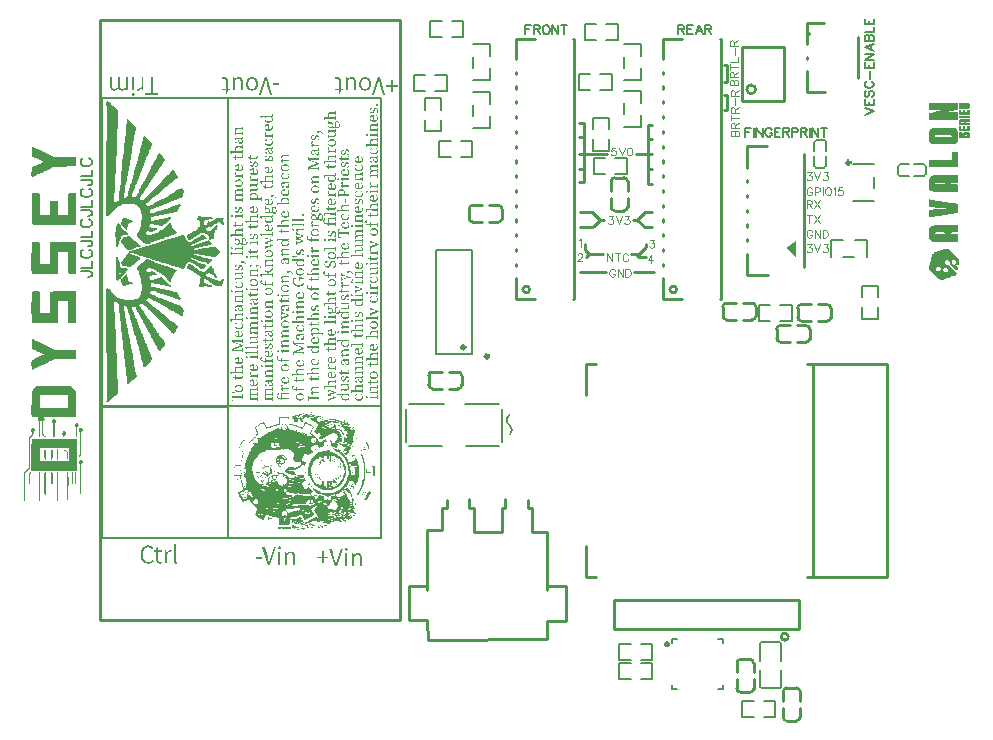
<source format=gto>
G04 Layer: TopSilkscreenLayer*
G04 EasyEDA v6.5.44, 2024-08-24 22:55:38*
G04 c584bd3c03fa4b5bb03f9f2b3921847a,c23a61fc8c4145e6967fd80801f93d45,10*
G04 Gerber Generator version 0.2*
G04 Scale: 100 percent, Rotated: No, Reflected: No *
G04 Dimensions in millimeters *
G04 leading zeros omitted , absolute positions ,4 integer and 5 decimal *
%FSLAX45Y45*%
%MOMM*%

%ADD10C,0.1100*%
%ADD11C,0.2000*%
%ADD12C,0.1524*%
%ADD13C,0.2540*%
%ADD14C,0.1520*%
%ADD15C,0.3000*%
%ADD16C,0.1500*%
%ADD17C,0.0115*%

%LPD*%
G36*
X185724Y-1118768D02*
G01*
X183286Y-1119530D01*
X181559Y-1120952D01*
X180746Y-1122680D01*
X180340Y-1127353D01*
X180289Y-1182370D01*
X180746Y-1194054D01*
X181203Y-1196949D01*
X181864Y-1198626D01*
X182880Y-1199591D01*
X187096Y-1202182D01*
X193040Y-1205128D01*
X194513Y-1206042D01*
X199085Y-1207871D01*
X202641Y-1209954D01*
X205181Y-1210716D01*
X209753Y-1212900D01*
X214325Y-1214780D01*
X217424Y-1216863D01*
X223062Y-1219200D01*
X233273Y-1224330D01*
X235813Y-1225194D01*
X239166Y-1227124D01*
X242874Y-1228496D01*
X245414Y-1230223D01*
X249936Y-1231950D01*
X253492Y-1234135D01*
X257606Y-1235608D01*
X263347Y-1238453D01*
X264464Y-1238656D01*
X265480Y-1239215D01*
X266395Y-1240078D01*
X272999Y-1242974D01*
X278993Y-1246022D01*
X280771Y-1247495D01*
X282498Y-1249426D01*
X279857Y-1250188D01*
X274929Y-1252982D01*
X273913Y-1253185D01*
X251510Y-1263904D01*
X250494Y-1264158D01*
X248920Y-1265478D01*
X247599Y-1266240D01*
X241096Y-1268933D01*
X228752Y-1274826D01*
X227228Y-1275791D01*
X226364Y-1276604D01*
X225145Y-1277112D01*
X223723Y-1277315D01*
X221640Y-1278229D01*
X217779Y-1280515D01*
X216712Y-1280769D01*
X215188Y-1281684D01*
X212750Y-1283563D01*
X210058Y-1284579D01*
X204927Y-1287018D01*
X200761Y-1288491D01*
X185978Y-1295501D01*
X184353Y-1296771D01*
X182778Y-1298448D01*
X181406Y-1300327D01*
X180797Y-1305458D01*
X180289Y-1317040D01*
X179882Y-1348282D01*
X179984Y-1362405D01*
X180390Y-1371752D01*
X181610Y-1376426D01*
X184048Y-1379118D01*
X187350Y-1379626D01*
X191160Y-1377848D01*
X192735Y-1376883D01*
X195681Y-1375816D01*
X202438Y-1372463D01*
X204063Y-1371955D01*
X208229Y-1369466D01*
X237998Y-1355445D01*
X256336Y-1346301D01*
X260908Y-1344371D01*
X264210Y-1342390D01*
X267716Y-1340916D01*
X298399Y-1325727D01*
X303377Y-1323695D01*
X307543Y-1321206D01*
X333095Y-1309370D01*
X334467Y-1308150D01*
X335432Y-1307592D01*
X336753Y-1307287D01*
X346557Y-1302715D01*
X364642Y-1293876D01*
X368503Y-1292301D01*
X370332Y-1290980D01*
X371906Y-1290269D01*
X375056Y-1289710D01*
X389991Y-1289100D01*
X423367Y-1288897D01*
X531164Y-1288796D01*
X548843Y-1288542D01*
X554736Y-1287983D01*
X556818Y-1286713D01*
X557682Y-1285494D01*
X558292Y-1283512D01*
X558698Y-1280261D01*
X559054Y-1268425D01*
X558800Y-1212291D01*
X555091Y-1208938D01*
X398373Y-1208786D01*
X378866Y-1208328D01*
X374192Y-1207871D01*
X371754Y-1207312D01*
X368960Y-1205687D01*
X364693Y-1204010D01*
X363423Y-1202842D01*
X360070Y-1201470D01*
X332740Y-1188212D01*
X324408Y-1184605D01*
X321665Y-1183843D01*
X319430Y-1182116D01*
X314706Y-1180185D01*
X310438Y-1177696D01*
X307848Y-1176731D01*
X303072Y-1173937D01*
X301955Y-1173683D01*
X296164Y-1170482D01*
X295148Y-1170228D01*
X281686Y-1163574D01*
X280670Y-1163370D01*
X277672Y-1161542D01*
X275691Y-1160576D01*
X273913Y-1160018D01*
X272034Y-1159103D01*
X270560Y-1158036D01*
X264464Y-1155446D01*
X262382Y-1154125D01*
X260502Y-1153261D01*
X258317Y-1152601D01*
X253441Y-1149807D01*
X252374Y-1149553D01*
X246024Y-1146352D01*
X244957Y-1146098D01*
X241909Y-1144320D01*
X238150Y-1142746D01*
X232816Y-1139799D01*
X229768Y-1138936D01*
X226923Y-1136904D01*
X222300Y-1135126D01*
X219608Y-1133348D01*
X215646Y-1132128D01*
X212750Y-1130503D01*
X209448Y-1129131D01*
X204673Y-1126134D01*
X197104Y-1122730D01*
X191719Y-1119936D01*
X188417Y-1118768D01*
G37*
G36*
X185420Y-1515668D02*
G01*
X182118Y-1518666D01*
X181559Y-1519936D01*
X181102Y-1522323D01*
X180492Y-1532534D01*
X180187Y-1553667D01*
X180187Y-1734261D01*
X180492Y-1776577D01*
X180898Y-1777492D01*
X182016Y-1778304D01*
X183997Y-1778965D01*
X187147Y-1779524D01*
X197916Y-1780336D01*
X216458Y-1780743D01*
X244754Y-1780946D01*
X554431Y-1780692D01*
X556666Y-1778965D01*
X557377Y-1778101D01*
X557936Y-1776222D01*
X558393Y-1772564D01*
X558901Y-1756410D01*
X559054Y-1682496D01*
X558800Y-1519732D01*
X554482Y-1515668D01*
X496366Y-1515668D01*
X493725Y-1518005D01*
X492759Y-1519326D01*
X492048Y-1521917D01*
X491540Y-1527048D01*
X491083Y-1549400D01*
X490778Y-1688185D01*
X490474Y-1700479D01*
X483870Y-1700885D01*
X468071Y-1701139D01*
X437134Y-1701241D01*
X406552Y-1700733D01*
X404622Y-1700479D01*
X404317Y-1699869D01*
X403860Y-1695297D01*
X403656Y-1683156D01*
X403555Y-1608328D01*
X403250Y-1590446D01*
X402996Y-1585772D01*
X402590Y-1583080D01*
X402031Y-1581708D01*
X401320Y-1580997D01*
X398373Y-1580743D01*
X381406Y-1580489D01*
X358851Y-1580540D01*
X341782Y-1580896D01*
X338734Y-1581150D01*
X337362Y-1582216D01*
X336397Y-1584706D01*
X335838Y-1590395D01*
X335432Y-1618132D01*
X335280Y-1683562D01*
X334924Y-1700479D01*
X332841Y-1700885D01*
X320903Y-1701342D01*
X302209Y-1701495D01*
X281381Y-1701342D01*
X262839Y-1700885D01*
X251206Y-1700174D01*
X249326Y-1699768D01*
X249021Y-1693722D01*
X248615Y-1648764D01*
X248361Y-1519732D01*
X243992Y-1515668D01*
G37*
G36*
X437997Y-1930552D02*
G01*
X373481Y-1930958D01*
X351078Y-1931365D01*
X339750Y-1931822D01*
X338378Y-1932330D01*
X337312Y-1933295D01*
X336550Y-1935581D01*
X336042Y-1940407D01*
X335534Y-1962607D01*
X335280Y-2091994D01*
X335076Y-2109419D01*
X334822Y-2115566D01*
X332892Y-2115870D01*
X321157Y-2116226D01*
X302666Y-2116328D01*
X272135Y-2115921D01*
X256489Y-2115464D01*
X249783Y-2114804D01*
X249428Y-2114042D01*
X249123Y-2112111D01*
X248767Y-2101088D01*
X248158Y-1949196D01*
X247853Y-1936648D01*
X247548Y-1933702D01*
X245770Y-1932076D01*
X241147Y-1931162D01*
X231444Y-1930755D01*
X197053Y-1930755D01*
X187604Y-1931212D01*
X183337Y-1932381D01*
X181305Y-1934565D01*
X180949Y-1942033D01*
X180340Y-1989378D01*
X179984Y-2060498D01*
X179984Y-2160676D01*
X180340Y-2186533D01*
X181000Y-2191969D01*
X181356Y-2192680D01*
X182016Y-2193340D01*
X182981Y-2193899D01*
X186537Y-2194763D01*
X192887Y-2195372D01*
X202844Y-2195728D01*
X263144Y-2195931D01*
X400405Y-2195677D01*
X403606Y-2191816D01*
X403758Y-2027428D01*
X403910Y-2018690D01*
X404215Y-2013610D01*
X404622Y-2011222D01*
X405130Y-2010410D01*
X407466Y-2010105D01*
X437896Y-2009851D01*
X484073Y-2010206D01*
X490474Y-2010511D01*
X490829Y-2036876D01*
X491083Y-2154021D01*
X491439Y-2181453D01*
X491845Y-2188108D01*
X492455Y-2191613D01*
X493318Y-2193239D01*
X494487Y-2194204D01*
X496062Y-2195017D01*
X500024Y-2195474D01*
X555142Y-2195677D01*
X558800Y-2191867D01*
X559054Y-1977593D01*
X558850Y-1951837D01*
X558342Y-1938375D01*
X557936Y-1934972D01*
X557428Y-1933092D01*
X556768Y-1932228D01*
X556006Y-1931822D01*
X554736Y-1931517D01*
X543153Y-1931060D01*
X490220Y-1930603D01*
G37*
G36*
X214985Y-2346960D02*
G01*
X196443Y-2347010D01*
X186740Y-2347468D01*
X182676Y-2348687D01*
X181051Y-2351074D01*
X180746Y-2358542D01*
X180289Y-2406040D01*
X180035Y-2477312D01*
X180187Y-2593238D01*
X180492Y-2605379D01*
X181254Y-2607462D01*
X182422Y-2609138D01*
X183845Y-2610612D01*
X380492Y-2610510D01*
X397408Y-2610205D01*
X400608Y-2609900D01*
X401878Y-2609545D01*
X403606Y-2608021D01*
X403606Y-2428544D01*
X404926Y-2427224D01*
X406908Y-2426919D01*
X418744Y-2426411D01*
X437337Y-2426106D01*
X468020Y-2426055D01*
X483768Y-2426309D01*
X488543Y-2426563D01*
X490474Y-2426868D01*
X490880Y-2453487D01*
X491235Y-2572816D01*
X491693Y-2599944D01*
X492150Y-2606040D01*
X492455Y-2607818D01*
X492861Y-2608935D01*
X493318Y-2609545D01*
X494538Y-2610053D01*
X498551Y-2610459D01*
X515366Y-2610713D01*
X537210Y-2610662D01*
X553669Y-2610307D01*
X556666Y-2610053D01*
X557326Y-2609545D01*
X557885Y-2608275D01*
X558342Y-2605430D01*
X558850Y-2592070D01*
X559054Y-2563266D01*
X558800Y-2350312D01*
X555091Y-2346960D01*
X366369Y-2347061D01*
X345490Y-2347315D01*
X341172Y-2347569D01*
X339242Y-2347925D01*
X338480Y-2348382D01*
X337464Y-2349398D01*
X336702Y-2351227D01*
X336143Y-2355037D01*
X335788Y-2361946D01*
X335432Y-2389530D01*
X335330Y-2503119D01*
X334822Y-2531922D01*
X328472Y-2532227D01*
X283006Y-2532481D01*
X250240Y-2531973D01*
X249428Y-2531668D01*
X248970Y-2531110D01*
X248716Y-2530195D01*
X248361Y-2350262D01*
X244348Y-2346960D01*
G37*
G36*
X186334Y-2748838D02*
G01*
X183540Y-2749499D01*
X181559Y-2751124D01*
X180746Y-2752852D01*
X180340Y-2757474D01*
X180136Y-2802890D01*
X180390Y-2820212D01*
X180949Y-2824937D01*
X181864Y-2827883D01*
X183337Y-2829712D01*
X185470Y-2831033D01*
X204520Y-2840685D01*
X210616Y-2843326D01*
X238404Y-2856788D01*
X250799Y-2862529D01*
X251815Y-2863291D01*
X263956Y-2868828D01*
X277469Y-2875432D01*
X279755Y-2876854D01*
X282092Y-2879394D01*
X282041Y-2879699D01*
X278739Y-2880868D01*
X274878Y-2882747D01*
X272237Y-2883712D01*
X268071Y-2886151D01*
X263296Y-2888132D01*
X260908Y-2889808D01*
X257860Y-2890621D01*
X253644Y-2893060D01*
X248869Y-2895092D01*
X246278Y-2896616D01*
X242519Y-2898038D01*
X238658Y-2900222D01*
X233629Y-2902458D01*
X231800Y-2903728D01*
X229412Y-2904388D01*
X225044Y-2906877D01*
X220268Y-2908808D01*
X217982Y-2910535D01*
X215696Y-2911297D01*
X211937Y-2913735D01*
X208534Y-2914751D01*
X190296Y-2923489D01*
X186182Y-2925673D01*
X183591Y-2927350D01*
X181914Y-2929483D01*
X180898Y-2932531D01*
X180238Y-2939592D01*
X179984Y-2962656D01*
X180187Y-2995218D01*
X180441Y-3001467D01*
X181813Y-3006293D01*
X184556Y-3009138D01*
X188010Y-3009696D01*
X193243Y-3006699D01*
X196646Y-3005378D01*
X202133Y-3002635D01*
X203352Y-3002381D01*
X204774Y-3001721D01*
X207822Y-2999740D01*
X213360Y-2996793D01*
X216814Y-2995574D01*
X224332Y-2992069D01*
X228346Y-2989884D01*
X239775Y-2984703D01*
X240995Y-2983941D01*
X242214Y-2982772D01*
X245617Y-2981553D01*
X276352Y-2966872D01*
X311658Y-2949346D01*
X317398Y-2946958D01*
X337616Y-2936849D01*
X358800Y-2926842D01*
X368554Y-2921965D01*
X371602Y-2920847D01*
X375920Y-2920034D01*
X382981Y-2919476D01*
X410819Y-2919018D01*
X555142Y-2918764D01*
X558800Y-2914904D01*
X559054Y-2866694D01*
X558952Y-2849829D01*
X558647Y-2845054D01*
X558139Y-2842107D01*
X557326Y-2840482D01*
X556209Y-2839669D01*
X554075Y-2839110D01*
X544525Y-2838805D01*
X483717Y-2838500D01*
X373888Y-2838500D01*
X369366Y-2836062D01*
X367080Y-2835148D01*
X365760Y-2834843D01*
X363829Y-2833928D01*
X361746Y-2832608D01*
X359816Y-2831693D01*
X358546Y-2831439D01*
X357174Y-2830728D01*
X355955Y-2829610D01*
X354279Y-2828645D01*
X352602Y-2828036D01*
X346608Y-2824784D01*
X345440Y-2824581D01*
X344424Y-2824022D01*
X343458Y-2823159D01*
X341376Y-2822092D01*
X335838Y-2819857D01*
X332028Y-2817876D01*
X330352Y-2817368D01*
X326999Y-2815336D01*
X323189Y-2813862D01*
X319532Y-2811780D01*
X315976Y-2810611D01*
X314198Y-2809341D01*
X310540Y-2807716D01*
X308660Y-2807309D01*
X305257Y-2804871D01*
X301853Y-2803398D01*
X297688Y-2801010D01*
X294741Y-2800248D01*
X292404Y-2798673D01*
X287528Y-2796641D01*
X283159Y-2794101D01*
X280466Y-2793238D01*
X277266Y-2791206D01*
X273558Y-2789783D01*
X269849Y-2787700D01*
X266293Y-2786430D01*
X264769Y-2785668D01*
X264312Y-2785059D01*
X262839Y-2784246D01*
X260451Y-2783382D01*
X257759Y-2782112D01*
X255727Y-2780792D01*
X253847Y-2779979D01*
X252577Y-2779725D01*
X251155Y-2779014D01*
X249834Y-2777947D01*
X248056Y-2776982D01*
X246227Y-2776423D01*
X241350Y-2773984D01*
X238353Y-2772816D01*
X233527Y-2770022D01*
X230835Y-2769108D01*
X227634Y-2767076D01*
X223926Y-2765653D01*
X220370Y-2763672D01*
X216001Y-2762148D01*
X211175Y-2759659D01*
X208483Y-2758643D01*
X204825Y-2756204D01*
X201980Y-2755239D01*
X197967Y-2752801D01*
X195021Y-2751734D01*
X189534Y-2749143D01*
G37*
G36*
X230581Y-3145840D02*
G01*
X226110Y-3148279D01*
X222402Y-3151479D01*
X193040Y-3182721D01*
X183337Y-3193542D01*
X181508Y-3195980D01*
X181000Y-3205226D01*
X180262Y-3255924D01*
X248513Y-3255924D01*
X248767Y-3232048D01*
X249021Y-3228898D01*
X249478Y-3227273D01*
X250240Y-3226358D01*
X257505Y-3225850D01*
X275996Y-3225444D01*
X335584Y-3224987D01*
X459536Y-3225342D01*
X480161Y-3225749D01*
X490626Y-3226358D01*
X490880Y-3242970D01*
X490931Y-3297072D01*
X490728Y-3325418D01*
X490524Y-3330244D01*
X483717Y-3330651D01*
X438708Y-3331260D01*
X406196Y-3331413D01*
X288493Y-3331108D01*
X252323Y-3330448D01*
X250393Y-3330194D01*
X249174Y-3328974D01*
X248513Y-3255924D01*
X180262Y-3255924D01*
X179832Y-3359302D01*
X179984Y-3386429D01*
X180340Y-3401771D01*
X180746Y-3404971D01*
X181965Y-3407460D01*
X185115Y-3410559D01*
X238658Y-3410559D01*
X239115Y-3413861D01*
X239521Y-3464814D01*
X239928Y-3567887D01*
X240284Y-3575456D01*
X240842Y-3579520D01*
X241604Y-3581298D01*
X242722Y-3581958D01*
X244957Y-3582568D01*
X246583Y-3582314D01*
X248158Y-3581501D01*
X249936Y-3579723D01*
X250444Y-3577793D01*
X250748Y-3572560D01*
X251053Y-3543147D01*
X251358Y-3412642D01*
X253288Y-3411575D01*
X257352Y-3410356D01*
X260705Y-3410864D01*
X262331Y-3412642D01*
X261366Y-3415284D01*
X257302Y-3421786D01*
X256387Y-3428644D01*
X258571Y-3435553D01*
X263855Y-3442411D01*
X266700Y-3445560D01*
X267919Y-3447592D01*
X268173Y-3552901D01*
X269697Y-3556101D01*
X270967Y-3558082D01*
X276148Y-3564280D01*
X291185Y-3580180D01*
X294944Y-3582415D01*
X298450Y-3581552D01*
X300583Y-3578301D01*
X300278Y-3573526D01*
X298399Y-3570884D01*
X289356Y-3561079D01*
X283108Y-3555136D01*
X281584Y-3553256D01*
X280619Y-3549700D01*
X280111Y-3542741D01*
X279755Y-3511245D01*
X279806Y-3458718D01*
X280212Y-3447542D01*
X280619Y-3445052D01*
X281127Y-3443884D01*
X284734Y-3441750D01*
X287782Y-3437229D01*
X290118Y-3431590D01*
X290931Y-3426510D01*
X290118Y-3423005D01*
X288544Y-3419195D01*
X286613Y-3415944D01*
X284022Y-3413506D01*
X284276Y-3412540D01*
X285343Y-3411575D01*
X286969Y-3410965D01*
X313994Y-3410712D01*
X537819Y-3410254D01*
X554990Y-3409950D01*
X556971Y-3409238D01*
X557682Y-3408070D01*
X558241Y-3405428D01*
X558647Y-3400602D01*
X559003Y-3381146D01*
X558800Y-3196285D01*
X555650Y-3192272D01*
X554888Y-3190900D01*
X553974Y-3190087D01*
X553212Y-3189884D01*
X552551Y-3189122D01*
X552094Y-3187954D01*
X551180Y-3186988D01*
X550062Y-3186531D01*
X549351Y-3185972D01*
X548335Y-3184499D01*
X526948Y-3161538D01*
X525932Y-3160014D01*
X525018Y-3159252D01*
X523748Y-3158642D01*
X522884Y-3157880D01*
X521563Y-3155797D01*
X515518Y-3149701D01*
X512521Y-3147415D01*
X511149Y-3147009D01*
X505866Y-3146602D01*
X468833Y-3146196D01*
G37*
G36*
X370332Y-3425291D02*
G01*
X367131Y-3425799D01*
X362813Y-3427679D01*
X358140Y-3430015D01*
X354990Y-3435604D01*
X353517Y-3442563D01*
X354431Y-3449167D01*
X356362Y-3453129D01*
X358648Y-3456381D01*
X361391Y-3459022D01*
X364693Y-3461156D01*
X365556Y-3564991D01*
X365912Y-3575405D01*
X366623Y-3580485D01*
X367182Y-3581603D01*
X367842Y-3582212D01*
X369671Y-3582619D01*
X373227Y-3582466D01*
X375361Y-3579825D01*
X376478Y-3573678D01*
X376834Y-3547973D01*
X377139Y-3461207D01*
X381355Y-3457752D01*
X383387Y-3455517D01*
X385775Y-3451098D01*
X386740Y-3448608D01*
X387045Y-3446170D01*
X386994Y-3440633D01*
X386588Y-3436874D01*
X386283Y-3435858D01*
X384860Y-3433521D01*
X383133Y-3431286D01*
X381304Y-3429406D01*
X375767Y-3425951D01*
X373532Y-3425342D01*
G37*
G36*
X567029Y-3462274D02*
G01*
X559917Y-3462680D01*
X553415Y-3464763D01*
X550570Y-3467912D01*
X550113Y-3468928D01*
X549097Y-3470300D01*
X548030Y-3472230D01*
X547319Y-3475075D01*
X547065Y-3478733D01*
X547217Y-3483051D01*
X547776Y-3486200D01*
X548741Y-3488232D01*
X549554Y-3489401D01*
X549859Y-3490315D01*
X551840Y-3492703D01*
X556361Y-3496767D01*
X556717Y-3498392D01*
X557022Y-3503066D01*
X557530Y-3570884D01*
X557834Y-3577488D01*
X558444Y-3579672D01*
X560222Y-3582009D01*
X562356Y-3582924D01*
X564591Y-3582365D01*
X566775Y-3580231D01*
X567537Y-3578351D01*
X567944Y-3573018D01*
X568960Y-3496208D01*
X570128Y-3496005D01*
X571855Y-3494938D01*
X574497Y-3492449D01*
X576986Y-3489502D01*
X578459Y-3487115D01*
X579221Y-3482289D01*
X579018Y-3476345D01*
X578002Y-3471265D01*
X576427Y-3469132D01*
X575919Y-3468725D01*
X574903Y-3466642D01*
X572770Y-3465169D01*
X571703Y-3464102D01*
G37*
G36*
X596138Y-3503676D02*
G01*
X591312Y-3504387D01*
X588010Y-3506012D01*
X587146Y-3506774D01*
X586384Y-3507028D01*
X585165Y-3508095D01*
X583031Y-3510584D01*
X580288Y-3517544D01*
X580542Y-3525621D01*
X583336Y-3532784D01*
X588314Y-3537000D01*
X589432Y-3537458D01*
X590296Y-3538626D01*
X590905Y-3541877D01*
X591312Y-3548481D01*
X591616Y-3576675D01*
X591616Y-3692245D01*
X591261Y-3716528D01*
X590804Y-3723284D01*
X590143Y-3727602D01*
X589178Y-3730142D01*
X587857Y-3731768D01*
X585114Y-3734308D01*
X581812Y-3738422D01*
X579475Y-3742639D01*
X578307Y-3746550D01*
X578510Y-3749852D01*
X581710Y-3750513D01*
X587705Y-3746855D01*
X594461Y-3740556D01*
X600049Y-3732784D01*
X600456Y-3731412D01*
X600760Y-3728567D01*
X601116Y-3713987D01*
X601472Y-3570020D01*
X601827Y-3546297D01*
X602132Y-3540963D01*
X602589Y-3538474D01*
X603250Y-3537559D01*
X605231Y-3536187D01*
X608279Y-3533292D01*
X609803Y-3530498D01*
X611124Y-3528771D01*
X611987Y-3526993D01*
X612444Y-3524910D01*
X612698Y-3524707D01*
X613613Y-3522421D01*
X613410Y-3518611D01*
X612292Y-3514496D01*
X610514Y-3511499D01*
X609346Y-3510178D01*
X607974Y-3507943D01*
X605739Y-3506571D01*
X604316Y-3505403D01*
X600964Y-3504031D01*
G37*
G36*
X193598Y-3503828D02*
G01*
X188163Y-3503879D01*
X182676Y-3506063D01*
X178968Y-3508908D01*
X176225Y-3512261D01*
X174498Y-3515969D01*
X173837Y-3519982D01*
X174142Y-3524148D01*
X175514Y-3528314D01*
X177901Y-3532428D01*
X181305Y-3536391D01*
X184912Y-3539896D01*
X185572Y-3552647D01*
X184708Y-3556457D01*
X181914Y-3560470D01*
X163068Y-3580587D01*
X160375Y-3582670D01*
X159562Y-3583686D01*
X158851Y-3585464D01*
X158343Y-3588664D01*
X157937Y-3593744D01*
X157530Y-3612134D01*
X157327Y-3836670D01*
X153568Y-3841292D01*
X124714Y-3871874D01*
X118668Y-3878529D01*
X115468Y-3882440D01*
X114300Y-3884625D01*
X114046Y-3893312D01*
X113741Y-3945229D01*
X113842Y-4085234D01*
X114300Y-4114800D01*
X115976Y-4117035D01*
X118414Y-4117949D01*
X121259Y-4117594D01*
X123850Y-4115866D01*
X125526Y-4114139D01*
X125526Y-3887571D01*
X163576Y-3847134D01*
X166268Y-3843832D01*
X167690Y-3841445D01*
X168097Y-3836619D01*
X168503Y-3798671D01*
X168554Y-3586937D01*
X172059Y-3583635D01*
X173786Y-3582365D01*
X178562Y-3579672D01*
X185267Y-3573729D01*
X191820Y-3566871D01*
X195630Y-3561486D01*
X196342Y-3559657D01*
X196748Y-3557625D01*
X197205Y-3546144D01*
X197662Y-3541674D01*
X198272Y-3538524D01*
X199034Y-3537356D01*
X200456Y-3536645D01*
X202387Y-3534765D01*
X204419Y-3532276D01*
X206044Y-3529634D01*
X207924Y-3523792D01*
X207822Y-3518154D01*
X205994Y-3513023D01*
X202844Y-3508705D01*
X198577Y-3505504D01*
G37*
G36*
X454812Y-3529939D02*
G01*
X449376Y-3531158D01*
X443026Y-3534765D01*
X439013Y-3541014D01*
X437794Y-3548684D01*
X439775Y-3556558D01*
X441959Y-3559860D01*
X444652Y-3562654D01*
X447751Y-3565093D01*
X448208Y-3571240D01*
X448970Y-3576624D01*
X450291Y-3580434D01*
X451967Y-3582771D01*
X453847Y-3583584D01*
X455726Y-3582873D01*
X457454Y-3580637D01*
X458774Y-3576828D01*
X460248Y-3566312D01*
X460857Y-3565296D01*
X463956Y-3562908D01*
X466343Y-3560216D01*
X468376Y-3557320D01*
X471525Y-3549192D01*
X471728Y-3546957D01*
X471474Y-3544824D01*
X469798Y-3540760D01*
X468630Y-3538728D01*
X465937Y-3535679D01*
X462838Y-3532886D01*
X460603Y-3531463D01*
X456285Y-3529990D01*
G37*
G36*
X418947Y-3592474D02*
G01*
X263906Y-3593033D01*
X209905Y-3593439D01*
X181356Y-3594100D01*
X181000Y-3594709D01*
X180594Y-3599637D01*
X180289Y-3614064D01*
X180047Y-3675430D01*
X249326Y-3675430D01*
X250748Y-3674160D01*
X252780Y-3673856D01*
X266293Y-3673348D01*
X320802Y-3672636D01*
X435914Y-3672484D01*
X486409Y-3673043D01*
X497332Y-3673703D01*
X497789Y-3678936D01*
X498144Y-3691534D01*
X498348Y-3738981D01*
X497890Y-3772915D01*
X497484Y-3781755D01*
X497179Y-3783025D01*
X471068Y-3783329D01*
X312115Y-3783329D01*
X250901Y-3782923D01*
X250444Y-3782466D01*
X250088Y-3781298D01*
X249682Y-3774592D01*
X249326Y-3675430D01*
X180047Y-3675430D01*
X179832Y-3859885D01*
X183032Y-3863746D01*
X540816Y-3863898D01*
X561035Y-3863492D01*
X563981Y-3863187D01*
X564489Y-3862984D01*
X565353Y-3862070D01*
X565962Y-3861054D01*
X566470Y-3859428D01*
X566877Y-3856583D01*
X567436Y-3845255D01*
X567690Y-3822852D01*
X567690Y-3639210D01*
X567436Y-3613150D01*
X566928Y-3599637D01*
X566470Y-3596284D01*
X565912Y-3594455D01*
X565251Y-3593642D01*
X563473Y-3593084D01*
X539648Y-3592677D01*
G37*
G36*
X352755Y-3682898D02*
G01*
X349859Y-3683711D01*
X347929Y-3687318D01*
X347522Y-3695141D01*
X347268Y-3710686D01*
X347522Y-3749294D01*
X347878Y-3764330D01*
X348386Y-3771239D01*
X350215Y-3773779D01*
X352653Y-3774592D01*
X355142Y-3773678D01*
X357174Y-3771036D01*
X357886Y-3764229D01*
X358394Y-3749598D01*
X358648Y-3731006D01*
X358648Y-3712159D01*
X358140Y-3691737D01*
X357784Y-3688892D01*
X355701Y-3684625D01*
G37*
G36*
X464312Y-3682949D02*
G01*
X460349Y-3683050D01*
X458368Y-3685184D01*
X459232Y-3689045D01*
X463092Y-3693769D01*
X477621Y-3709415D01*
X479755Y-3712210D01*
X481126Y-3714902D01*
X481888Y-3717899D01*
X482244Y-3721658D01*
X482498Y-3747160D01*
X483209Y-3769410D01*
X486918Y-3768851D01*
X487527Y-3707841D01*
X487222Y-3706368D01*
X486511Y-3704996D01*
X486308Y-3703675D01*
X484378Y-3700526D01*
X479653Y-3695090D01*
X474014Y-3689400D01*
X469290Y-3685286D01*
G37*
G36*
X399796Y-3683101D02*
G01*
X397459Y-3683152D01*
X395528Y-3684574D01*
X394309Y-3687318D01*
X394004Y-3690112D01*
X393649Y-3702507D01*
X393700Y-3740556D01*
X394004Y-3758184D01*
X394512Y-3769614D01*
X394817Y-3771747D01*
X396290Y-3773678D01*
X398221Y-3774490D01*
X400304Y-3774186D01*
X402285Y-3772763D01*
X402945Y-3771137D01*
X404012Y-3763365D01*
X404723Y-3751173D01*
X405079Y-3736289D01*
X405079Y-3720541D01*
X404723Y-3705758D01*
X404012Y-3693668D01*
X402945Y-3686098D01*
X402285Y-3684574D01*
G37*
G36*
X296570Y-3683254D02*
G01*
X293827Y-3683355D01*
X291490Y-3685184D01*
X290118Y-3688435D01*
X289712Y-3696360D01*
X289560Y-3711854D01*
X289915Y-3749801D01*
X290576Y-3768953D01*
X290880Y-3770985D01*
X292963Y-3773627D01*
X295503Y-3774541D01*
X298043Y-3773678D01*
X300126Y-3771036D01*
X300482Y-3768699D01*
X300939Y-3756456D01*
X301040Y-3737762D01*
X300634Y-3707282D01*
X300075Y-3691686D01*
X299720Y-3686911D01*
X299313Y-3684930D01*
G37*
G36*
X598779Y-3774236D02*
G01*
X595325Y-3774389D01*
X591921Y-3775506D01*
X588721Y-3777437D01*
X585825Y-3780078D01*
X583387Y-3783279D01*
X581507Y-3786886D01*
X580390Y-3790746D01*
X580085Y-3794709D01*
X580796Y-3798671D01*
X582574Y-3802430D01*
X585114Y-3805478D01*
X590143Y-3809898D01*
X591261Y-3813454D01*
X591515Y-3821176D01*
X590854Y-3873195D01*
X590753Y-4002379D01*
X591108Y-4049014D01*
X591464Y-4059224D01*
X593648Y-4061612D01*
X596493Y-4062374D01*
X599338Y-4061510D01*
X601573Y-4059072D01*
X601878Y-4054500D01*
X602183Y-4017619D01*
X601878Y-3810457D01*
X606704Y-3805885D01*
X608533Y-3803853D01*
X609295Y-3802481D01*
X611682Y-3799281D01*
X612292Y-3795725D01*
X613308Y-3793744D01*
X613410Y-3791661D01*
X613105Y-3789070D01*
X612444Y-3786428D01*
X611733Y-3784650D01*
X610514Y-3782872D01*
X605383Y-3777487D01*
X602183Y-3775252D01*
G37*
G36*
X294995Y-3873652D02*
G01*
X292049Y-3875532D01*
X290982Y-3876548D01*
X290169Y-3878834D01*
X289661Y-3883761D01*
X289306Y-3892550D01*
X289052Y-3926890D01*
X289153Y-4040428D01*
X289356Y-4058767D01*
X289915Y-4064863D01*
X290322Y-4065828D01*
X292150Y-4067860D01*
X294487Y-4068572D01*
X297078Y-4068064D01*
X299821Y-4066235D01*
X300329Y-4055516D01*
X300990Y-3992422D01*
X301040Y-3916172D01*
X300786Y-3889095D01*
X300329Y-3877919D01*
X299161Y-3876548D01*
G37*
G36*
X549706Y-3873652D02*
G01*
X547471Y-3876446D01*
X545896Y-3879900D01*
X545439Y-3901694D01*
X545388Y-3941368D01*
X545846Y-3968343D01*
X546760Y-3973829D01*
X548538Y-3976878D01*
X551027Y-3977386D01*
X554177Y-3975404D01*
X555853Y-3973779D01*
X555802Y-3896410D01*
X555498Y-3881729D01*
X555091Y-3878275D01*
X554482Y-3876497D01*
X553567Y-3875633D01*
G37*
G36*
X176885Y-3874109D02*
G01*
X169214Y-3876090D01*
X166979Y-3877462D01*
X163728Y-3880256D01*
X160477Y-3883609D01*
X158242Y-3886454D01*
X157937Y-3888079D01*
X157429Y-3897071D01*
X156768Y-3928821D01*
X156718Y-3946398D01*
X157124Y-3967479D01*
X158089Y-3973271D01*
X160223Y-3976522D01*
X163220Y-3977030D01*
X166827Y-3974642D01*
X168554Y-3972814D01*
X168554Y-3892956D01*
X174345Y-3885692D01*
X178104Y-3880205D01*
X178917Y-3876090D01*
G37*
G36*
X487273Y-3874414D02*
G01*
X485597Y-3875024D01*
X484428Y-3876395D01*
X483870Y-3878021D01*
X483412Y-3881120D01*
X482904Y-3895090D01*
X482650Y-3924960D01*
X482650Y-4088739D01*
X482854Y-4104436D01*
X483260Y-4110888D01*
X483666Y-4112666D01*
X485495Y-4115104D01*
X487883Y-4116070D01*
X490372Y-4115409D01*
X492353Y-4113174D01*
X492658Y-4104741D01*
X493166Y-4052265D01*
X493369Y-3940505D01*
X493064Y-3887368D01*
X492759Y-3878376D01*
X491540Y-3876395D01*
X489508Y-3874973D01*
G37*
G36*
X351332Y-3874566D02*
G01*
X350469Y-3875024D01*
X347624Y-3877919D01*
X347472Y-3956964D01*
X347624Y-3967937D01*
X347980Y-3973068D01*
X348234Y-3974134D01*
X349758Y-3976319D01*
X351688Y-3977132D01*
X353923Y-3976674D01*
X356260Y-3974795D01*
X358394Y-3972407D01*
X358546Y-3910025D01*
X358394Y-3888333D01*
X358089Y-3882339D01*
X357530Y-3878630D01*
X356666Y-3876649D01*
X355498Y-3875684D01*
X352348Y-3874617D01*
G37*
G36*
X399186Y-3874668D02*
G01*
X396290Y-3875379D01*
X394309Y-3878681D01*
X393852Y-3909517D01*
X393750Y-4053789D01*
X394055Y-4106926D01*
X394309Y-4115460D01*
X395935Y-4117543D01*
X398272Y-4118203D01*
X400862Y-4117543D01*
X403199Y-4115460D01*
X404825Y-4113276D01*
X404723Y-3914749D01*
X404215Y-3880865D01*
X402082Y-3876344D01*
G37*
G36*
X527761Y-3874719D02*
G01*
X525068Y-3876751D01*
X524713Y-3878275D01*
X524256Y-3886606D01*
X523849Y-3917187D01*
X524357Y-3959301D01*
X524814Y-3970528D01*
X525424Y-3975354D01*
X527354Y-3976928D01*
X529437Y-3977182D01*
X531571Y-3976115D01*
X533501Y-3973829D01*
X534974Y-3971290D01*
X535279Y-3903218D01*
X535025Y-3881678D01*
X533501Y-3877513D01*
X530809Y-3875074D01*
G37*
G36*
X245008Y-3874820D02*
G01*
X242925Y-3875328D01*
X241198Y-3876801D01*
X240080Y-3879138D01*
X239826Y-3884676D01*
X239521Y-3923080D01*
X239420Y-4114952D01*
X240893Y-4116679D01*
X242773Y-4118203D01*
X244856Y-4118660D01*
X247040Y-4118101D01*
X249275Y-4116476D01*
X251307Y-4114444D01*
X251206Y-3902252D01*
X250799Y-3885387D01*
X250494Y-3880815D01*
X250037Y-3878072D01*
X249072Y-3876243D01*
G37*
G36*
X2532888Y-3367074D02*
G01*
X2524963Y-3367227D01*
X2520696Y-3368243D01*
X2520492Y-3369614D01*
X2521762Y-3370783D01*
X2523794Y-3371443D01*
X2530856Y-3370173D01*
X2539644Y-3370122D01*
X2548026Y-3370732D01*
X2553004Y-3372510D01*
X2554884Y-3372815D01*
X2556611Y-3373678D01*
X2562555Y-3378200D01*
X2564333Y-3379012D01*
X2564841Y-3379724D01*
X2567228Y-3381451D01*
X2568092Y-3381857D01*
X2570022Y-3383432D01*
X2569464Y-3386480D01*
X2566974Y-3389782D01*
X2561844Y-3392779D01*
X2561031Y-3393440D01*
X2560269Y-3393135D01*
X2559456Y-3392220D01*
X2557830Y-3389325D01*
X2555189Y-3389325D01*
X2554122Y-3388868D01*
X2553462Y-3387953D01*
X2553563Y-3385616D01*
X2553360Y-3385058D01*
X2552954Y-3385058D01*
X2551226Y-3386074D01*
X2550109Y-3385769D01*
X2549245Y-3384854D01*
X2548788Y-3382213D01*
X2548483Y-3381705D01*
X2547823Y-3382010D01*
X2545892Y-3383787D01*
X2545232Y-3384143D01*
X2544470Y-3384194D01*
X2542641Y-3383787D01*
X2538526Y-3383686D01*
X2537307Y-3383330D01*
X2536850Y-3382924D01*
X2537460Y-3382467D01*
X2537663Y-3381857D01*
X2537460Y-3381248D01*
X2535885Y-3382162D01*
X2535783Y-3382873D01*
X2534158Y-3383991D01*
X2534564Y-3384651D01*
X2536037Y-3385362D01*
X2541930Y-3387293D01*
X2544216Y-3388868D01*
X2544724Y-3390290D01*
X2543098Y-3391103D01*
X2541574Y-3391458D01*
X2541524Y-3391966D01*
X2542692Y-3392322D01*
X2547315Y-3392525D01*
X2549245Y-3393084D01*
X2550566Y-3394100D01*
X2551277Y-3395522D01*
X2551303Y-3396335D01*
X2564638Y-3396335D01*
X2565501Y-3393643D01*
X2566771Y-3391763D01*
X2569108Y-3389426D01*
X2571648Y-3387496D01*
X2573528Y-3386683D01*
X2575255Y-3387344D01*
X2575915Y-3389122D01*
X2575458Y-3391408D01*
X2573883Y-3393846D01*
X2572359Y-3395675D01*
X2572258Y-3396132D01*
X2572512Y-3396284D01*
X2573274Y-3396030D01*
X2575712Y-3394100D01*
X2577947Y-3394252D01*
X2579725Y-3395726D01*
X2580182Y-3398113D01*
X2580081Y-3399282D01*
X2580995Y-3398926D01*
X2582265Y-3399180D01*
X2584043Y-3400501D01*
X2585618Y-3402279D01*
X2586198Y-3403752D01*
X2592120Y-3403752D01*
X2592425Y-3403193D01*
X2594356Y-3403295D01*
X2595829Y-3402787D01*
X2597251Y-3404311D01*
X2599537Y-3403752D01*
X2599994Y-3404006D01*
X2601163Y-3405530D01*
X2601722Y-3405784D01*
X2602179Y-3405428D01*
X2602484Y-3404412D01*
X2603144Y-3403549D01*
X2604262Y-3403244D01*
X2605582Y-3403447D01*
X2607056Y-3404362D01*
X2609494Y-3403396D01*
X2611069Y-3403752D01*
X2612390Y-3404615D01*
X2613050Y-3406190D01*
X2613456Y-3405987D01*
X2613863Y-3405428D01*
X2615133Y-3404514D01*
X2617216Y-3404158D01*
X2619857Y-3404362D01*
X2626156Y-3405886D01*
X2627680Y-3406038D01*
X2629357Y-3406952D01*
X2632100Y-3409340D01*
X2632557Y-3409340D01*
X2633675Y-3408324D01*
X2634589Y-3408222D01*
X2635504Y-3408679D01*
X2636418Y-3410102D01*
X2637536Y-3410712D01*
X2639923Y-3411016D01*
X2641193Y-3411524D01*
X2642006Y-3412286D01*
X2642362Y-3413709D01*
X2642971Y-3414268D01*
X2643936Y-3414420D01*
X2644952Y-3414928D01*
X2645968Y-3415995D01*
X2647340Y-3415131D01*
X2648661Y-3415182D01*
X2649931Y-3415639D01*
X2651556Y-3417112D01*
X2652572Y-3417265D01*
X2652928Y-3417620D01*
X2653080Y-3419957D01*
X2653385Y-3420821D01*
X2653893Y-3421379D01*
X2654909Y-3421583D01*
X2655468Y-3422345D01*
X2655874Y-3423970D01*
X2656179Y-3424478D01*
X2656687Y-3424682D01*
X2658313Y-3424682D01*
X2658770Y-3424936D01*
X2658821Y-3425342D01*
X2657500Y-3427272D01*
X2657398Y-3428237D01*
X2658008Y-3428847D01*
X2660751Y-3428847D01*
X2661513Y-3429152D01*
X2661513Y-3429812D01*
X2660446Y-3431082D01*
X2660243Y-3432759D01*
X2659684Y-3433978D01*
X2657602Y-3434232D01*
X2654960Y-3433521D01*
X2651607Y-3431336D01*
X2649474Y-3430320D01*
X2645511Y-3427780D01*
X2642870Y-3426409D01*
X2640228Y-3425494D01*
X2626715Y-3422294D01*
X2624582Y-3421989D01*
X2620162Y-3420770D01*
X2614422Y-3419805D01*
X2612644Y-3419094D01*
X2611323Y-3419297D01*
X2610967Y-3419144D01*
X2611120Y-3418636D01*
X2610612Y-3418332D01*
X2609494Y-3418179D01*
X2608376Y-3417620D01*
X2607564Y-3416604D01*
X2607106Y-3416350D01*
X2604262Y-3417011D01*
X2603246Y-3416757D01*
X2602534Y-3415792D01*
X2601671Y-3412337D01*
X2600096Y-3415487D01*
X2599131Y-3416401D01*
X2596896Y-3415842D01*
X2596692Y-3415182D01*
X2596794Y-3409187D01*
X2596438Y-3407867D01*
X2596032Y-3407257D01*
X2595524Y-3405530D01*
X2592628Y-3404971D01*
X2592222Y-3404463D01*
X2592120Y-3403752D01*
X2586198Y-3403752D01*
X2586685Y-3404920D01*
X2588260Y-3406648D01*
X2588869Y-3408578D01*
X2588768Y-3410254D01*
X2587802Y-3410965D01*
X2586634Y-3411270D01*
X2583807Y-3412693D01*
X2593746Y-3412693D01*
X2593746Y-3411524D01*
X2594457Y-3409137D01*
X2595118Y-3408375D01*
X2595575Y-3408222D01*
X2595880Y-3409848D01*
X2595270Y-3412134D01*
X2594660Y-3412896D01*
X2594051Y-3413201D01*
X2593746Y-3412693D01*
X2583807Y-3412693D01*
X2582418Y-3413302D01*
X2579319Y-3413556D01*
X2577033Y-3412794D01*
X2576322Y-3411169D01*
X2576423Y-3410407D01*
X2575712Y-3408984D01*
X2573629Y-3406800D01*
X2573020Y-3405632D01*
X2573020Y-3404615D01*
X2573782Y-3403396D01*
X2573121Y-3403092D01*
X2570581Y-3402888D01*
X2570378Y-3402584D01*
X2570530Y-3401822D01*
X2570276Y-3401161D01*
X2569362Y-3400551D01*
X2569210Y-3399891D01*
X2569514Y-3399129D01*
X2571089Y-3397250D01*
X2571191Y-3396792D01*
X2570429Y-3396742D01*
X2566873Y-3397656D01*
X2565450Y-3397656D01*
X2564688Y-3397199D01*
X2564638Y-3396335D01*
X2551303Y-3396335D01*
X2551328Y-3397097D01*
X2550464Y-3398012D01*
X2548432Y-3398367D01*
X2541574Y-3397859D01*
X2539644Y-3397199D01*
X2538933Y-3396081D01*
X2539136Y-3391408D01*
X2534310Y-3391662D01*
X2528417Y-3391255D01*
X2522880Y-3389782D01*
X2519070Y-3387851D01*
X2518410Y-3385870D01*
X2518816Y-3385108D01*
X2518816Y-3384600D01*
X2516632Y-3384499D01*
X2508097Y-3385718D01*
X2505913Y-3386429D01*
X2504592Y-3387090D01*
X2502306Y-3387547D01*
X2500172Y-3387699D01*
X2499258Y-3387344D01*
X2498902Y-3386632D01*
X2498090Y-3386429D01*
X2497175Y-3386734D01*
X2495702Y-3389020D01*
X2494127Y-3389985D01*
X2491536Y-3390696D01*
X2490927Y-3390544D01*
X2490419Y-3390087D01*
X2489911Y-3390087D01*
X2489454Y-3390493D01*
X2488742Y-3392474D01*
X2487269Y-3393287D01*
X2485288Y-3393541D01*
X2483358Y-3393135D01*
X2481478Y-3392322D01*
X2481884Y-3395370D01*
X2481173Y-3395726D01*
X2480360Y-3395827D01*
X2478532Y-3396945D01*
X2476957Y-3397453D01*
X2475331Y-3397656D01*
X2473248Y-3397199D01*
X2472944Y-3399942D01*
X2497988Y-3399942D01*
X2498699Y-3397402D01*
X2499969Y-3395167D01*
X2501442Y-3394151D01*
X2505710Y-3393643D01*
X2507945Y-3394303D01*
X2508910Y-3396335D01*
X2508605Y-3398926D01*
X2506827Y-3401263D01*
X2509418Y-3401263D01*
X2510129Y-3396538D01*
X2512110Y-3393897D01*
X2515108Y-3393592D01*
X2517902Y-3395319D01*
X2519121Y-3398774D01*
X2518918Y-3401110D01*
X2518392Y-3402126D01*
X2520188Y-3402126D01*
X2520391Y-3399485D01*
X2520950Y-3397148D01*
X2522575Y-3396183D01*
X2525166Y-3397250D01*
X2527554Y-3399536D01*
X2528620Y-3402329D01*
X2527909Y-3404260D01*
X2526080Y-3405530D01*
X2523540Y-3406038D01*
X2520848Y-3405479D01*
X2520340Y-3404412D01*
X2520188Y-3402126D01*
X2518392Y-3402126D01*
X2518156Y-3402584D01*
X2516733Y-3403346D01*
X2509774Y-3403701D01*
X2509469Y-3402939D01*
X2509418Y-3401263D01*
X2506827Y-3401263D01*
X2504846Y-3401974D01*
X2502103Y-3402380D01*
X2499512Y-3402380D01*
X2498140Y-3401872D01*
X2497988Y-3399942D01*
X2472944Y-3399942D01*
X2472436Y-3401263D01*
X2471724Y-3401720D01*
X2470150Y-3401771D01*
X2469794Y-3401110D01*
X2469083Y-3400806D01*
X2467610Y-3400907D01*
X2467254Y-3401263D01*
X2467457Y-3401720D01*
X2468270Y-3402076D01*
X2468829Y-3403092D01*
X2467813Y-3404768D01*
X2465933Y-3406292D01*
X2463038Y-3407359D01*
X2462834Y-3407867D01*
X2460853Y-3409137D01*
X2459329Y-3410508D01*
X2458567Y-3410915D01*
X2457399Y-3411118D01*
X2456688Y-3411728D01*
X2455367Y-3411118D01*
X2452268Y-3408984D01*
X2451963Y-3409187D01*
X2451811Y-3410407D01*
X2452166Y-3411321D01*
X2453132Y-3412185D01*
X2453284Y-3412693D01*
X2453081Y-3413048D01*
X2451963Y-3413048D01*
X2451201Y-3413353D01*
X2450338Y-3414064D01*
X2459329Y-3414166D01*
X2460040Y-3413201D01*
X2461971Y-3412388D01*
X2465527Y-3411778D01*
X2470353Y-3411524D01*
X2474874Y-3411626D01*
X2477363Y-3412083D01*
X2477566Y-3412947D01*
X2476398Y-3414217D01*
X2473909Y-3415893D01*
X2466543Y-3419754D01*
X2464511Y-3420364D01*
X2463139Y-3419703D01*
X2459786Y-3415639D01*
X2459329Y-3414166D01*
X2449972Y-3414166D01*
X2448102Y-3414369D01*
X2445715Y-3414166D01*
X2445308Y-3414369D01*
X2445004Y-3416960D01*
X2444140Y-3418027D01*
X2442921Y-3418586D01*
X2440178Y-3417824D01*
X2440025Y-3418230D01*
X2440093Y-3419703D01*
X2452116Y-3419703D01*
X2452370Y-3418382D01*
X2454300Y-3418179D01*
X2457094Y-3419297D01*
X2459685Y-3421176D01*
X2460802Y-3423056D01*
X2460193Y-3424275D01*
X2458821Y-3425139D01*
X2457196Y-3425393D01*
X2455824Y-3424834D01*
X2453487Y-3423158D01*
X2452573Y-3421532D01*
X2452116Y-3419703D01*
X2440093Y-3419703D01*
X2440025Y-3420719D01*
X2439314Y-3421887D01*
X2438044Y-3422548D01*
X2435250Y-3422548D01*
X2434691Y-3422802D01*
X2434844Y-3423310D01*
X2436266Y-3424580D01*
X2436418Y-3424936D01*
X2435301Y-3426002D01*
X2433218Y-3426917D01*
X2431084Y-3426358D01*
X2428646Y-3424224D01*
X2424379Y-3418382D01*
X2425903Y-3416350D01*
X2429814Y-3412693D01*
X2431999Y-3411067D01*
X2434691Y-3409696D01*
X2439517Y-3406292D01*
X2443175Y-3403193D01*
X2444242Y-3402888D01*
X2449322Y-3399891D01*
X2453233Y-3398062D01*
X2455621Y-3397351D01*
X2456535Y-3396691D01*
X2457500Y-3395472D01*
X2460447Y-3393744D01*
X2462072Y-3393338D01*
X2465171Y-3390849D01*
X2468930Y-3389731D01*
X2471216Y-3387699D01*
X2476042Y-3385007D01*
X2477617Y-3384753D01*
X2479497Y-3382873D01*
X2481529Y-3381705D01*
X2483561Y-3380841D01*
X2485034Y-3380790D01*
X2486863Y-3379317D01*
X2491181Y-3377437D01*
X2493721Y-3376726D01*
X2495346Y-3375101D01*
X2495397Y-3374491D01*
X2489809Y-3376472D01*
X2471521Y-3384854D01*
X2465628Y-3386480D01*
X2456230Y-3387953D01*
X2440279Y-3391306D01*
X2434082Y-3393033D01*
X2426055Y-3395929D01*
X2424379Y-3396132D01*
X2413812Y-3395319D01*
X2411882Y-3395472D01*
X2412034Y-3395979D01*
X2413457Y-3396792D01*
X2414016Y-3397605D01*
X2413660Y-3398570D01*
X2411425Y-3401060D01*
X2410797Y-3401466D01*
X2422398Y-3401466D01*
X2423668Y-3398113D01*
X2424125Y-3397554D01*
X2424734Y-3397554D01*
X2426258Y-3398215D01*
X2428036Y-3397859D01*
X2432710Y-3395726D01*
X2434488Y-3395624D01*
X2434894Y-3396335D01*
X2437231Y-3396335D01*
X2437892Y-3394354D01*
X2439568Y-3392881D01*
X2442362Y-3391865D01*
X2444292Y-3391408D01*
X2444851Y-3390950D01*
X2446274Y-3390646D01*
X2449677Y-3390646D01*
X2449599Y-3391560D01*
X2451455Y-3391560D01*
X2451658Y-3390747D01*
X2452319Y-3390392D01*
X2455367Y-3390544D01*
X2455621Y-3391001D01*
X2455570Y-3391763D01*
X2454859Y-3393744D01*
X2453589Y-3394710D01*
X2452319Y-3394506D01*
X2451557Y-3392982D01*
X2451455Y-3391560D01*
X2449599Y-3391560D01*
X2449322Y-3394405D01*
X2448966Y-3395268D01*
X2443734Y-3398062D01*
X2439771Y-3401415D01*
X2439263Y-3401415D01*
X2437485Y-3398621D01*
X2437231Y-3396335D01*
X2434894Y-3396335D01*
X2435504Y-3397402D01*
X2437231Y-3404768D01*
X2432913Y-3406952D01*
X2427935Y-3408883D01*
X2426563Y-3409238D01*
X2425598Y-3408375D01*
X2424277Y-3406190D01*
X2423058Y-3403650D01*
X2422398Y-3401466D01*
X2410797Y-3401466D01*
X2409748Y-3401822D01*
X2408021Y-3401669D01*
X2406751Y-3401872D01*
X2405888Y-3402380D01*
X2406040Y-3401466D01*
X2405176Y-3401161D01*
X2394915Y-3401872D01*
X2391054Y-3401822D01*
X2388717Y-3401212D01*
X2387904Y-3400145D01*
X2387854Y-3398926D01*
X2387498Y-3398265D01*
X2386888Y-3398012D01*
X2385161Y-3398469D01*
X2384755Y-3399180D01*
X2384247Y-3403142D01*
X2384094Y-3406444D01*
X2384552Y-3407968D01*
X2386076Y-3408019D01*
X2389174Y-3406952D01*
X2396642Y-3404870D01*
X2401265Y-3404717D01*
X2402078Y-3406292D01*
X2397963Y-3409289D01*
X2394051Y-3411575D01*
X2389581Y-3414623D01*
X2385212Y-3416655D01*
X2383637Y-3418230D01*
X2382926Y-3420110D01*
X2383180Y-3422091D01*
X2383942Y-3422700D01*
X2389936Y-3424478D01*
X2397912Y-3425291D01*
X2400046Y-3426409D01*
X2400960Y-3429152D01*
X2402332Y-3450082D01*
X2407462Y-3451453D01*
X2417775Y-3441344D01*
X2426157Y-3434740D01*
X2437841Y-3426053D01*
X2442718Y-3422853D01*
X2445461Y-3422396D01*
X2448560Y-3423462D01*
X2452827Y-3425748D01*
X2452573Y-3428593D01*
X2449159Y-3431032D01*
X2457450Y-3431032D01*
X2457856Y-3430371D01*
X2463546Y-3430219D01*
X2463901Y-3429152D01*
X2464816Y-3428746D01*
X2465324Y-3428847D01*
X2465933Y-3429711D01*
X2469032Y-3429711D01*
X2469235Y-3428136D01*
X2469896Y-3427476D01*
X2470302Y-3427526D01*
X2471013Y-3428746D01*
X2472283Y-3433927D01*
X2472944Y-3437534D01*
X2472283Y-3438144D01*
X2471064Y-3437026D01*
X2469845Y-3434334D01*
X2469184Y-3431844D01*
X2469032Y-3429711D01*
X2465984Y-3429812D01*
X2466289Y-3432657D01*
X2466035Y-3433673D01*
X2465425Y-3433826D01*
X2464511Y-3433013D01*
X2463749Y-3431641D01*
X2463546Y-3430219D01*
X2458857Y-3430219D01*
X2459685Y-3430524D01*
X2460244Y-3431438D01*
X2460345Y-3432505D01*
X2459837Y-3433419D01*
X2458923Y-3433826D01*
X2458008Y-3432962D01*
X2457500Y-3431946D01*
X2457450Y-3431032D01*
X2449159Y-3431032D01*
X2447239Y-3432403D01*
X2428494Y-3441598D01*
X2416505Y-3447897D01*
X2411171Y-3451453D01*
X2410968Y-3452114D01*
X2411577Y-3452571D01*
X2421890Y-3455365D01*
X2423718Y-3455415D01*
X2426055Y-3454755D01*
X2427681Y-3455517D01*
X2428544Y-3455517D01*
X2429357Y-3454958D01*
X2431186Y-3451860D01*
X2433066Y-3449370D01*
X2435758Y-3444748D01*
X2436368Y-3442817D01*
X2440584Y-3436772D01*
X2442108Y-3436315D01*
X2443988Y-3436315D01*
X2447798Y-3437331D01*
X2448610Y-3437229D01*
X2449220Y-3437432D01*
X2449626Y-3438042D01*
X2450541Y-3438702D01*
X2456992Y-3440684D01*
X2461006Y-3442462D01*
X2463292Y-3444443D01*
X2464003Y-3446678D01*
X2464054Y-3447694D01*
X2464257Y-3448100D01*
X2465832Y-3447592D01*
X2467610Y-3447542D01*
X2469083Y-3449116D01*
X2470251Y-3452114D01*
X2470962Y-3456533D01*
X2471318Y-3456482D01*
X2471826Y-3455873D01*
X2471775Y-3454857D01*
X2471064Y-3452520D01*
X2471521Y-3451098D01*
X2472690Y-3449828D01*
X2475534Y-3448456D01*
X2476804Y-3447491D01*
X2478430Y-3444544D01*
X2480259Y-3441954D01*
X2481173Y-3439566D01*
X2481173Y-3437432D01*
X2480259Y-3435604D01*
X2478938Y-3434029D01*
X2477363Y-3435807D01*
X2476042Y-3436874D01*
X2474823Y-3437077D01*
X2473960Y-3436467D01*
X2473299Y-3433521D01*
X2472385Y-3431489D01*
X2472182Y-3429101D01*
X2472486Y-3426866D01*
X2473248Y-3425698D01*
X2474315Y-3425139D01*
X2474925Y-3424529D01*
X2475585Y-3424224D01*
X2477160Y-3424377D01*
X2478278Y-3424174D01*
X2479598Y-3423412D01*
X2483205Y-3422396D01*
X2488438Y-3421379D01*
X2490419Y-3420516D01*
X2491994Y-3419043D01*
X2497277Y-3411270D01*
X2500579Y-3408934D01*
X2505049Y-3409340D01*
X2516124Y-3413506D01*
X2518968Y-3414318D01*
X2521356Y-3414522D01*
X2528265Y-3413658D01*
X2529332Y-3412998D01*
X2529738Y-3412490D01*
X2531516Y-3411270D01*
X2534818Y-3410254D01*
X2539339Y-3409492D01*
X2546756Y-3408934D01*
X2550109Y-3408222D01*
X2551684Y-3408476D01*
X2553220Y-3411169D01*
X2554478Y-3411169D01*
X2554732Y-3408781D01*
X2555748Y-3407664D01*
X2556916Y-3407714D01*
X2557780Y-3408324D01*
X2558338Y-3409492D01*
X2558542Y-3412286D01*
X2558796Y-3412896D01*
X2559253Y-3412032D01*
X2559405Y-3410915D01*
X2559253Y-3408476D01*
X2560269Y-3407359D01*
X2561844Y-3407257D01*
X2565298Y-3409746D01*
X2565806Y-3409645D01*
X2566365Y-3408883D01*
X2567076Y-3409238D01*
X2567584Y-3409797D01*
X2568295Y-3411880D01*
X2568194Y-3414420D01*
X2567432Y-3416452D01*
X2566212Y-3416909D01*
X2564638Y-3416249D01*
X2564028Y-3416249D01*
X2563774Y-3416960D01*
X2579725Y-3416960D01*
X2580589Y-3416096D01*
X2582519Y-3415233D01*
X2585313Y-3414471D01*
X2587244Y-3414420D01*
X2588564Y-3415182D01*
X2589428Y-3416808D01*
X2589885Y-3418382D01*
X2589936Y-3419348D01*
X2589428Y-3419856D01*
X2586939Y-3420160D01*
X2585770Y-3420567D01*
X2585008Y-3421126D01*
X2584958Y-3421684D01*
X2585618Y-3422091D01*
X2589022Y-3422853D01*
X2590190Y-3424326D01*
X2590088Y-3426053D01*
X2588514Y-3427323D01*
X2586278Y-3428339D01*
X2583992Y-3428492D01*
X2582062Y-3427171D01*
X2581097Y-3425190D01*
X2581960Y-3423462D01*
X2582824Y-3422446D01*
X2582976Y-3421329D01*
X2582468Y-3420160D01*
X2579928Y-3417874D01*
X2579725Y-3416960D01*
X2563774Y-3416960D01*
X2563368Y-3417671D01*
X2562148Y-3418535D01*
X2560116Y-3419348D01*
X2559812Y-3419043D01*
X2559558Y-3417214D01*
X2558897Y-3416706D01*
X2558186Y-3416808D01*
X2557576Y-3417519D01*
X2557526Y-3418281D01*
X2558338Y-3419094D01*
X2558135Y-3419500D01*
X2557322Y-3419856D01*
X2554935Y-3419856D01*
X2556154Y-3418281D01*
X2554833Y-3414217D01*
X2554478Y-3411169D01*
X2553220Y-3411169D01*
X2553970Y-3414166D01*
X2553665Y-3416960D01*
X2553258Y-3418128D01*
X2553868Y-3419754D01*
X2552954Y-3420110D01*
X2551887Y-3420160D01*
X2551074Y-3419957D01*
X2550617Y-3419551D01*
X2550718Y-3418687D01*
X2550261Y-3417366D01*
X2549448Y-3416909D01*
X2548636Y-3417315D01*
X2548077Y-3418281D01*
X2548077Y-3420008D01*
X2547518Y-3420668D01*
X2545943Y-3421024D01*
X2545232Y-3420821D01*
X2544775Y-3420262D01*
X2544572Y-3418890D01*
X2544216Y-3418433D01*
X2543708Y-3418636D01*
X2543403Y-3419398D01*
X2543200Y-3420872D01*
X2542489Y-3421684D01*
X2541422Y-3422091D01*
X2537358Y-3421887D01*
X2536725Y-3423056D01*
X2567686Y-3423056D01*
X2568600Y-3422091D01*
X2570784Y-3421583D01*
X2573731Y-3421329D01*
X2575356Y-3421989D01*
X2576118Y-3424174D01*
X2576525Y-3428339D01*
X2576525Y-3433114D01*
X2576075Y-3435400D01*
X2582214Y-3435400D01*
X2582214Y-3433673D01*
X2584856Y-3431590D01*
X2587599Y-3430371D01*
X2589377Y-3430117D01*
X2590292Y-3430879D01*
X2590546Y-3432657D01*
X2590495Y-3434079D01*
X2590241Y-3434892D01*
X2589631Y-3435400D01*
X2588514Y-3435756D01*
X2584500Y-3436315D01*
X2582214Y-3435400D01*
X2576075Y-3435400D01*
X2575915Y-3436213D01*
X2575001Y-3437026D01*
X2573985Y-3435096D01*
X2572258Y-3430625D01*
X2568041Y-3424580D01*
X2567686Y-3423056D01*
X2536698Y-3423107D01*
X2538069Y-3425190D01*
X2540472Y-3426917D01*
X2553766Y-3426917D01*
X2554122Y-3425291D01*
X2555240Y-3424377D01*
X2556306Y-3424224D01*
X2556967Y-3424529D01*
X2557170Y-3425190D01*
X2556510Y-3427171D01*
X2556662Y-3427628D01*
X2557576Y-3427628D01*
X2561844Y-3426510D01*
X2564180Y-3429406D01*
X2565400Y-3430574D01*
X2566619Y-3431184D01*
X2568752Y-3433673D01*
X2569159Y-3434740D01*
X2568702Y-3436162D01*
X2567482Y-3436823D01*
X2565755Y-3436620D01*
X2558084Y-3432149D01*
X2556459Y-3430778D01*
X2555494Y-3429101D01*
X2554122Y-3428390D01*
X2553766Y-3426917D01*
X2540472Y-3426917D01*
X2566743Y-3441750D01*
X2584196Y-3441750D01*
X2584246Y-3440937D01*
X2584958Y-3440226D01*
X2587040Y-3439820D01*
X2587802Y-3440176D01*
X2587396Y-3441547D01*
X2586685Y-3442157D01*
X2585821Y-3442512D01*
X2584958Y-3442411D01*
X2584196Y-3441750D01*
X2566743Y-3441750D01*
X2568501Y-3442766D01*
X2594254Y-3442766D01*
X2595524Y-3436112D01*
X2595778Y-3431286D01*
X2595524Y-3423259D01*
X2596286Y-3420821D01*
X2598521Y-3420059D01*
X2614625Y-3420973D01*
X2618740Y-3421684D01*
X2625902Y-3423767D01*
X2634081Y-3426510D01*
X2640533Y-3429711D01*
X2645664Y-3433064D01*
X2648000Y-3435756D01*
X2648559Y-3437432D01*
X2649474Y-3438347D01*
X2651048Y-3438702D01*
X2656840Y-3438601D01*
X2660294Y-3438956D01*
X2663240Y-3439617D01*
X2664917Y-3440328D01*
X2664561Y-3440937D01*
X2663037Y-3441903D01*
X2657957Y-3443986D01*
X2655925Y-3444443D01*
X2655316Y-3444290D01*
X2654401Y-3443478D01*
X2653690Y-3443376D01*
X2652115Y-3444087D01*
X2650032Y-3444240D01*
X2647950Y-3444087D01*
X2646324Y-3443325D01*
X2645460Y-3443325D01*
X2643276Y-3444189D01*
X2640177Y-3444544D01*
X2638552Y-3444036D01*
X2637485Y-3444138D01*
X2635266Y-3445256D01*
X2677820Y-3445256D01*
X2678125Y-3444798D01*
X2682290Y-3443071D01*
X2686659Y-3441954D01*
X2687675Y-3442258D01*
X2688234Y-3442055D01*
X2689504Y-3440633D01*
X2691079Y-3440988D01*
X2692450Y-3442360D01*
X2693009Y-3444443D01*
X2692400Y-3446170D01*
X2690876Y-3447186D01*
X2689199Y-3447237D01*
X2687980Y-3446119D01*
X2687167Y-3444900D01*
X2686761Y-3444951D01*
X2686354Y-3445408D01*
X2685135Y-3445764D01*
X2682748Y-3445967D01*
X2680157Y-3445916D01*
X2678379Y-3445611D01*
X2677820Y-3445256D01*
X2635266Y-3445256D01*
X2634538Y-3445611D01*
X2632760Y-3445662D01*
X2631389Y-3444595D01*
X2630119Y-3440582D01*
X2629865Y-3444138D01*
X2629255Y-3445154D01*
X2628188Y-3445764D01*
X2626156Y-3446068D01*
X2624988Y-3446526D01*
X2623616Y-3447440D01*
X2623007Y-3447592D01*
X2620924Y-3446068D01*
X2619502Y-3447592D01*
X2618181Y-3448304D01*
X2616860Y-3448507D01*
X2615438Y-3447897D01*
X2614625Y-3447948D01*
X2613660Y-3448710D01*
X2612136Y-3449320D01*
X2607259Y-3450336D01*
X2606090Y-3450082D01*
X2604668Y-3449167D01*
X2603093Y-3450691D01*
X2601874Y-3451047D01*
X2600604Y-3450945D01*
X2599791Y-3450336D01*
X2599436Y-3448507D01*
X2600198Y-3446932D01*
X2601569Y-3446170D01*
X2602992Y-3446729D01*
X2604160Y-3447948D01*
X2604668Y-3445103D01*
X2605379Y-3444240D01*
X2606598Y-3443681D01*
X2610510Y-3443122D01*
X2612390Y-3442563D01*
X2613914Y-3441801D01*
X2615285Y-3440531D01*
X2615793Y-3440328D01*
X2619654Y-3440988D01*
X2620264Y-3440734D01*
X2620822Y-3440176D01*
X2620416Y-3439464D01*
X2618079Y-3439363D01*
X2614625Y-3439718D01*
X2610866Y-3440633D01*
X2600502Y-3443681D01*
X2595524Y-3444494D01*
X2594254Y-3442766D01*
X2568501Y-3442766D01*
X2574493Y-3446576D01*
X2582991Y-3452622D01*
X2645765Y-3452622D01*
X2646680Y-3451860D01*
X2652115Y-3451555D01*
X2654358Y-3452266D01*
X2666593Y-3452266D01*
X2667508Y-3451656D01*
X2669794Y-3451555D01*
X2672994Y-3452215D01*
X2676194Y-3453434D01*
X2680208Y-3456025D01*
X2682595Y-3457041D01*
X2683662Y-3459124D01*
X2683459Y-3461359D01*
X2681884Y-3462629D01*
X2677210Y-3463899D01*
X2675788Y-3463493D01*
X2673959Y-3461867D01*
X2668117Y-3455314D01*
X2666695Y-3453333D01*
X2666593Y-3452266D01*
X2654358Y-3452266D01*
X2658364Y-3453536D01*
X2664358Y-3457244D01*
X2668981Y-3462223D01*
X2669184Y-3464712D01*
X2666542Y-3465474D01*
X2662326Y-3464661D01*
X2658110Y-3462172D01*
X2653030Y-3458362D01*
X2648864Y-3455771D01*
X2646476Y-3453942D01*
X2645765Y-3452622D01*
X2582991Y-3452622D01*
X2587796Y-3456178D01*
X2630830Y-3456178D01*
X2631795Y-3455263D01*
X2633827Y-3454501D01*
X2636113Y-3454044D01*
X2637536Y-3453993D01*
X2638552Y-3454501D01*
X2640431Y-3456279D01*
X2642362Y-3457651D01*
X2645714Y-3459327D01*
X2648356Y-3461156D01*
X2650439Y-3462985D01*
X2651099Y-3464051D01*
X2649575Y-3464763D01*
X2646934Y-3464661D01*
X2644038Y-3464001D01*
X2641854Y-3462832D01*
X2639872Y-3461258D01*
X2633624Y-3457498D01*
X2631135Y-3456940D01*
X2630830Y-3456178D01*
X2587796Y-3456178D01*
X2594245Y-3461207D01*
X2620975Y-3461207D01*
X2621178Y-3460699D01*
X2622194Y-3460242D01*
X2623108Y-3460546D01*
X2624937Y-3461715D01*
X2626309Y-3461867D01*
X2627680Y-3462578D01*
X2627884Y-3462985D01*
X2627172Y-3463239D01*
X2623464Y-3462782D01*
X2621889Y-3462274D01*
X2621229Y-3461715D01*
X2620975Y-3461207D01*
X2594245Y-3461207D01*
X2599639Y-3465474D01*
X2603449Y-3468878D01*
X2605786Y-3471926D01*
X2606548Y-3474567D01*
X2605735Y-3476802D01*
X2596997Y-3491077D01*
X2595575Y-3495141D01*
X2594000Y-3496767D01*
X2588911Y-3506317D01*
X2631084Y-3506317D01*
X2631744Y-3504946D01*
X2633218Y-3504437D01*
X2634792Y-3504184D01*
X2634996Y-3503625D01*
X2635046Y-3501186D01*
X2635605Y-3500170D01*
X2636520Y-3499764D01*
X2638653Y-3500678D01*
X2639720Y-3497986D01*
X2640939Y-3496665D01*
X2644038Y-3494582D01*
X2646730Y-3492449D01*
X2652674Y-3488486D01*
X2660497Y-3484321D01*
X2661869Y-3483305D01*
X2663342Y-3482644D01*
X2664866Y-3482340D01*
X2666187Y-3481578D01*
X2667863Y-3479952D01*
X2668574Y-3479749D01*
X2671267Y-3477869D01*
X2673350Y-3476955D01*
X2677210Y-3475786D01*
X2679192Y-3474313D01*
X2681833Y-3473196D01*
X2683357Y-3473297D01*
X2684170Y-3472942D01*
X2684780Y-3472078D01*
X2685694Y-3471316D01*
X2694686Y-3467354D01*
X2705557Y-3462883D01*
X2705100Y-3462528D01*
X2701188Y-3462883D01*
X2697276Y-3464153D01*
X2690012Y-3465880D01*
X2688285Y-3465982D01*
X2688640Y-3465220D01*
X2691485Y-3461918D01*
X2689606Y-3461258D01*
X2685643Y-3458057D01*
X2682951Y-3456178D01*
X2682443Y-3455466D01*
X2682290Y-3454603D01*
X2681884Y-3453892D01*
X2680868Y-3453129D01*
X2680817Y-3452418D01*
X2681376Y-3451707D01*
X2682443Y-3451098D01*
X2686507Y-3450945D01*
X2690317Y-3452774D01*
X2692755Y-3455720D01*
X2692806Y-3458972D01*
X2692196Y-3460496D01*
X2692095Y-3461359D01*
X2692704Y-3461715D01*
X2696057Y-3461562D01*
X2697784Y-3460902D01*
X2698953Y-3460038D01*
X2699410Y-3459022D01*
X2699156Y-3457956D01*
X2697683Y-3456025D01*
X2696972Y-3456025D01*
X2696768Y-3455415D01*
X2697937Y-3453434D01*
X2700731Y-3453079D01*
X2703779Y-3454095D01*
X2705963Y-3456432D01*
X2706370Y-3457244D01*
X2706878Y-3457651D01*
X2709011Y-3457600D01*
X2714091Y-3456889D01*
X2716682Y-3456330D01*
X2718460Y-3455365D01*
X2719374Y-3453993D01*
X2719933Y-3449421D01*
X2722016Y-3447034D01*
X2725369Y-3445357D01*
X2729585Y-3444595D01*
X2730449Y-3444646D01*
X2731008Y-3444900D01*
X2732328Y-3449523D01*
X2733524Y-3452266D01*
X2740456Y-3452266D01*
X2740609Y-3451758D01*
X2742742Y-3451250D01*
X2744927Y-3450285D01*
X2750210Y-3448608D01*
X2757068Y-3447643D01*
X2765044Y-3447338D01*
X2773527Y-3447643D01*
X2782112Y-3448507D01*
X2790240Y-3449878D01*
X2797352Y-3451809D01*
X2811424Y-3457651D01*
X2817915Y-3460902D01*
X2839059Y-3460902D01*
X2840786Y-3460648D01*
X2844495Y-3461258D01*
X2848000Y-3462680D01*
X2850591Y-3464610D01*
X2851607Y-3466642D01*
X2851443Y-3467557D01*
X2855315Y-3467557D01*
X2856280Y-3466846D01*
X2857246Y-3467354D01*
X2859278Y-3469792D01*
X2860903Y-3471011D01*
X2861208Y-3471875D01*
X2861005Y-3472687D01*
X2860395Y-3473094D01*
X2859735Y-3472840D01*
X2858770Y-3471824D01*
X2856382Y-3470706D01*
X2855417Y-3469132D01*
X2855315Y-3467557D01*
X2851443Y-3467557D01*
X2851353Y-3468065D01*
X2850388Y-3468471D01*
X2848508Y-3467811D01*
X2841244Y-3463493D01*
X2839161Y-3461816D01*
X2839059Y-3460902D01*
X2817915Y-3460902D01*
X2834894Y-3470503D01*
X2840431Y-3473907D01*
X2842768Y-3475939D01*
X2843225Y-3477158D01*
X2838653Y-3476498D01*
X2835808Y-3476294D01*
X2830372Y-3474872D01*
X2817063Y-3469894D01*
X2805531Y-3464763D01*
X2802788Y-3464255D01*
X2798826Y-3461156D01*
X2794711Y-3459124D01*
X2789529Y-3457448D01*
X2783535Y-3456127D01*
X2777134Y-3455212D01*
X2770479Y-3454755D01*
X2763875Y-3454857D01*
X2751886Y-3456178D01*
X2747365Y-3456228D01*
X2744063Y-3455568D01*
X2741930Y-3454298D01*
X2740456Y-3452266D01*
X2733524Y-3452266D01*
X2735884Y-3457803D01*
X2736380Y-3459378D01*
X2745435Y-3459378D01*
X2745638Y-3458921D01*
X2746197Y-3458565D01*
X2747568Y-3458565D01*
X2751886Y-3459683D01*
X2752242Y-3459479D01*
X2753004Y-3458108D01*
X2754020Y-3457854D01*
X2755087Y-3458006D01*
X2757068Y-3459429D01*
X2757728Y-3459581D01*
X2758135Y-3459937D01*
X2758236Y-3460445D01*
X2760573Y-3459175D01*
X2763469Y-3458972D01*
X2766466Y-3459276D01*
X2769108Y-3460394D01*
X2769565Y-3460242D01*
X2770174Y-3457752D01*
X2770987Y-3457448D01*
X2772156Y-3457956D01*
X2775458Y-3460851D01*
X2776016Y-3461004D01*
X2777185Y-3460242D01*
X2778099Y-3460140D01*
X2779064Y-3460445D01*
X2781604Y-3462020D01*
X2784754Y-3461918D01*
X2786888Y-3463239D01*
X2789631Y-3463594D01*
X2796235Y-3466541D01*
X2798673Y-3468065D01*
X2799943Y-3469132D01*
X2797098Y-3469081D01*
X2792120Y-3468065D01*
X2782011Y-3467811D01*
X2779369Y-3468115D01*
X2778963Y-3468573D01*
X2779623Y-3469081D01*
X2788869Y-3471367D01*
X2793695Y-3472789D01*
X2797251Y-3472586D01*
X2798216Y-3472789D01*
X2799181Y-3473399D01*
X2801620Y-3475736D01*
X2804515Y-3477920D01*
X2824308Y-3490518D01*
X2854807Y-3490518D01*
X2855061Y-3490163D01*
X2855772Y-3490010D01*
X2857500Y-3490315D01*
X2859074Y-3491026D01*
X2860192Y-3492042D01*
X2860903Y-3494227D01*
X2863138Y-3494836D01*
X2864408Y-3496970D01*
X2865729Y-3498596D01*
X2865983Y-3499358D01*
X2865831Y-3499967D01*
X2865272Y-3500170D01*
X2864459Y-3499815D01*
X2862224Y-3497579D01*
X2859532Y-3495446D01*
X2859328Y-3494938D01*
X2859379Y-3493617D01*
X2857550Y-3493058D01*
X2856280Y-3492296D01*
X2855214Y-3491331D01*
X2854807Y-3490518D01*
X2824308Y-3490518D01*
X2828340Y-3493566D01*
X2834944Y-3499358D01*
X2837180Y-3500831D01*
X2839516Y-3503676D01*
X2841169Y-3506215D01*
X2845816Y-3506215D01*
X2846476Y-3505250D01*
X2847086Y-3505657D01*
X2848356Y-3508146D01*
X2851861Y-3512413D01*
X2855620Y-3518052D01*
X2860751Y-3527602D01*
X2861564Y-3529584D01*
X2861767Y-3530600D01*
X2863494Y-3533190D01*
X2865628Y-3537965D01*
X2866288Y-3541471D01*
X2869946Y-3553815D01*
X2870708Y-3558540D01*
X2871266Y-3563924D01*
X2871520Y-3573983D01*
X2871216Y-3577488D01*
X2870606Y-3579215D01*
X2869692Y-3578555D01*
X2869133Y-3577844D01*
X2868625Y-3577539D01*
X2868269Y-3577844D01*
X2867863Y-3579571D01*
X2866745Y-3581958D01*
X2866491Y-3584448D01*
X2866186Y-3585311D01*
X2865882Y-3585311D01*
X2865526Y-3584752D01*
X2865170Y-3580587D01*
X2864967Y-3573119D01*
X2864459Y-3566820D01*
X2862173Y-3554984D01*
X2862122Y-3553307D01*
X2859379Y-3542436D01*
X2857601Y-3537458D01*
X2856230Y-3532124D01*
X2854045Y-3526840D01*
X2851150Y-3521506D01*
X2850286Y-3518915D01*
X2847543Y-3512870D01*
X2846222Y-3508857D01*
X2845816Y-3506215D01*
X2841169Y-3506215D01*
X2841599Y-3506876D01*
X2842412Y-3509162D01*
X2841955Y-3510889D01*
X2840990Y-3511397D01*
X2839364Y-3510737D01*
X2828594Y-3501288D01*
X2822346Y-3496462D01*
X2819450Y-3494684D01*
X2817977Y-3494074D01*
X2816707Y-3493871D01*
X2815539Y-3493312D01*
X2813405Y-3491331D01*
X2800705Y-3484321D01*
X2792984Y-3481120D01*
X2784703Y-3479037D01*
X2774594Y-3477564D01*
X2770428Y-3477260D01*
X2766771Y-3477310D01*
X2764383Y-3477615D01*
X2763875Y-3478174D01*
X2766822Y-3479037D01*
X2789123Y-3483152D01*
X2798064Y-3485896D01*
X2799638Y-3486708D01*
X2801162Y-3487928D01*
X2802382Y-3489350D01*
X2803296Y-3491026D01*
X2803804Y-3491026D01*
X2804210Y-3490671D01*
X2805125Y-3490468D01*
X2806090Y-3490976D01*
X2806954Y-3491941D01*
X2807360Y-3493465D01*
X2807919Y-3493922D01*
X2810713Y-3494989D01*
X2814878Y-3497529D01*
X2819704Y-3500932D01*
X2831541Y-3510737D01*
X2834741Y-3513988D01*
X2838399Y-3518865D01*
X2841955Y-3524504D01*
X2842615Y-3526180D01*
X2844901Y-3528060D01*
X2845460Y-3530955D01*
X2845917Y-3531209D01*
X2847594Y-3531311D01*
X2848102Y-3531514D01*
X2849219Y-3535070D01*
X2854960Y-3544976D01*
X2855569Y-3545078D01*
X2855925Y-3547872D01*
X2856382Y-3549700D01*
X2859887Y-3556660D01*
X2861767Y-3563264D01*
X2862072Y-3568852D01*
X2860598Y-3572052D01*
X2859633Y-3573119D01*
X2859786Y-3573475D01*
X2861310Y-3573881D01*
X2861767Y-3574542D01*
X2861767Y-3575507D01*
X2860649Y-3577336D01*
X2860497Y-3578047D01*
X2860852Y-3578148D01*
X2862072Y-3580485D01*
X2862275Y-3585972D01*
X2861614Y-3591915D01*
X2860192Y-3595878D01*
X2858058Y-3596335D01*
X2856382Y-3593287D01*
X2855315Y-3587292D01*
X2855061Y-3577437D01*
X2854655Y-3575558D01*
X2853436Y-3574186D01*
X2852216Y-3571087D01*
X2849270Y-3558692D01*
X2848660Y-3557371D01*
X2847949Y-3556660D01*
X2846374Y-3556508D01*
X2845765Y-3555949D01*
X2840939Y-3544062D01*
X2837535Y-3538220D01*
X2837383Y-3537458D01*
X2837586Y-3535984D01*
X2837332Y-3535121D01*
X2836519Y-3534613D01*
X2836265Y-3533648D01*
X2836519Y-3532022D01*
X2836367Y-3531463D01*
X2835910Y-3531108D01*
X2834030Y-3530498D01*
X2832709Y-3529228D01*
X2831541Y-3527044D01*
X2829458Y-3524504D01*
X2815894Y-3512108D01*
X2810814Y-3508044D01*
X2809748Y-3507536D01*
X2809646Y-3507689D01*
X2815691Y-3513836D01*
X2817876Y-3515207D01*
X2818790Y-3516731D01*
X2820212Y-3518306D01*
X2821178Y-3520541D01*
X2822702Y-3522726D01*
X2830779Y-3531870D01*
X2831846Y-3533800D01*
X2832354Y-3535324D01*
X2834843Y-3538982D01*
X2835808Y-3540861D01*
X2836418Y-3542741D01*
X2836722Y-3544874D01*
X2837434Y-3546094D01*
X2838602Y-3547211D01*
X2839212Y-3548684D01*
X2839618Y-3551428D01*
X2840532Y-3552240D01*
X2842209Y-3555593D01*
X2842818Y-3558032D01*
X2843987Y-3560013D01*
X2844546Y-3561537D01*
X2844698Y-3562807D01*
X2845765Y-3565144D01*
X2846374Y-3567125D01*
X2846781Y-3569411D01*
X2847390Y-3571443D01*
X2848051Y-3572560D01*
X2848203Y-3573779D01*
X2847746Y-3575507D01*
X2848000Y-3577386D01*
X2848914Y-3579774D01*
X2849575Y-3582466D01*
X2850591Y-3593337D01*
X2850642Y-3596538D01*
X2851251Y-3601516D01*
X2852115Y-3604717D01*
X2852064Y-3607968D01*
X2851658Y-3611067D01*
X2850896Y-3612845D01*
X2850134Y-3613658D01*
X2850845Y-3615385D01*
X2851048Y-3616858D01*
X2850896Y-3618280D01*
X2850286Y-3619347D01*
X2850134Y-3620262D01*
X2850286Y-3621430D01*
X2850134Y-3622954D01*
X2847390Y-3632708D01*
X2843631Y-3643071D01*
X2841752Y-3646728D01*
X2839567Y-3653129D01*
X2838094Y-3655923D01*
X2836418Y-3657650D01*
X2834995Y-3657854D01*
X2834284Y-3657549D01*
X2833979Y-3657701D01*
X2834132Y-3658108D01*
X2834995Y-3658920D01*
X2834690Y-3659682D01*
X2833928Y-3660292D01*
X2832862Y-3660597D01*
X2831134Y-3660394D01*
X2829814Y-3659936D01*
X2829052Y-3659174D01*
X2828848Y-3658209D01*
X2829407Y-3656126D01*
X2829915Y-3655669D01*
X2831185Y-3655822D01*
X2831490Y-3655517D01*
X2830220Y-3652367D01*
X2830220Y-3651351D01*
X2830728Y-3650640D01*
X2831998Y-3650335D01*
X2832201Y-3649878D01*
X2831439Y-3646932D01*
X2831795Y-3646322D01*
X2833217Y-3645458D01*
X2833725Y-3644696D01*
X2833116Y-3642664D01*
X2833014Y-3641394D01*
X2833268Y-3640480D01*
X2834386Y-3639718D01*
X2834944Y-3638905D01*
X2836570Y-3633317D01*
X2836926Y-3630676D01*
X2837281Y-3630066D01*
X2838246Y-3625494D01*
X2838754Y-3624529D01*
X2840482Y-3622548D01*
X2841498Y-3618331D01*
X2841752Y-3612438D01*
X2840837Y-3602990D01*
X2840685Y-3599332D01*
X2840990Y-3594963D01*
X2840482Y-3589375D01*
X2839516Y-3583432D01*
X2837281Y-3575253D01*
X2837078Y-3573881D01*
X2836367Y-3572205D01*
X2834589Y-3569055D01*
X2834335Y-3567988D01*
X2829763Y-3558489D01*
X2829204Y-3557879D01*
X2828340Y-3557778D01*
X2828188Y-3558082D01*
X2829864Y-3563162D01*
X2829966Y-3564229D01*
X2829560Y-3564382D01*
X2828493Y-3563772D01*
X2827070Y-3562146D01*
X2826004Y-3559860D01*
X2825546Y-3557676D01*
X2826004Y-3556355D01*
X2826410Y-3555949D01*
X2826461Y-3555492D01*
X2826207Y-3555136D01*
X2825343Y-3554882D01*
X2824937Y-3554018D01*
X2824530Y-3551529D01*
X2824124Y-3551072D01*
X2823972Y-3550462D01*
X2824073Y-3549446D01*
X2823718Y-3549040D01*
X2823159Y-3548989D01*
X2821584Y-3549802D01*
X2820822Y-3549040D01*
X2820212Y-3547922D01*
X2820162Y-3547110D01*
X2820670Y-3546652D01*
X2822803Y-3546449D01*
X2823159Y-3546144D01*
X2822905Y-3545332D01*
X2820720Y-3541623D01*
X2820212Y-3540251D01*
X2817926Y-3537458D01*
X2816098Y-3536086D01*
X2815183Y-3534816D01*
X2814218Y-3532530D01*
X2811526Y-3530092D01*
X2810052Y-3528110D01*
X2805785Y-3523742D01*
X2804972Y-3522675D01*
X2804312Y-3521303D01*
X2802382Y-3520592D01*
X2799232Y-3518001D01*
X2797352Y-3516934D01*
X2791612Y-3515004D01*
X2784754Y-3513582D01*
X2779623Y-3511905D01*
X2761640Y-3508705D01*
X2759913Y-3508705D01*
X2757322Y-3509111D01*
X2756712Y-3508959D01*
X2755138Y-3506114D01*
X2754528Y-3505606D01*
X2754071Y-3505809D01*
X2753715Y-3507435D01*
X2753360Y-3507486D01*
X2752902Y-3506978D01*
X2752191Y-3504844D01*
X2752090Y-3501745D01*
X2752242Y-3499764D01*
X2752699Y-3498951D01*
X2753614Y-3498189D01*
X2754731Y-3497630D01*
X2755493Y-3497681D01*
X2755849Y-3498087D01*
X2755138Y-3499510D01*
X2755087Y-3501440D01*
X2755493Y-3501593D01*
X2756204Y-3500729D01*
X2758135Y-3497427D01*
X2759760Y-3496513D01*
X2762605Y-3496056D01*
X2772511Y-3495700D01*
X2773578Y-3495040D01*
X2770632Y-3494278D01*
X2760522Y-3493160D01*
X2759049Y-3492500D01*
X2758440Y-3491941D01*
X2756662Y-3491280D01*
X2755290Y-3488537D01*
X2754680Y-3487724D01*
X2753918Y-3487572D01*
X2752953Y-3488080D01*
X2750718Y-3488080D01*
X2748330Y-3486353D01*
X2746756Y-3483914D01*
X2747010Y-3481832D01*
X2748280Y-3480968D01*
X2749753Y-3480663D01*
X2751175Y-3480866D01*
X2752953Y-3482187D01*
X2753614Y-3482441D01*
X2754579Y-3480612D01*
X2755849Y-3479546D01*
X2757576Y-3478936D01*
X2762351Y-3478682D01*
X2762707Y-3478479D01*
X2752750Y-3477514D01*
X2750007Y-3476751D01*
X2748330Y-3475431D01*
X2747162Y-3473196D01*
X2746756Y-3471468D01*
X2746959Y-3470198D01*
X2747772Y-3469386D01*
X2750362Y-3468979D01*
X2750616Y-3468624D01*
X2750007Y-3468166D01*
X2747264Y-3467455D01*
X2746502Y-3466642D01*
X2746044Y-3464966D01*
X2745435Y-3459378D01*
X2736380Y-3459378D01*
X2737967Y-3464306D01*
X2738882Y-3462172D01*
X2739390Y-3461816D01*
X2739847Y-3462070D01*
X2740406Y-3463442D01*
X2741320Y-3464001D01*
X2742793Y-3464102D01*
X2743657Y-3464458D01*
X2743758Y-3464814D01*
X2743403Y-3465474D01*
X2742438Y-3466134D01*
X2741218Y-3466642D01*
X2739999Y-3466846D01*
X2739237Y-3467303D01*
X2738932Y-3468471D01*
X2739085Y-3469843D01*
X2740050Y-3471519D01*
X2740507Y-3473246D01*
X2740863Y-3477615D01*
X2741574Y-3481933D01*
X2742539Y-3486048D01*
X2743758Y-3489706D01*
X2744216Y-3492195D01*
X2744368Y-3494989D01*
X2744978Y-3498596D01*
X2745943Y-3502253D01*
X2746197Y-3504285D01*
X2745638Y-3505098D01*
X2744876Y-3507282D01*
X2743200Y-3514344D01*
X2742844Y-3514140D01*
X2741422Y-3510279D01*
X2740304Y-3509060D01*
X2739034Y-3508857D01*
X2736138Y-3510737D01*
X2735834Y-3510686D01*
X2735427Y-3511702D01*
X2734372Y-3520643D01*
X2757170Y-3520643D01*
X2757728Y-3519322D01*
X2759049Y-3518154D01*
X2760319Y-3517544D01*
X2761386Y-3517442D01*
X2762148Y-3517798D01*
X2762656Y-3519119D01*
X2763164Y-3519373D01*
X2763774Y-3519322D01*
X2765247Y-3518154D01*
X2766720Y-3517950D01*
X2768244Y-3518204D01*
X2769362Y-3518915D01*
X2770378Y-3520236D01*
X2771952Y-3518611D01*
X2773324Y-3517696D01*
X2774696Y-3517290D01*
X2775864Y-3517442D01*
X2776524Y-3518357D01*
X2780792Y-3518357D01*
X2781249Y-3518763D01*
X2781909Y-3520186D01*
X2782316Y-3520592D01*
X2785160Y-3520694D01*
X2786532Y-3522776D01*
X2787192Y-3523284D01*
X2787802Y-3523284D01*
X2788970Y-3522268D01*
X2789834Y-3522218D01*
X2790647Y-3522624D01*
X2791307Y-3523792D01*
X2792018Y-3524402D01*
X2793238Y-3524707D01*
X2793085Y-3526383D01*
X2793238Y-3526637D01*
X2796489Y-3525418D01*
X2797505Y-3525774D01*
X2798013Y-3526790D01*
X2797860Y-3529380D01*
X2798521Y-3529329D01*
X2799588Y-3529685D01*
X2801112Y-3530854D01*
X2802483Y-3532428D01*
X2803245Y-3533800D01*
X2803702Y-3535324D01*
X2804312Y-3536492D01*
X2805074Y-3537254D01*
X2806039Y-3537559D01*
X2807106Y-3538270D01*
X2812084Y-3538270D01*
X2812288Y-3537712D01*
X2812846Y-3537458D01*
X2813659Y-3537864D01*
X2815488Y-3540048D01*
X2815894Y-3541268D01*
X2817876Y-3543452D01*
X2817266Y-3543655D01*
X2815996Y-3542995D01*
X2814269Y-3541420D01*
X2812745Y-3539642D01*
X2812084Y-3538270D01*
X2807258Y-3538372D01*
X2808224Y-3539998D01*
X2808579Y-3542029D01*
X2808071Y-3544671D01*
X2809189Y-3544417D01*
X2810459Y-3544620D01*
X2811627Y-3545078D01*
X2812592Y-3546500D01*
X2813405Y-3547160D01*
X2813659Y-3547872D01*
X2813608Y-3548481D01*
X2812948Y-3548837D01*
X2812643Y-3549294D01*
X2812643Y-3550005D01*
X2813050Y-3550310D01*
X2813862Y-3550259D01*
X2815285Y-3551174D01*
X2818130Y-3554069D01*
X2815844Y-3558489D01*
X2817672Y-3558133D01*
X2819603Y-3558235D01*
X2821025Y-3559098D01*
X2821533Y-3560419D01*
X2820263Y-3562553D01*
X2820111Y-3563264D01*
X2820517Y-3563823D01*
X2822498Y-3564280D01*
X2822752Y-3565550D01*
X2822600Y-3567531D01*
X2822092Y-3568903D01*
X2820974Y-3570020D01*
X2816148Y-3572764D01*
X2819044Y-3572967D01*
X2820416Y-3572764D01*
X2822346Y-3571951D01*
X2823870Y-3571849D01*
X2825800Y-3571392D01*
X2828442Y-3570427D01*
X2829864Y-3570274D01*
X2830931Y-3570478D01*
X2831490Y-3571087D01*
X2831846Y-3572408D01*
X2831693Y-3573475D01*
X2831134Y-3574287D01*
X2828899Y-3575659D01*
X2831033Y-3576167D01*
X2832049Y-3577132D01*
X2832658Y-3578555D01*
X2832862Y-3582568D01*
X2833319Y-3582873D01*
X2834182Y-3582924D01*
X2835452Y-3583330D01*
X2836265Y-3584397D01*
X2836570Y-3585819D01*
X2835910Y-3587851D01*
X2836164Y-3589070D01*
X2837535Y-3591610D01*
X2837637Y-3595166D01*
X2838602Y-3598519D01*
X2838551Y-3599179D01*
X2837840Y-3601262D01*
X2838500Y-3605987D01*
X2838348Y-3610762D01*
X2837840Y-3615385D01*
X2836672Y-3619195D01*
X2836468Y-3621024D01*
X2836062Y-3622243D01*
X2835402Y-3623360D01*
X2834335Y-3624478D01*
X2834081Y-3625138D01*
X2834233Y-3626459D01*
X2833878Y-3628034D01*
X2833268Y-3629507D01*
X2832201Y-3630574D01*
X2831998Y-3631539D01*
X2832049Y-3633825D01*
X2831490Y-3635451D01*
X2830525Y-3637026D01*
X2829052Y-3638448D01*
X2828137Y-3641547D01*
X2827070Y-3643071D01*
X2825343Y-3646830D01*
X2821533Y-3648049D01*
X2817571Y-3647033D01*
X2815386Y-3643782D01*
X2815742Y-3641851D01*
X2818130Y-3636314D01*
X2819501Y-3634587D01*
X2819755Y-3632708D01*
X2820314Y-3631133D01*
X2821076Y-3629863D01*
X2822295Y-3628999D01*
X2822498Y-3628542D01*
X2822194Y-3627272D01*
X2823159Y-3623818D01*
X2824378Y-3621786D01*
X2824480Y-3620465D01*
X2824226Y-3619195D01*
X2823565Y-3618484D01*
X2822905Y-3618128D01*
X2825140Y-3615791D01*
X2826715Y-3611778D01*
X2827782Y-3606596D01*
X2828340Y-3597401D01*
X2828747Y-3593998D01*
X2829407Y-3591306D01*
X2830576Y-3589223D01*
X2830830Y-3588410D01*
X2830830Y-3585514D01*
X2830525Y-3583076D01*
X2829509Y-3582111D01*
X2827223Y-3582466D01*
X2819095Y-3585565D01*
X2813405Y-3586886D01*
X2812948Y-3587394D01*
X2814320Y-3587699D01*
X2818587Y-3587750D01*
X2820670Y-3588156D01*
X2823311Y-3589324D01*
X2824480Y-3589477D01*
X2824937Y-3589883D01*
X2825800Y-3593236D01*
X2825648Y-3593846D01*
X2823413Y-3595115D01*
X2823311Y-3595624D01*
X2823972Y-3596081D01*
X2825343Y-3596436D01*
X2825902Y-3596995D01*
X2826054Y-3598265D01*
X2825800Y-3600043D01*
X2824683Y-3603142D01*
X2824276Y-3603701D01*
X2823819Y-3603904D01*
X2822803Y-3603701D01*
X2822295Y-3603955D01*
X2822295Y-3604666D01*
X2822702Y-3605174D01*
X2823616Y-3605479D01*
X2824022Y-3606190D01*
X2824175Y-3607257D01*
X2823819Y-3609441D01*
X2823057Y-3610254D01*
X2821482Y-3610508D01*
X2821228Y-3611067D01*
X2821584Y-3611981D01*
X2823718Y-3614724D01*
X2823616Y-3615131D01*
X2822803Y-3615740D01*
X2822295Y-3616451D01*
X2822143Y-3617163D01*
X2821381Y-3617620D01*
X2819704Y-3617823D01*
X2820822Y-3619601D01*
X2821127Y-3620668D01*
X2821127Y-3621684D01*
X2820060Y-3624630D01*
X2819349Y-3625291D01*
X2818384Y-3625443D01*
X2816453Y-3624834D01*
X2816402Y-3625189D01*
X2817418Y-3626256D01*
X2817469Y-3627882D01*
X2817063Y-3629558D01*
X2815488Y-3631692D01*
X2814828Y-3636365D01*
X2813812Y-3638143D01*
X2812694Y-3638854D01*
X2811932Y-3637991D01*
X2811424Y-3636873D01*
X2810967Y-3636822D01*
X2810611Y-3637635D01*
X2810408Y-3640988D01*
X2809494Y-3642461D01*
X2808122Y-3643325D01*
X2806496Y-3643325D01*
X2803601Y-3642563D01*
X2803093Y-3642715D01*
X2803956Y-3645357D01*
X2803601Y-3645865D01*
X2803144Y-3645915D01*
X2802229Y-3645611D01*
X2801366Y-3644950D01*
X2800654Y-3643934D01*
X2800096Y-3642258D01*
X2799283Y-3641801D01*
X2797403Y-3641801D01*
X2797657Y-3640836D01*
X2798267Y-3640023D01*
X2799029Y-3639718D01*
X2799791Y-3640023D01*
X2801518Y-3641801D01*
X2801772Y-3641496D01*
X2799588Y-3638346D01*
X2799130Y-3636213D01*
X2799232Y-3633673D01*
X2801670Y-3624427D01*
X2805176Y-3617417D01*
X2806293Y-3614674D01*
X2807411Y-3610660D01*
X2808681Y-3607612D01*
X2808732Y-3605479D01*
X2809544Y-3601618D01*
X2810103Y-3597706D01*
X2811373Y-3594354D01*
X2810713Y-3591458D01*
X2811068Y-3589883D01*
X2810459Y-3588410D01*
X2807614Y-3587546D01*
X2802991Y-3587343D01*
X2795422Y-3588105D01*
X2794406Y-3588054D01*
X2793593Y-3587699D01*
X2791409Y-3585870D01*
X2790647Y-3585718D01*
X2789123Y-3585870D01*
X2788056Y-3585718D01*
X2787802Y-3585260D01*
X2788564Y-3584956D01*
X2790596Y-3584701D01*
X2791358Y-3584143D01*
X2791510Y-3583076D01*
X2790850Y-3579520D01*
X2791612Y-3578148D01*
X2793593Y-3577285D01*
X2799689Y-3576472D01*
X2805430Y-3575456D01*
X2808122Y-3574592D01*
X2808224Y-3574135D01*
X2804668Y-3571290D01*
X2804312Y-3570325D01*
X2804363Y-3569055D01*
X2802991Y-3563467D01*
X2801569Y-3561638D01*
X2800807Y-3558082D01*
X2798724Y-3552951D01*
X2796844Y-3549548D01*
X2795574Y-3546297D01*
X2794914Y-3545332D01*
X2794101Y-3544824D01*
X2790139Y-3539896D01*
X2783789Y-3533140D01*
X2782112Y-3531819D01*
X2780995Y-3531260D01*
X2776626Y-3527907D01*
X2770936Y-3524300D01*
X2769920Y-3523335D01*
X2769260Y-3522979D01*
X2766618Y-3522573D01*
X2765958Y-3522726D01*
X2765704Y-3523081D01*
X2765602Y-3524300D01*
X2765247Y-3524910D01*
X2764739Y-3524707D01*
X2764028Y-3522218D01*
X2763418Y-3521456D01*
X2762554Y-3521201D01*
X2761386Y-3521913D01*
X2761081Y-3522573D01*
X2761132Y-3523437D01*
X2760472Y-3523691D01*
X2759456Y-3523589D01*
X2758389Y-3523081D01*
X2757373Y-3521964D01*
X2757170Y-3520643D01*
X2734360Y-3520744D01*
X2733446Y-3524097D01*
X2732582Y-3524300D01*
X2731820Y-3517544D01*
X2731363Y-3515410D01*
X2730855Y-3514801D01*
X2730246Y-3516884D01*
X2729636Y-3517950D01*
X2729179Y-3518154D01*
X2728518Y-3518103D01*
X2728315Y-3517595D01*
X2728518Y-3516833D01*
X2729687Y-3514699D01*
X2729230Y-3513836D01*
X2728163Y-3513531D01*
X2725470Y-3514699D01*
X2724302Y-3514750D01*
X2723438Y-3514242D01*
X2722727Y-3511905D01*
X2722321Y-3511245D01*
X2722016Y-3511245D01*
X2721559Y-3513836D01*
X2720848Y-3514648D01*
X2719882Y-3514445D01*
X2718917Y-3513226D01*
X2718155Y-3510026D01*
X2718460Y-3507282D01*
X2719527Y-3505962D01*
X2721000Y-3507181D01*
X2721762Y-3508197D01*
X2722372Y-3508197D01*
X2722778Y-3507232D01*
X2722930Y-3505403D01*
X2723337Y-3503777D01*
X2724302Y-3502812D01*
X2725521Y-3502761D01*
X2726740Y-3503625D01*
X2727604Y-3504590D01*
X2729280Y-3503269D01*
X2729839Y-3503066D01*
X2730296Y-3503320D01*
X2730601Y-3503980D01*
X2730703Y-3500221D01*
X2730296Y-3492601D01*
X2729890Y-3489451D01*
X2729484Y-3488690D01*
X2729128Y-3493008D01*
X2728518Y-3494430D01*
X2727604Y-3495344D01*
X2725826Y-3495700D01*
X2725013Y-3496056D01*
X2724556Y-3496513D01*
X2719578Y-3496970D01*
X2713126Y-3498646D01*
X2706116Y-3500932D01*
X2699969Y-3503574D01*
X2695244Y-3506063D01*
X2692552Y-3502964D01*
X2691638Y-3501390D01*
X2691536Y-3500882D01*
X2693568Y-3499104D01*
X2702509Y-3493058D01*
X2708503Y-3490112D01*
X2723540Y-3484930D01*
X2727045Y-3484067D01*
X2728417Y-3484118D01*
X2728671Y-3483914D01*
X2728112Y-3480206D01*
X2727655Y-3479139D01*
X2727198Y-3479088D01*
X2725928Y-3481171D01*
X2724607Y-3482187D01*
X2723032Y-3482949D01*
X2719578Y-3483457D01*
X2713685Y-3485235D01*
X2696260Y-3491636D01*
X2689148Y-3494582D01*
X2685897Y-3495649D01*
X2682900Y-3496919D01*
X2674010Y-3501745D01*
X2669438Y-3504742D01*
X2662695Y-3510229D01*
X2680563Y-3510229D01*
X2681020Y-3509060D01*
X2685186Y-3506266D01*
X2686151Y-3507587D01*
X2686710Y-3509518D01*
X2686151Y-3511550D01*
X2684881Y-3512870D01*
X2683256Y-3512820D01*
X2681325Y-3511448D01*
X2680563Y-3510229D01*
X2662695Y-3510229D01*
X2659888Y-3512769D01*
X2676042Y-3512769D01*
X2676093Y-3512261D01*
X2676601Y-3511600D01*
X2677464Y-3511092D01*
X2678480Y-3510940D01*
X2679344Y-3511143D01*
X2680157Y-3512616D01*
X2680462Y-3512820D01*
X2680919Y-3513734D01*
X2680614Y-3515309D01*
X2679852Y-3516782D01*
X2678836Y-3517392D01*
X2678226Y-3517239D01*
X2677922Y-3516782D01*
X2678430Y-3514344D01*
X2677922Y-3513734D01*
X2676448Y-3513175D01*
X2676042Y-3512769D01*
X2659786Y-3512870D01*
X2657500Y-3514191D01*
X2652440Y-3518408D01*
X2698445Y-3518408D01*
X2698597Y-3517341D01*
X2699207Y-3516122D01*
X2700528Y-3514851D01*
X2701798Y-3515004D01*
X2702763Y-3516325D01*
X2704744Y-3516325D01*
X2704744Y-3514394D01*
X2705303Y-3512972D01*
X2706166Y-3512667D01*
X2707053Y-3513429D01*
X2709265Y-3513429D01*
X2709316Y-3511905D01*
X2709621Y-3510838D01*
X2710281Y-3510127D01*
X2711348Y-3510026D01*
X2712313Y-3510838D01*
X2712953Y-3512210D01*
X2714599Y-3512210D01*
X2714650Y-3511042D01*
X2714904Y-3510330D01*
X2715412Y-3510076D01*
X2716174Y-3510534D01*
X2716682Y-3511753D01*
X2716834Y-3513277D01*
X2716580Y-3514699D01*
X2716022Y-3515563D01*
X2715564Y-3515664D01*
X2715107Y-3515055D01*
X2714599Y-3512210D01*
X2712953Y-3512210D01*
X2713329Y-3514293D01*
X2712821Y-3516579D01*
X2711653Y-3517646D01*
X2710383Y-3517341D01*
X2709519Y-3515410D01*
X2709265Y-3513429D01*
X2707053Y-3513429D01*
X2707690Y-3514801D01*
X2707995Y-3516629D01*
X2707792Y-3518255D01*
X2707335Y-3519424D01*
X2706725Y-3520033D01*
X2706065Y-3519779D01*
X2705201Y-3518306D01*
X2704744Y-3516325D01*
X2702763Y-3516325D01*
X2703271Y-3518814D01*
X2703118Y-3520694D01*
X2702356Y-3521608D01*
X2701188Y-3521557D01*
X2699664Y-3520490D01*
X2698800Y-3519424D01*
X2698445Y-3518408D01*
X2652440Y-3518408D01*
X2651353Y-3519271D01*
X2644902Y-3522573D01*
X2642616Y-3523132D01*
X2643632Y-3521049D01*
X2646984Y-3517544D01*
X2652064Y-3513480D01*
X2655163Y-3509314D01*
X2657856Y-3506317D01*
X2663545Y-3500983D01*
X2669641Y-3495801D01*
X2675382Y-3491687D01*
X2680512Y-3488486D01*
X2685288Y-3486404D01*
X2686964Y-3485184D01*
X2690723Y-3483711D01*
X2697378Y-3481679D01*
X2705658Y-3478072D01*
X2708656Y-3476294D01*
X2712110Y-3475482D01*
X2714802Y-3474415D01*
X2717038Y-3474008D01*
X2721813Y-3473551D01*
X2722981Y-3473043D01*
X2724048Y-3473145D01*
X2725064Y-3473602D01*
X2725877Y-3474364D01*
X2726740Y-3475634D01*
X2725978Y-3471773D01*
X2725470Y-3470249D01*
X2724912Y-3469741D01*
X2724302Y-3469690D01*
X2723489Y-3470401D01*
X2706166Y-3475685D01*
X2699715Y-3477361D01*
X2695092Y-3478936D01*
X2693568Y-3479088D01*
X2692196Y-3478631D01*
X2691587Y-3478682D01*
X2688437Y-3481273D01*
X2687929Y-3481324D01*
X2686964Y-3480663D01*
X2685948Y-3480815D01*
X2683662Y-3482238D01*
X2680309Y-3483559D01*
X2678633Y-3483864D01*
X2678176Y-3484168D01*
X2677515Y-3485083D01*
X2676194Y-3485845D01*
X2674772Y-3486353D01*
X2673705Y-3486404D01*
X2671368Y-3488029D01*
X2669844Y-3488791D01*
X2668524Y-3488994D01*
X2667304Y-3489756D01*
X2666136Y-3491077D01*
X2664917Y-3491585D01*
X2663291Y-3491433D01*
X2661615Y-3492296D01*
X2659532Y-3494278D01*
X2657856Y-3495497D01*
X2655976Y-3496157D01*
X2655316Y-3496818D01*
X2654300Y-3497275D01*
X2653233Y-3497427D01*
X2652420Y-3497986D01*
X2651556Y-3499612D01*
X2650439Y-3500526D01*
X2649118Y-3501034D01*
X2647238Y-3500983D01*
X2646426Y-3501288D01*
X2645308Y-3503422D01*
X2643987Y-3504437D01*
X2642565Y-3504692D01*
X2640787Y-3503676D01*
X2641092Y-3505962D01*
X2640634Y-3507079D01*
X2639771Y-3507841D01*
X2637383Y-3508044D01*
X2636570Y-3508552D01*
X2636062Y-3509467D01*
X2635605Y-3511804D01*
X2634792Y-3512007D01*
X2633726Y-3511499D01*
X2632456Y-3510279D01*
X2631287Y-3508197D01*
X2631084Y-3506317D01*
X2588911Y-3506317D01*
X2586278Y-3511346D01*
X2579624Y-3521862D01*
X2576155Y-3528364D01*
X2661056Y-3528364D01*
X2661615Y-3527755D01*
X2666492Y-3525367D01*
X2667304Y-3524656D01*
X2668676Y-3522218D01*
X2671419Y-3520135D01*
X2674162Y-3518966D01*
X2675432Y-3519627D01*
X2674257Y-3521049D01*
X2694330Y-3521049D01*
X2694533Y-3519779D01*
X2695244Y-3518560D01*
X2696362Y-3518458D01*
X2697429Y-3519728D01*
X2698089Y-3521557D01*
X2697784Y-3523081D01*
X2697022Y-3523487D01*
X2695702Y-3522979D01*
X2694736Y-3522116D01*
X2694330Y-3521049D01*
X2674257Y-3521049D01*
X2673096Y-3522065D01*
X2690977Y-3522065D01*
X2691180Y-3521760D01*
X2692857Y-3521811D01*
X2693568Y-3522268D01*
X2693974Y-3522979D01*
X2694025Y-3523945D01*
X2693670Y-3525012D01*
X2693111Y-3525418D01*
X2692450Y-3525113D01*
X2691130Y-3522827D01*
X2690977Y-3522065D01*
X2673096Y-3522065D01*
X2671318Y-3523335D01*
X2669692Y-3524046D01*
X2667282Y-3526129D01*
X2686151Y-3526129D01*
X2687320Y-3524554D01*
X2688590Y-3523335D01*
X2689199Y-3524808D01*
X2689656Y-3526688D01*
X2689352Y-3527907D01*
X2688386Y-3528263D01*
X2687066Y-3527501D01*
X2686354Y-3526739D01*
X2686151Y-3526129D01*
X2667282Y-3526129D01*
X2664714Y-3528009D01*
X2663139Y-3528720D01*
X2661818Y-3528974D01*
X2661107Y-3528822D01*
X2661056Y-3528364D01*
X2576155Y-3528364D01*
X2574086Y-3533190D01*
X2573934Y-3535222D01*
X2576271Y-3537356D01*
X2586228Y-3547821D01*
X2589631Y-3551072D01*
X2591816Y-3552647D01*
X2593086Y-3552850D01*
X2610561Y-3541420D01*
X2614015Y-3542233D01*
X2620111Y-3547059D01*
X2625852Y-3553206D01*
X2628442Y-3557981D01*
X2627630Y-3560165D01*
X2623464Y-3566820D01*
X2619044Y-3571798D01*
X2617419Y-3575253D01*
X2617012Y-3578656D01*
X2617978Y-3581349D01*
X2624937Y-3591458D01*
X2629154Y-3596233D01*
X2630424Y-3597960D01*
X2632354Y-3598773D01*
X2635808Y-3598011D01*
X2640076Y-3595878D01*
X2646476Y-3591255D01*
X2648915Y-3589985D01*
X2672029Y-3574948D01*
X2676601Y-3573018D01*
X2686862Y-3568192D01*
X2688844Y-3566972D01*
X2690672Y-3566414D01*
X2692298Y-3566515D01*
X2693111Y-3566312D01*
X2696972Y-3563467D01*
X2699867Y-3562146D01*
X2712516Y-3554577D01*
X2720441Y-3550920D01*
X2728010Y-3548887D01*
X2743758Y-3547110D01*
X2744622Y-3546703D01*
X2742387Y-3546398D01*
X2739898Y-3546449D01*
X2738780Y-3546246D01*
X2738374Y-3545586D01*
X2738678Y-3544722D01*
X2739694Y-3543909D01*
X2741269Y-3543706D01*
X2743250Y-3544163D01*
X2744927Y-3544976D01*
X2745994Y-3546449D01*
X2749550Y-3547719D01*
X2760065Y-3550615D01*
X2763643Y-3552444D01*
X2779623Y-3552444D01*
X2779979Y-3552139D01*
X2780690Y-3552698D01*
X2782722Y-3555746D01*
X2784452Y-3558997D01*
X2792374Y-3558997D01*
X2792882Y-3557778D01*
X2794711Y-3556711D01*
X2797098Y-3558540D01*
X2799435Y-3562451D01*
X2801315Y-3568547D01*
X2802788Y-3571443D01*
X2802128Y-3572713D01*
X2800502Y-3573830D01*
X2798165Y-3574440D01*
X2795676Y-3574491D01*
X2794254Y-3573272D01*
X2793644Y-3570224D01*
X2793390Y-3563061D01*
X2793085Y-3560673D01*
X2792374Y-3558997D01*
X2784452Y-3558997D01*
X2784551Y-3562197D01*
X2785668Y-3565702D01*
X2785922Y-3569055D01*
X2785872Y-3572205D01*
X2785414Y-3573881D01*
X2784805Y-3573779D01*
X2784246Y-3572560D01*
X2782112Y-3561892D01*
X2779674Y-3553460D01*
X2779623Y-3552444D01*
X2763643Y-3552444D01*
X2764637Y-3552951D01*
X2767854Y-3556812D01*
X2772105Y-3556812D01*
X2772206Y-3556304D01*
X2772511Y-3556101D01*
X2772968Y-3556406D01*
X2773832Y-3558032D01*
X2774442Y-3558336D01*
X2776016Y-3559810D01*
X2777388Y-3563162D01*
X2778201Y-3567074D01*
X2777947Y-3570020D01*
X2777286Y-3571646D01*
X2775864Y-3568547D01*
X2772105Y-3556812D01*
X2767854Y-3556812D01*
X2770225Y-3561740D01*
X2771546Y-3566515D01*
X2772003Y-3571951D01*
X2771597Y-3577844D01*
X2770378Y-3584041D01*
X2768396Y-3590391D01*
X2765704Y-3596690D01*
X2762351Y-3602685D01*
X2756001Y-3611829D01*
X2755442Y-3612946D01*
X2752801Y-3616604D01*
X2750678Y-3619042D01*
X2755595Y-3619042D01*
X2756662Y-3617264D01*
X2757678Y-3616350D01*
X2759049Y-3615639D01*
X2759151Y-3614369D01*
X2759811Y-3612997D01*
X2761792Y-3610711D01*
X2763316Y-3608578D01*
X2763723Y-3607511D01*
X2770886Y-3597605D01*
X2774137Y-3591763D01*
X2775966Y-3586175D01*
X2776575Y-3580536D01*
X2776728Y-3576675D01*
X2777236Y-3574745D01*
X2778201Y-3574542D01*
X2780944Y-3577082D01*
X2781452Y-3578047D01*
X2781604Y-3579266D01*
X2781096Y-3584498D01*
X2780639Y-3586784D01*
X2779318Y-3589883D01*
X2783636Y-3589883D01*
X2784602Y-3588308D01*
X2786176Y-3587851D01*
X2788208Y-3588258D01*
X2789986Y-3589274D01*
X2790748Y-3590594D01*
X2790545Y-3591814D01*
X2789986Y-3592525D01*
X2789224Y-3592728D01*
X2787954Y-3591966D01*
X2787040Y-3591966D01*
X2784856Y-3592474D01*
X2783840Y-3591509D01*
X2783636Y-3589883D01*
X2779318Y-3589883D01*
X2776982Y-3594862D01*
X2776728Y-3596335D01*
X2775813Y-3598926D01*
X2773984Y-3602888D01*
X2772613Y-3604615D01*
X2770530Y-3606088D01*
X2764942Y-3609289D01*
X2764688Y-3609949D01*
X2764739Y-3610914D01*
X2764383Y-3612387D01*
X2763164Y-3614064D01*
X2761488Y-3615385D01*
X2759557Y-3616045D01*
X2759354Y-3616858D01*
X2759608Y-3618484D01*
X2759506Y-3619144D01*
X2759151Y-3619703D01*
X2758440Y-3620211D01*
X2756763Y-3620871D01*
X2755747Y-3620363D01*
X2755595Y-3619042D01*
X2750678Y-3619042D01*
X2744350Y-3625951D01*
X2757068Y-3625951D01*
X2757373Y-3625240D01*
X2758694Y-3624529D01*
X2760065Y-3624173D01*
X2761030Y-3624275D01*
X2761691Y-3624732D01*
X2761894Y-3625646D01*
X2761792Y-3626154D01*
X2761437Y-3626510D01*
X2759506Y-3626713D01*
X2757830Y-3626459D01*
X2757068Y-3625951D01*
X2744350Y-3625951D01*
X2739694Y-3630269D01*
X2737815Y-3631539D01*
X2736596Y-3632809D01*
X2736088Y-3634028D01*
X2737256Y-3636518D01*
X2737256Y-3637229D01*
X2767025Y-3637229D01*
X2768549Y-3635552D01*
X2769006Y-3634486D01*
X2768955Y-3633165D01*
X2769514Y-3631946D01*
X2770733Y-3630777D01*
X2771394Y-3629406D01*
X2771648Y-3627882D01*
X2772511Y-3625748D01*
X2774594Y-3621887D01*
X2775864Y-3618737D01*
X2776575Y-3616096D01*
X2777083Y-3612845D01*
X2777947Y-3610000D01*
X2779420Y-3607003D01*
X2779928Y-3605072D01*
X2781350Y-3602380D01*
X2782062Y-3600551D01*
X2782570Y-3597198D01*
X2783636Y-3595217D01*
X2785313Y-3594049D01*
X2787497Y-3593642D01*
X2789072Y-3593795D01*
X2790088Y-3594201D01*
X2790596Y-3595014D01*
X2790647Y-3597198D01*
X2790342Y-3597757D01*
X2789682Y-3597960D01*
X2788462Y-3597960D01*
X2788107Y-3598214D01*
X2788107Y-3598672D01*
X2789529Y-3599586D01*
X2790291Y-3600856D01*
X2789986Y-3601872D01*
X2789224Y-3602634D01*
X2787802Y-3603040D01*
X2787853Y-3603498D01*
X2788716Y-3604717D01*
X2789021Y-3606241D01*
X2788259Y-3613302D01*
X2787802Y-3615131D01*
X2787040Y-3616909D01*
X2786938Y-3617976D01*
X2786481Y-3618992D01*
X2785872Y-3619754D01*
X2784906Y-3623767D01*
X2781300Y-3630777D01*
X2779928Y-3634486D01*
X2778658Y-3635654D01*
X2776880Y-3636264D01*
X2771800Y-3636264D01*
X2773629Y-3637991D01*
X2774899Y-3639515D01*
X2774899Y-3640582D01*
X2773730Y-3641039D01*
X2771495Y-3640734D01*
X2768904Y-3639718D01*
X2767380Y-3638550D01*
X2767025Y-3637229D01*
X2737256Y-3637229D01*
X2737256Y-3637686D01*
X2736443Y-3638346D01*
X2734970Y-3638346D01*
X2734310Y-3637940D01*
X2732430Y-3635501D01*
X2727248Y-3627272D01*
X2727045Y-3626459D01*
X2726080Y-3624834D01*
X2723591Y-3621481D01*
X2722880Y-3619601D01*
X2722067Y-3618433D01*
X2721152Y-3616502D01*
X2720390Y-3614267D01*
X2719019Y-3611879D01*
X2717241Y-3609949D01*
X2716174Y-3608374D01*
X2715818Y-3607409D01*
X2714853Y-3605936D01*
X2713380Y-3604361D01*
X2712415Y-3602685D01*
X2711754Y-3600500D01*
X2709062Y-3596640D01*
X2707386Y-3595674D01*
X2704642Y-3593388D01*
X2703677Y-3592880D01*
X2702864Y-3592982D01*
X2701848Y-3594049D01*
X2701848Y-3594404D01*
X2703372Y-3595725D01*
X2703931Y-3597148D01*
X2704795Y-3598265D01*
X2705252Y-3599332D01*
X2705404Y-3600450D01*
X2705912Y-3601567D01*
X2707386Y-3603498D01*
X2708960Y-3608425D01*
X2708960Y-3609136D01*
X2708605Y-3609848D01*
X2707081Y-3611321D01*
X2706166Y-3611727D01*
X2705658Y-3611067D01*
X2705252Y-3610914D01*
X2704896Y-3611118D01*
X2704338Y-3612794D01*
X2702560Y-3615080D01*
X2703322Y-3616553D01*
X2706319Y-3617417D01*
X2716225Y-3617874D01*
X2718663Y-3620160D01*
X2719578Y-3626205D01*
X2719639Y-3645865D01*
X2762504Y-3645865D01*
X2762707Y-3644950D01*
X2763977Y-3643833D01*
X2764485Y-3642715D01*
X2764586Y-3642004D01*
X2765298Y-3640429D01*
X2766923Y-3640124D01*
X2768854Y-3640937D01*
X2770327Y-3642766D01*
X2770682Y-3643782D01*
X2770479Y-3644392D01*
X2769717Y-3644696D01*
X2766872Y-3644849D01*
X2766314Y-3645103D01*
X2766364Y-3645662D01*
X2767025Y-3646576D01*
X2767634Y-3648049D01*
X2766872Y-3648964D01*
X2765399Y-3649065D01*
X2763672Y-3648049D01*
X2762808Y-3646932D01*
X2762504Y-3645865D01*
X2719639Y-3645865D01*
X2719838Y-3650742D01*
X2759913Y-3650742D01*
X2760014Y-3649979D01*
X2760573Y-3649472D01*
X2761488Y-3649827D01*
X2764028Y-3652215D01*
X2764586Y-3653231D01*
X2764231Y-3653688D01*
X2763418Y-3653739D01*
X2762300Y-3653383D01*
X2761132Y-3652621D01*
X2760319Y-3651707D01*
X2759913Y-3650742D01*
X2719838Y-3650742D01*
X2720035Y-3652316D01*
X2721175Y-3655466D01*
X2757627Y-3655466D01*
X2758033Y-3655110D01*
X2758948Y-3654907D01*
X2759913Y-3655212D01*
X2760675Y-3655872D01*
X2761132Y-3656685D01*
X2761030Y-3657396D01*
X2760319Y-3657346D01*
X2758084Y-3656126D01*
X2757627Y-3655466D01*
X2721175Y-3655466D01*
X2721813Y-3658057D01*
X2722118Y-3660292D01*
X2728925Y-3660343D01*
X2731770Y-3660851D01*
X2733497Y-3661714D01*
X2736291Y-3662679D01*
X2746044Y-3665118D01*
X2751886Y-3666845D01*
X2755798Y-3668369D01*
X2758998Y-3670452D01*
X2759913Y-3670706D01*
X2760573Y-3670503D01*
X2761335Y-3668318D01*
X2763926Y-3663289D01*
X2765856Y-3660495D01*
X2773426Y-3646322D01*
X2776829Y-3640886D01*
X2779623Y-3637127D01*
X2781706Y-3635501D01*
X2782570Y-3634079D01*
X2785313Y-3627628D01*
X2787650Y-3621125D01*
X2789631Y-3614674D01*
X2793339Y-3596335D01*
X2795168Y-3591610D01*
X2797708Y-3590340D01*
X2801366Y-3591661D01*
X2803144Y-3593541D01*
X2804109Y-3596690D01*
X2804261Y-3600958D01*
X2802890Y-3609695D01*
X2801874Y-3614623D01*
X2799842Y-3621582D01*
X2798267Y-3625087D01*
X2795879Y-3631692D01*
X2794457Y-3633978D01*
X2792882Y-3635654D01*
X2791256Y-3636365D01*
X2790952Y-3636873D01*
X2790901Y-3637635D01*
X2790596Y-3638194D01*
X2789631Y-3638753D01*
X2790342Y-3640023D01*
X2792222Y-3641750D01*
X2801162Y-3647287D01*
X2804733Y-3649776D01*
X2816860Y-3649776D01*
X2817266Y-3649421D01*
X2818130Y-3649268D01*
X2819349Y-3649522D01*
X2820365Y-3650030D01*
X2820873Y-3650691D01*
X2820670Y-3651250D01*
X2819755Y-3651300D01*
X2817368Y-3650386D01*
X2816860Y-3649776D01*
X2804733Y-3649776D01*
X2820365Y-3658260D01*
X2821736Y-3659632D01*
X2823006Y-3661714D01*
X2824327Y-3662883D01*
X2825800Y-3663645D01*
X2828798Y-3664153D01*
X2830220Y-3664661D01*
X2831490Y-3665423D01*
X2833370Y-3667607D01*
X2834792Y-3666236D01*
X2840888Y-3658565D01*
X2846222Y-3650996D01*
X2854502Y-3636924D01*
X2865120Y-3615029D01*
X2865932Y-3613912D01*
X2866440Y-3614115D01*
X2866796Y-3615537D01*
X2866898Y-3620008D01*
X2865628Y-3625291D01*
X2862935Y-3631539D01*
X2858770Y-3639007D01*
X2847035Y-3657955D01*
X2839161Y-3669842D01*
X2834705Y-3675532D01*
X2840990Y-3675532D01*
X2841091Y-3675075D01*
X2842006Y-3673906D01*
X2842310Y-3672890D01*
X2842158Y-3671620D01*
X2843123Y-3671671D01*
X2843936Y-3670757D01*
X2846628Y-3665728D01*
X2850489Y-3659987D01*
X2855112Y-3652215D01*
X2861564Y-3639769D01*
X2866542Y-3630777D01*
X2871317Y-3620973D01*
X2875940Y-3609644D01*
X2878074Y-3602228D01*
X2879699Y-3593388D01*
X2880563Y-3586327D01*
X2880918Y-3578758D01*
X2880969Y-3571138D01*
X2880614Y-3565398D01*
X2878226Y-3549345D01*
X2877159Y-3544112D01*
X2871927Y-3528314D01*
X2871673Y-3526485D01*
X2868320Y-3519779D01*
X2864916Y-3515004D01*
X2860598Y-3509568D01*
X2851353Y-3498850D01*
X2850032Y-3495954D01*
X2852064Y-3496157D01*
X2857296Y-3499713D01*
X2860497Y-3502761D01*
X2869641Y-3513683D01*
X2871419Y-3516376D01*
X2878988Y-3529584D01*
X2879750Y-3531260D01*
X2880156Y-3532987D01*
X2881680Y-3536492D01*
X2883458Y-3542893D01*
X2885186Y-3550869D01*
X2886557Y-3558641D01*
X2887116Y-3566617D01*
X2887370Y-3578402D01*
X2887319Y-3589731D01*
X2886913Y-3596487D01*
X2883458Y-3612235D01*
X2881680Y-3618890D01*
X2879750Y-3624986D01*
X2877667Y-3630625D01*
X2875381Y-3636060D01*
X2872790Y-3641394D01*
X2869793Y-3646881D01*
X2867558Y-3650284D01*
X2861614Y-3657955D01*
X2859836Y-3659682D01*
X2857577Y-3663848D01*
X2866644Y-3663848D01*
X2867761Y-3659835D01*
X2870301Y-3653840D01*
X2873248Y-3651199D01*
X2873806Y-3651300D01*
X2874060Y-3652265D01*
X2873857Y-3656177D01*
X2873502Y-3657650D01*
X2872943Y-3658565D01*
X2872232Y-3658870D01*
X2871978Y-3659225D01*
X2871724Y-3662172D01*
X2871774Y-3669233D01*
X2871470Y-3671874D01*
X2870758Y-3673195D01*
X2869488Y-3673551D01*
X2867660Y-3672027D01*
X2866694Y-3668369D01*
X2866644Y-3663848D01*
X2857577Y-3663848D01*
X2855772Y-3666286D01*
X2854096Y-3667658D01*
X2851099Y-3668928D01*
X2849778Y-3669944D01*
X2849118Y-3671214D01*
X2848102Y-3671773D01*
X2846273Y-3671722D01*
X2845714Y-3671874D01*
X2845409Y-3672332D01*
X2845104Y-3674160D01*
X2844749Y-3674719D01*
X2841396Y-3675684D01*
X2840990Y-3675532D01*
X2834705Y-3675532D01*
X2830372Y-3680053D01*
X2826207Y-3683711D01*
X2824378Y-3685590D01*
X2817469Y-3696360D01*
X2814421Y-3701796D01*
X2814015Y-3704132D01*
X2816301Y-3705098D01*
X2817825Y-3706012D01*
X2819349Y-3707739D01*
X2820263Y-3708247D01*
X2821178Y-3708044D01*
X2835097Y-3697427D01*
X2842920Y-3690823D01*
X2849981Y-3684422D01*
X2854858Y-3679545D01*
X2855874Y-3678783D01*
X2856738Y-3678834D01*
X2857195Y-3679647D01*
X2857195Y-3680663D01*
X2862630Y-3680663D01*
X2863443Y-3678021D01*
X2864408Y-3676548D01*
X2865424Y-3675938D01*
X2866390Y-3676091D01*
X2867253Y-3677107D01*
X2868371Y-3680663D01*
X2868320Y-3684574D01*
X2867355Y-3687470D01*
X2865678Y-3687826D01*
X2863799Y-3685895D01*
X2862783Y-3683406D01*
X2862630Y-3680663D01*
X2857195Y-3680663D01*
X2854909Y-3688587D01*
X2851370Y-3696004D01*
X2856636Y-3696004D01*
X2857550Y-3691382D01*
X2858566Y-3689553D01*
X2859582Y-3689096D01*
X2860802Y-3689959D01*
X2862630Y-3692194D01*
X2864154Y-3695293D01*
X2864459Y-3698392D01*
X2863494Y-3701338D01*
X2861310Y-3703828D01*
X2858973Y-3703777D01*
X2857246Y-3700678D01*
X2856636Y-3696004D01*
X2851370Y-3696004D01*
X2846984Y-3702761D01*
X2843174Y-3706215D01*
X2835641Y-3710584D01*
X2840431Y-3710584D01*
X2840888Y-3709568D01*
X2842615Y-3707688D01*
X2843580Y-3707231D01*
X2843834Y-3707485D01*
X2843834Y-3708400D01*
X2843174Y-3709619D01*
X2842260Y-3710736D01*
X2841244Y-3711295D01*
X2840532Y-3711194D01*
X2840431Y-3710584D01*
X2835641Y-3710584D01*
X2830509Y-3714038D01*
X2850540Y-3714038D01*
X2850692Y-3711244D01*
X2850997Y-3710940D01*
X2851454Y-3710940D01*
X2852216Y-3711701D01*
X2852470Y-3713124D01*
X2852267Y-3714496D01*
X2851505Y-3715105D01*
X2850997Y-3715004D01*
X2850692Y-3714699D01*
X2850540Y-3714038D01*
X2830509Y-3714038D01*
X2828137Y-3715969D01*
X2832404Y-3720693D01*
X2836824Y-3719118D01*
X2837840Y-3719271D01*
X2838043Y-3720185D01*
X2836976Y-3722624D01*
X2835960Y-3723843D01*
X2836265Y-3725316D01*
X2838145Y-3728618D01*
X2840532Y-3731920D01*
X2842158Y-3733444D01*
X2843936Y-3732529D01*
X2846679Y-3729990D01*
X2849981Y-3726230D01*
X2853690Y-3721557D01*
X2857449Y-3716375D01*
X2864053Y-3705809D01*
X2866390Y-3701237D01*
X2868574Y-3697732D01*
X2872232Y-3693160D01*
X2876194Y-3688791D01*
X2879750Y-3685692D01*
X2879750Y-3685438D01*
X2878988Y-3685540D01*
X2877820Y-3686251D01*
X2875076Y-3688638D01*
X2872841Y-3690112D01*
X2873806Y-3685641D01*
X2874772Y-3683558D01*
X2876245Y-3681323D01*
X2881223Y-3675227D01*
X2883001Y-3672738D01*
X2888030Y-3666642D01*
X2889148Y-3664712D01*
X2887421Y-3665880D01*
X2878683Y-3674262D01*
X2876499Y-3675481D01*
X2876042Y-3673856D01*
X2879598Y-3655771D01*
X2880512Y-3652926D01*
X2882290Y-3649878D01*
X2890774Y-3637483D01*
X2894380Y-3633215D01*
X2899206Y-3628034D01*
X2901645Y-3626154D01*
X2903880Y-3624986D01*
X2905556Y-3624732D01*
X2906826Y-3624783D01*
X2907284Y-3624478D01*
X2907995Y-3623360D01*
X2911652Y-3620058D01*
X2913126Y-3618179D01*
X2913938Y-3616248D01*
X2915869Y-3613302D01*
X2922066Y-3605784D01*
X2926638Y-3599281D01*
X2930448Y-3592982D01*
X2934665Y-3584143D01*
X2936900Y-3578809D01*
X2938373Y-3573170D01*
X2939288Y-3566922D01*
X2939694Y-3560318D01*
X2939592Y-3553815D01*
X2938983Y-3547719D01*
X2937814Y-3542334D01*
X2936087Y-3538016D01*
X2935325Y-3536594D01*
X2936951Y-3543909D01*
X2938424Y-3559860D01*
X2938322Y-3564585D01*
X2937560Y-3569817D01*
X2936189Y-3575050D01*
X2930906Y-3588004D01*
X2924302Y-3598976D01*
X2921609Y-3602786D01*
X2915666Y-3609949D01*
X2912872Y-3613861D01*
X2910687Y-3615537D01*
X2902102Y-3623106D01*
X2897632Y-3625748D01*
X2895600Y-3627526D01*
X2894888Y-3627577D01*
X2894431Y-3627120D01*
X2894330Y-3626662D01*
X2894533Y-3626256D01*
X2895396Y-3626053D01*
X2895854Y-3625494D01*
X2896006Y-3624579D01*
X2896870Y-3623360D01*
X2898038Y-3622243D01*
X2898749Y-3621176D01*
X2898800Y-3620363D01*
X2901950Y-3614877D01*
X2902661Y-3612946D01*
X2903626Y-3612083D01*
X2905963Y-3612032D01*
X2904896Y-3607917D01*
X2902813Y-3601770D01*
X2900730Y-3598773D01*
X2898952Y-3599078D01*
X2896717Y-3607104D01*
X2896006Y-3608628D01*
X2894380Y-3610762D01*
X2893669Y-3612997D01*
X2890774Y-3618737D01*
X2889758Y-3619906D01*
X2888996Y-3619703D01*
X2888691Y-3619042D01*
X2888742Y-3617823D01*
X2889554Y-3614623D01*
X2891180Y-3602532D01*
X2892044Y-3598418D01*
X2893060Y-3595725D01*
X2894076Y-3594811D01*
X2894634Y-3594658D01*
X2894939Y-3594150D01*
X2895244Y-3591102D01*
X2895193Y-3588461D01*
X2895041Y-3588156D01*
X2894279Y-3589172D01*
X2893669Y-3589324D01*
X2892958Y-3589020D01*
X2891129Y-3587191D01*
X2890723Y-3585921D01*
X2890418Y-3572154D01*
X2889504Y-3559759D01*
X2888589Y-3553866D01*
X2885694Y-3541420D01*
X2879242Y-3520033D01*
X2879953Y-3519678D01*
X2882392Y-3524300D01*
X2885897Y-3532936D01*
X2889351Y-3542842D01*
X2889899Y-3544925D01*
X2892755Y-3544925D01*
X2892856Y-3544062D01*
X2893161Y-3543960D01*
X2894228Y-3546500D01*
X2894838Y-3549446D01*
X2894584Y-3550107D01*
X2894076Y-3549954D01*
X2893466Y-3549192D01*
X2893060Y-3548024D01*
X2892755Y-3544925D01*
X2889899Y-3544925D01*
X2891434Y-3550767D01*
X2892501Y-3557981D01*
X2892806Y-3571849D01*
X2893060Y-3575659D01*
X2893517Y-3577437D01*
X2894279Y-3577590D01*
X2894685Y-3576929D01*
X2895092Y-3572713D01*
X2895295Y-3559098D01*
X2895549Y-3558590D01*
X2896108Y-3558743D01*
X2898546Y-3562299D01*
X2899410Y-3561384D01*
X2899765Y-3558387D01*
X2898800Y-3541166D01*
X2897936Y-3537051D01*
X2896616Y-3532936D01*
X2891739Y-3522218D01*
X2889605Y-3518052D01*
X2889351Y-3517137D01*
X2879801Y-3500323D01*
X2879496Y-3499459D01*
X2879902Y-3499104D01*
X2881122Y-3499053D01*
X2884170Y-3499916D01*
X2887776Y-3501847D01*
X2890875Y-3504234D01*
X2892653Y-3506978D01*
X2893263Y-3507333D01*
X2893669Y-3507943D01*
X2893822Y-3508654D01*
X2894228Y-3509213D01*
X2894939Y-3509518D01*
X2895295Y-3509111D01*
X2895346Y-3508654D01*
X2896565Y-3506876D01*
X2899410Y-3510584D01*
X2902661Y-3517544D01*
X2904998Y-3525621D01*
X2906572Y-3533800D01*
X2907182Y-3538372D01*
X2907436Y-3543401D01*
X2907334Y-3548532D01*
X2904896Y-3568547D01*
X2904642Y-3572967D01*
X2904286Y-3574338D01*
X2903474Y-3575253D01*
X2902204Y-3576116D01*
X2900934Y-3579063D01*
X2900781Y-3584600D01*
X2901594Y-3590696D01*
X2903270Y-3595319D01*
X2904540Y-3596894D01*
X2905709Y-3597808D01*
X2906420Y-3597910D01*
X2906064Y-3595725D01*
X2905404Y-3574694D01*
X2908300Y-3567734D01*
X2909366Y-3564331D01*
X2910078Y-3561130D01*
X2910433Y-3557473D01*
X2911398Y-3554476D01*
X2912160Y-3552799D01*
X2914446Y-3545738D01*
X2916174Y-3536289D01*
X2916936Y-3527551D01*
X2916326Y-3522421D01*
X2915361Y-3521303D01*
X2914802Y-3521913D01*
X2914548Y-3524453D01*
X2914446Y-3535324D01*
X2913938Y-3539490D01*
X2912973Y-3541826D01*
X2911449Y-3542436D01*
X2910027Y-3542233D01*
X2908909Y-3520694D01*
X2908350Y-3516071D01*
X2907233Y-3513683D01*
X2905099Y-3511600D01*
X2898444Y-3506012D01*
X2891739Y-3501491D01*
X2884525Y-3497681D01*
X2871012Y-3492601D01*
X2861360Y-3489350D01*
X2831947Y-3482390D01*
X2822905Y-3479800D01*
X2818485Y-3477920D01*
X2815945Y-3477361D01*
X2816199Y-3476599D01*
X2818434Y-3476244D01*
X2827121Y-3476396D01*
X2838551Y-3477615D01*
X2847353Y-3479190D01*
X2858516Y-3479190D01*
X2859582Y-3478174D01*
X2858770Y-3477056D01*
X2858922Y-3476294D01*
X2859481Y-3475634D01*
X2860243Y-3475329D01*
X2862072Y-3476751D01*
X2863342Y-3478733D01*
X2863900Y-3479037D01*
X2867202Y-3478885D01*
X2867710Y-3479190D01*
X2868879Y-3480663D01*
X2871114Y-3481273D01*
X2872130Y-3481933D01*
X2872689Y-3482644D01*
X2872435Y-3483152D01*
X2871266Y-3483203D01*
X2869844Y-3482949D01*
X2868625Y-3482441D01*
X2868117Y-3481882D01*
X2867863Y-3481171D01*
X2867152Y-3480765D01*
X2866085Y-3480612D01*
X2863900Y-3480815D01*
X2862224Y-3480511D01*
X2859481Y-3479342D01*
X2858516Y-3479190D01*
X2847353Y-3479190D01*
X2853436Y-3480663D01*
X2879953Y-3488944D01*
X2883916Y-3489858D01*
X2884017Y-3489248D01*
X2877210Y-3485387D01*
X2876854Y-3484930D01*
X2874721Y-3484727D01*
X2874924Y-3484168D01*
X2872028Y-3476396D01*
X2871774Y-3473907D01*
X2872486Y-3472891D01*
X2878074Y-3476193D01*
X2879699Y-3476904D01*
X2878328Y-3475177D01*
X2877007Y-3474212D01*
X2875838Y-3473704D01*
X2872638Y-3471214D01*
X2871012Y-3470351D01*
X2868777Y-3469995D01*
X2866948Y-3468725D01*
X2858211Y-3464255D01*
X2849321Y-3460292D01*
X2840837Y-3457244D01*
X2831490Y-3454552D01*
X2821635Y-3452266D01*
X2811119Y-3450132D01*
X2807411Y-3448812D01*
X2805582Y-3447491D01*
X2805785Y-3446170D01*
X2808579Y-3445510D01*
X2814167Y-3445611D01*
X2821533Y-3446475D01*
X2830322Y-3448100D01*
X2831185Y-3447999D01*
X2831287Y-3447745D01*
X2831084Y-3447287D01*
X2828798Y-3446424D01*
X2810256Y-3443020D01*
X2799384Y-3441395D01*
X2789885Y-3440429D01*
X2786837Y-3439769D01*
X2784856Y-3438753D01*
X2783586Y-3437382D01*
X2783281Y-3436518D01*
X2784195Y-3436061D01*
X2799740Y-3435604D01*
X2802737Y-3435248D01*
X2801721Y-3434740D01*
X2798470Y-3434435D01*
X2782773Y-3434892D01*
X2779115Y-3434740D01*
X2776677Y-3434181D01*
X2773730Y-3432149D01*
X2772054Y-3431590D01*
X2769971Y-3431387D01*
X2765501Y-3431946D01*
X2764688Y-3432403D01*
X2765044Y-3432911D01*
X2771292Y-3435451D01*
X2775966Y-3437839D01*
X2779369Y-3440023D01*
X2780385Y-3441293D01*
X2780284Y-3441903D01*
X2780639Y-3442715D01*
X2781300Y-3443376D01*
X2782265Y-3443782D01*
X2782671Y-3444240D01*
X2782671Y-3445001D01*
X2782214Y-3445256D01*
X2779064Y-3444189D01*
X2776880Y-3442309D01*
X2774594Y-3441852D01*
X2773324Y-3441293D01*
X2770682Y-3441242D01*
X2768904Y-3440734D01*
X2767126Y-3439871D01*
X2763266Y-3437229D01*
X2756408Y-3433673D01*
X2752648Y-3432301D01*
X2752293Y-3431844D01*
X2752750Y-3431590D01*
X2755392Y-3431641D01*
X2755493Y-3431438D01*
X2755036Y-3430879D01*
X2752699Y-3430473D01*
X2750616Y-3431184D01*
X2749499Y-3431235D01*
X2745079Y-3429457D01*
X2743555Y-3429254D01*
X2742539Y-3429508D01*
X2742285Y-3430371D01*
X2740507Y-3430524D01*
X2735427Y-3430117D01*
X2731922Y-3429457D01*
X2731465Y-3429000D01*
X2722880Y-3428695D01*
X2719273Y-3428136D01*
X2716936Y-3428237D01*
X2713685Y-3429558D01*
X2713380Y-3429457D01*
X2714040Y-3428796D01*
X2713786Y-3428593D01*
X2709519Y-3428644D01*
X2710129Y-3429152D01*
X2711450Y-3429711D01*
X2708706Y-3430828D01*
X2707741Y-3430879D01*
X2707182Y-3430625D01*
X2707081Y-3429914D01*
X2705658Y-3429609D01*
X2702407Y-3429762D01*
X2700629Y-3430574D01*
X2697988Y-3430879D01*
X2693720Y-3432657D01*
X2685632Y-3435197D01*
X2691638Y-3435197D01*
X2697226Y-3432301D01*
X2698800Y-3431946D01*
X2700375Y-3431997D01*
X2702458Y-3432810D01*
X2699816Y-3433216D01*
X2694279Y-3435197D01*
X2692704Y-3435502D01*
X2691790Y-3435400D01*
X2691638Y-3435197D01*
X2685632Y-3435197D01*
X2683865Y-3436010D01*
X2683154Y-3436772D01*
X2686253Y-3436721D01*
X2685592Y-3437077D01*
X2681782Y-3437940D01*
X2680411Y-3438448D01*
X2680195Y-3438753D01*
X2693111Y-3438753D01*
X2693670Y-3437940D01*
X2697530Y-3436112D01*
X2702458Y-3434689D01*
X2709011Y-3433826D01*
X2716987Y-3433267D01*
X2725623Y-3433064D01*
X2734208Y-3433216D01*
X2741930Y-3433673D01*
X2748076Y-3434435D01*
X2754782Y-3436518D01*
X2759202Y-3437636D01*
X2760827Y-3438906D01*
X2760472Y-3439871D01*
X2755544Y-3440074D01*
X2756306Y-3440684D01*
X2753360Y-3441090D01*
X2752140Y-3440785D01*
X2751531Y-3440277D01*
X2751734Y-3438347D01*
X2749042Y-3438398D01*
X2744825Y-3439515D01*
X2739644Y-3441700D01*
X2732125Y-3442055D01*
X2721610Y-3443020D01*
X2717190Y-3442106D01*
X2716530Y-3442157D01*
X2715412Y-3442715D01*
X2711958Y-3443427D01*
X2710586Y-3446881D01*
X2709824Y-3447694D01*
X2709265Y-3446983D01*
X2709265Y-3444798D01*
X2709621Y-3441954D01*
X2707335Y-3442258D01*
X2706878Y-3442614D01*
X2706370Y-3446018D01*
X2705100Y-3447034D01*
X2703322Y-3447389D01*
X2702204Y-3446576D01*
X2701798Y-3444798D01*
X2702306Y-3442208D01*
X2701798Y-3441344D01*
X2700274Y-3440734D01*
X2698597Y-3440531D01*
X2697480Y-3441039D01*
X2697632Y-3441344D01*
X2698953Y-3441547D01*
X2699308Y-3441903D01*
X2699156Y-3446830D01*
X2694889Y-3446830D01*
X2694736Y-3443376D01*
X2694940Y-3441649D01*
X2695397Y-3440429D01*
X2693365Y-3439464D01*
X2693111Y-3438753D01*
X2680195Y-3438753D01*
X2680004Y-3439007D01*
X2678480Y-3438245D01*
X2675585Y-3438245D01*
X2673553Y-3437483D01*
X2671826Y-3436416D01*
X2670860Y-3435248D01*
X2668320Y-3430574D01*
X2663748Y-3424377D01*
X2659024Y-3418941D01*
X2654198Y-3415537D01*
X2649372Y-3411524D01*
X2644546Y-3408578D01*
X2638907Y-3406089D01*
X2632456Y-3404006D01*
X2625242Y-3402329D01*
X2617114Y-3401110D01*
X2608122Y-3400196D01*
X2585466Y-3399383D01*
X2582468Y-3394557D01*
X2579319Y-3390087D01*
X2575661Y-3385820D01*
X2571648Y-3381908D01*
X2567432Y-3378352D01*
X2563012Y-3375304D01*
X2558643Y-3372815D01*
X2554325Y-3370986D01*
X2549499Y-3369716D01*
X2547010Y-3368852D01*
X2541320Y-3367633D01*
G37*
G36*
X2515920Y-3368497D02*
G01*
X2512720Y-3369106D01*
X2501544Y-3372104D01*
X2498496Y-3373120D01*
X2497328Y-3373780D01*
X2497480Y-3374440D01*
X2498344Y-3374796D01*
X2500985Y-3374440D01*
X2502712Y-3373374D01*
X2505049Y-3372815D01*
X2509926Y-3372459D01*
X2510739Y-3372104D01*
X2512060Y-3371037D01*
X2513380Y-3370732D01*
X2515057Y-3370681D01*
X2517241Y-3370935D01*
X2517597Y-3370326D01*
X2517648Y-3369716D01*
X2517343Y-3368751D01*
G37*
G36*
X2320086Y-3409238D02*
G01*
X2295753Y-3410305D01*
X2279040Y-3410762D01*
X2277211Y-3418484D01*
X2276754Y-3425444D01*
X2276602Y-3467404D01*
X2275179Y-3468217D01*
X2271217Y-3469487D01*
X2260600Y-3471316D01*
X2230628Y-3477818D01*
X2222093Y-3480054D01*
X2215184Y-3482238D01*
X2208479Y-3485083D01*
X2203907Y-3486708D01*
X2198827Y-3488232D01*
X2192020Y-3490772D01*
X2180132Y-3495852D01*
X2173325Y-3498545D01*
X2171242Y-3499053D01*
X2168906Y-3496767D01*
X2164994Y-3489451D01*
X2153970Y-3466337D01*
X2148636Y-3455619D01*
X2146858Y-3452977D01*
X2145385Y-3451758D01*
X2143912Y-3451606D01*
X2131161Y-3457092D01*
X2124646Y-3460343D01*
X2142744Y-3460343D01*
X2142998Y-3458972D01*
X2143506Y-3458565D01*
X2144166Y-3458718D01*
X2144776Y-3459581D01*
X2145131Y-3460851D01*
X2144979Y-3463747D01*
X2144064Y-3461613D01*
X2143404Y-3460750D01*
X2142744Y-3460343D01*
X2124646Y-3460343D01*
X2107692Y-3469081D01*
X2105101Y-3470859D01*
X2102307Y-3473399D01*
X2098548Y-3476040D01*
X2087829Y-3482289D01*
X2077923Y-3490061D01*
X2072132Y-3495801D01*
X2071014Y-3497529D01*
X2071116Y-3499002D01*
X2072639Y-3503523D01*
X2080209Y-3517646D01*
X2084425Y-3526078D01*
X2089404Y-3534664D01*
X2091943Y-3538423D01*
X2093925Y-3541928D01*
X2094026Y-3544925D01*
X2092045Y-3548024D01*
X2082495Y-3556609D01*
X2078126Y-3560876D01*
X2070455Y-3567379D01*
X2060752Y-3576828D01*
X2053285Y-3584701D01*
X2039670Y-3600856D01*
X2036876Y-3604768D01*
X2034743Y-3608222D01*
X2033168Y-3611626D01*
X2031898Y-3613200D01*
X2029053Y-3615182D01*
X2027428Y-3617468D01*
X2025548Y-3619601D01*
X2024278Y-3621430D01*
X2023872Y-3622598D01*
X2022297Y-3624681D01*
X2019300Y-3627932D01*
X2018538Y-3629456D01*
X2018690Y-3630726D01*
X2019807Y-3632047D01*
X2021789Y-3632657D01*
X2024278Y-3631692D01*
X2026666Y-3629507D01*
X2030323Y-3623157D01*
X2032558Y-3619754D01*
X2033524Y-3617264D01*
X2035251Y-3615588D01*
X2036216Y-3613658D01*
X2037130Y-3612438D01*
X2040636Y-3608933D01*
X2046833Y-3601720D01*
X2049475Y-3598976D01*
X2051100Y-3596944D01*
X2051405Y-3596081D01*
X2051862Y-3595674D01*
X2052726Y-3595878D01*
X2052828Y-3596995D01*
X2051659Y-3603548D01*
X2051050Y-3609136D01*
X2051288Y-3612083D01*
X2054250Y-3612083D01*
X2054555Y-3606139D01*
X2055571Y-3600653D01*
X2056942Y-3596589D01*
X2058924Y-3593642D01*
X2061616Y-3591407D01*
X2066798Y-3587953D01*
X2070404Y-3586124D01*
X2074418Y-3585260D01*
X2078634Y-3585311D01*
X2082800Y-3586226D01*
X2086813Y-3587902D01*
X2090369Y-3590290D01*
X2093417Y-3593388D01*
X2096014Y-3597910D01*
X2101900Y-3597910D01*
X2102104Y-3597097D01*
X2103780Y-3595115D01*
X2106371Y-3592677D01*
X2110638Y-3589375D01*
X2113127Y-3587953D01*
X2112213Y-3590036D01*
X2108911Y-3593388D01*
X2104898Y-3596487D01*
X2101900Y-3597910D01*
X2096014Y-3597910D01*
X2098090Y-3601669D01*
X2098497Y-3605123D01*
X2098598Y-3614572D01*
X2097846Y-3616045D01*
X2228850Y-3616045D01*
X2230018Y-3606800D01*
X2230424Y-3605631D01*
X2232202Y-3602888D01*
X2232456Y-3602177D01*
X2235352Y-3598468D01*
X2238756Y-3594557D01*
X2244750Y-3590290D01*
X2249525Y-3588258D01*
X2253996Y-3586937D01*
X2260549Y-3585819D01*
X2268423Y-3584905D01*
X2276754Y-3584346D01*
X2284628Y-3584143D01*
X2291283Y-3584295D01*
X2295804Y-3584905D01*
X2297328Y-3585921D01*
X2296414Y-3587191D01*
X2294483Y-3588359D01*
X2291892Y-3589121D01*
X2261040Y-3591255D01*
X2325776Y-3591255D01*
X2325979Y-3589832D01*
X2326690Y-3589121D01*
X2327198Y-3588969D01*
X2328062Y-3589070D01*
X2328384Y-3589731D01*
X2350312Y-3589731D01*
X2350668Y-3589070D01*
X2351887Y-3588867D01*
X2353106Y-3589070D01*
X2353513Y-3589731D01*
X2353106Y-3590340D01*
X2351887Y-3590544D01*
X2350668Y-3590340D01*
X2350312Y-3589731D01*
X2328384Y-3589731D01*
X2328164Y-3590391D01*
X2326487Y-3591560D01*
X2325979Y-3591610D01*
X2325776Y-3591255D01*
X2260396Y-3591306D01*
X2254910Y-3592423D01*
X2249932Y-3594150D01*
X2245512Y-3596436D01*
X2241460Y-3599484D01*
X2275586Y-3599484D01*
X2275738Y-3598672D01*
X2276652Y-3597452D01*
X2277110Y-3596182D01*
X2277262Y-3593947D01*
X2277618Y-3592982D01*
X2278176Y-3592474D01*
X2278938Y-3592576D01*
X2279345Y-3592880D01*
X2279802Y-3594709D01*
X2279650Y-3599078D01*
X2279142Y-3600602D01*
X2278227Y-3601161D01*
X2276856Y-3600805D01*
X2275992Y-3600196D01*
X2275586Y-3599484D01*
X2241460Y-3599484D01*
X2238603Y-3602482D01*
X2237407Y-3604412D01*
X2273757Y-3604412D01*
X2273858Y-3603447D01*
X2274214Y-3602532D01*
X2274925Y-3601974D01*
X2275789Y-3602126D01*
X2276364Y-3602634D01*
X2314498Y-3602634D01*
X2314956Y-3601974D01*
X2319070Y-3600399D01*
X2319274Y-3600704D01*
X2319020Y-3601465D01*
X2318207Y-3602634D01*
X2317038Y-3603751D01*
X2315819Y-3604107D01*
X2314905Y-3603751D01*
X2314498Y-3602634D01*
X2276364Y-3602634D01*
X2277262Y-3603955D01*
X2277313Y-3604971D01*
X2276805Y-3605529D01*
X2275890Y-3605784D01*
X2274925Y-3605682D01*
X2274112Y-3605174D01*
X2273757Y-3604412D01*
X2237407Y-3604412D01*
X2236368Y-3606088D01*
X2236040Y-3607003D01*
X2271420Y-3607003D01*
X2271725Y-3606292D01*
X2272436Y-3605936D01*
X2273433Y-3606190D01*
X2338171Y-3606190D01*
X2338476Y-3605276D01*
X2341016Y-3603802D01*
X2344674Y-3600500D01*
X2346604Y-3598468D01*
X2349754Y-3594049D01*
X2350160Y-3594201D01*
X2350312Y-3595065D01*
X2350091Y-3596233D01*
X2369972Y-3596233D01*
X2370124Y-3595268D01*
X2371090Y-3594608D01*
X2373477Y-3594303D01*
X2374442Y-3594557D01*
X2375052Y-3596690D01*
X2375001Y-3598265D01*
X2373833Y-3598976D01*
X2372156Y-3598773D01*
X2370582Y-3597503D01*
X2369972Y-3596233D01*
X2350091Y-3596233D01*
X2349957Y-3596944D01*
X2349042Y-3598976D01*
X2347468Y-3601212D01*
X2345643Y-3603244D01*
X2366873Y-3603244D01*
X2367737Y-3601720D01*
X2369108Y-3600704D01*
X2370277Y-3600856D01*
X2370836Y-3601923D01*
X2370708Y-3603040D01*
X2545994Y-3603040D01*
X2547264Y-3597046D01*
X2548585Y-3593388D01*
X2551277Y-3588715D01*
X2555341Y-3585210D01*
X2560370Y-3582974D01*
X2566009Y-3581958D01*
X2571851Y-3582212D01*
X2577541Y-3583787D01*
X2582672Y-3586683D01*
X2586837Y-3590950D01*
X2589530Y-3594608D01*
X2591511Y-3598875D01*
X2591917Y-3604006D01*
X2590952Y-3609594D01*
X2588818Y-3615131D01*
X2585720Y-3620312D01*
X2581859Y-3624630D01*
X2577490Y-3627729D01*
X2572715Y-3629151D01*
X2566517Y-3628898D01*
X2560726Y-3627069D01*
X2555646Y-3623919D01*
X2551430Y-3619652D01*
X2548280Y-3614623D01*
X2546400Y-3608984D01*
X2545994Y-3603040D01*
X2370708Y-3603040D01*
X2370632Y-3603701D01*
X2370055Y-3604615D01*
X2423972Y-3604615D01*
X2424684Y-3604260D01*
X2426512Y-3604107D01*
X2428646Y-3604412D01*
X2430373Y-3605123D01*
X2431237Y-3605987D01*
X2430729Y-3606698D01*
X2429154Y-3606698D01*
X2424836Y-3605377D01*
X2423972Y-3604615D01*
X2370023Y-3604666D01*
X2369261Y-3605174D01*
X2368346Y-3605123D01*
X2367483Y-3604564D01*
X2367026Y-3603904D01*
X2366873Y-3603244D01*
X2345643Y-3603244D01*
X2343759Y-3605276D01*
X2341981Y-3607714D01*
X2341630Y-3609187D01*
X2421280Y-3609187D01*
X2422296Y-3608781D01*
X2424684Y-3608628D01*
X2426970Y-3608781D01*
X2428697Y-3609238D01*
X2429611Y-3609949D01*
X2429611Y-3610813D01*
X2427986Y-3611372D01*
X2425141Y-3611118D01*
X2422499Y-3610305D01*
X2421280Y-3609187D01*
X2341630Y-3609187D01*
X2341575Y-3609594D01*
X2341016Y-3610101D01*
X2340203Y-3609848D01*
X2339238Y-3608832D01*
X2338425Y-3607460D01*
X2338171Y-3606190D01*
X2273433Y-3606190D01*
X2274722Y-3607308D01*
X2275027Y-3608070D01*
X2274671Y-3608628D01*
X2273808Y-3608933D01*
X2272842Y-3608933D01*
X2272030Y-3608578D01*
X2271522Y-3607815D01*
X2271420Y-3607003D01*
X2236040Y-3607003D01*
X2234846Y-3610508D01*
X2334310Y-3610508D01*
X2334361Y-3609594D01*
X2334666Y-3609187D01*
X2335784Y-3609695D01*
X2336546Y-3610864D01*
X2336698Y-3612134D01*
X2336139Y-3612946D01*
X2335377Y-3612946D01*
X2334768Y-3612540D01*
X2334412Y-3611575D01*
X2334310Y-3610508D01*
X2234846Y-3610508D01*
X2233879Y-3613962D01*
X2232863Y-3616706D01*
X2324709Y-3616756D01*
X2325674Y-3615131D01*
X2327148Y-3614115D01*
X2328875Y-3613353D01*
X2330450Y-3613048D01*
X2331466Y-3613251D01*
X2332024Y-3613861D01*
X2331974Y-3614470D01*
X2331364Y-3615182D01*
X2330043Y-3616147D01*
X2327452Y-3617417D01*
X2325471Y-3617569D01*
X2324709Y-3616756D01*
X2232842Y-3616756D01*
X2232253Y-3617874D01*
X2231491Y-3618585D01*
X2230577Y-3618534D01*
X2229612Y-3617874D01*
X2228951Y-3616960D01*
X2228850Y-3616045D01*
X2097846Y-3616045D01*
X2094128Y-3623056D01*
X2091893Y-3626002D01*
X2089302Y-3628542D01*
X2082546Y-3633215D01*
X2068474Y-3633571D01*
X2061108Y-3626002D01*
X2057400Y-3621684D01*
X2055164Y-3617163D01*
X2054250Y-3612083D01*
X2051288Y-3612083D01*
X2051507Y-3614775D01*
X2052980Y-3620058D01*
X2056231Y-3626612D01*
X2056587Y-3628999D01*
X2056485Y-3631641D01*
X2055063Y-3638956D01*
X2055723Y-3641801D01*
X2057450Y-3642156D01*
X2060397Y-3638600D01*
X2062225Y-3637076D01*
X2066289Y-3635248D01*
X2066289Y-3636822D01*
X2066036Y-3637889D01*
X2065375Y-3639312D01*
X2060224Y-3646525D01*
X2210460Y-3646525D01*
X2210714Y-3639159D01*
X2211222Y-3634790D01*
X2212035Y-3633419D01*
X2213762Y-3632098D01*
X2214422Y-3631133D01*
X2217115Y-3629355D01*
X2222347Y-3627780D01*
X2228189Y-3626815D01*
X2232660Y-3626967D01*
X2233980Y-3627323D01*
X2233879Y-3647897D01*
X2235504Y-3652875D01*
X2240127Y-3654602D01*
X2249170Y-3654755D01*
X2255418Y-3654602D01*
X2258822Y-3654145D01*
X2260346Y-3653129D01*
X2260904Y-3651148D01*
X2261006Y-3649268D01*
X2260498Y-3648201D01*
X2259431Y-3647998D01*
X2257856Y-3648710D01*
X2254707Y-3649675D01*
X2250643Y-3649776D01*
X2246782Y-3649167D01*
X2244293Y-3647897D01*
X2243023Y-3646779D01*
X2241905Y-3646627D01*
X2240432Y-3645306D01*
X2239518Y-3641598D01*
X2239365Y-3637076D01*
X2240076Y-3633419D01*
X2240584Y-3631895D01*
X2240686Y-3629406D01*
X2240940Y-3628847D01*
X2242972Y-3628288D01*
X2247087Y-3627678D01*
X2255062Y-3627170D01*
X2259330Y-3627424D01*
X2261158Y-3627221D01*
X2262530Y-3626510D01*
X2266442Y-3626154D01*
X2275230Y-3626358D01*
X2277719Y-3627170D01*
X2278380Y-3629355D01*
X2277821Y-3638702D01*
X2277863Y-3643731D01*
X2291689Y-3643731D01*
X2291689Y-3641496D01*
X2292654Y-3636619D01*
X2294026Y-3632708D01*
X2294026Y-3632149D01*
X2291740Y-3629406D01*
X2291842Y-3628491D01*
X2293416Y-3627983D01*
X2296566Y-3627831D01*
X2300376Y-3628085D01*
X2302814Y-3628694D01*
X2303526Y-3629558D01*
X2300884Y-3631082D01*
X2300325Y-3632606D01*
X2300325Y-3635400D01*
X2300620Y-3638346D01*
X2306218Y-3638346D01*
X2306472Y-3630777D01*
X2306726Y-3628999D01*
X2307386Y-3628339D01*
X2308047Y-3628491D01*
X2308555Y-3629406D01*
X2308961Y-3631031D01*
X2309164Y-3636111D01*
X2308717Y-3646474D01*
X2401011Y-3646474D01*
X2401519Y-3643731D01*
X2402535Y-3640937D01*
X2404465Y-3637838D01*
X2407208Y-3635095D01*
X2414524Y-3629507D01*
X2420569Y-3625545D01*
X2420670Y-3624986D01*
X2420213Y-3624478D01*
X2417978Y-3623208D01*
X2417673Y-3622649D01*
X2418384Y-3622090D01*
X2422652Y-3620617D01*
X2420569Y-3619703D01*
X2419146Y-3618788D01*
X2418842Y-3617925D01*
X2419654Y-3617061D01*
X2422347Y-3615842D01*
X2421686Y-3615334D01*
X2420569Y-3613962D01*
X2421737Y-3612946D01*
X2424379Y-3612642D01*
X2427681Y-3613302D01*
X2428748Y-3613759D01*
X2429306Y-3614318D01*
X2429560Y-3615385D01*
X2429764Y-3619754D01*
X2430322Y-3621074D01*
X2431592Y-3621379D01*
X2438095Y-3620515D01*
X2440432Y-3621024D01*
X2440787Y-3622548D01*
X2438530Y-3625646D01*
X2473655Y-3625646D01*
X2474518Y-3623818D01*
X2475687Y-3622294D01*
X2476093Y-3622090D01*
X2476296Y-3622395D01*
X2475382Y-3624884D01*
X2474620Y-3626002D01*
X2474112Y-3626408D01*
X2473655Y-3625646D01*
X2438530Y-3625646D01*
X2437180Y-3626764D01*
X2433574Y-3626764D01*
X2433015Y-3627170D01*
X2433218Y-3627628D01*
X2433929Y-3627983D01*
X2433421Y-3628847D01*
X2432964Y-3628898D01*
X2432659Y-3628644D01*
X2432456Y-3627577D01*
X2432202Y-3627424D01*
X2431491Y-3627983D01*
X2428595Y-3628644D01*
X2425964Y-3630218D01*
X2470454Y-3630218D01*
X2471115Y-3628694D01*
X2471775Y-3628085D01*
X2472436Y-3628085D01*
X2472893Y-3628542D01*
X2473096Y-3629507D01*
X2472944Y-3630320D01*
X2472537Y-3630879D01*
X2471928Y-3631133D01*
X2470658Y-3630676D01*
X2470454Y-3630218D01*
X2425964Y-3630218D01*
X2423210Y-3631234D01*
X2417978Y-3634028D01*
X2413660Y-3637279D01*
X2410866Y-3639769D01*
X2446629Y-3639870D01*
X2447036Y-3635603D01*
X2449626Y-3646373D01*
X2450947Y-3649522D01*
X2450947Y-3650284D01*
X2450592Y-3650691D01*
X2449880Y-3650640D01*
X2449118Y-3649268D01*
X2446629Y-3639870D01*
X2410764Y-3639870D01*
X2406243Y-3644188D01*
X2405329Y-3646220D01*
X2403816Y-3647897D01*
X2413660Y-3647897D01*
X2413914Y-3646830D01*
X2415743Y-3645865D01*
X2416454Y-3644950D01*
X2417064Y-3643172D01*
X2418130Y-3642614D01*
X2419604Y-3642664D01*
X2421432Y-3643325D01*
X2424480Y-3645306D01*
X2425395Y-3646728D01*
X2424226Y-3647287D01*
X2417318Y-3646068D01*
X2417419Y-3646474D01*
X2420569Y-3648151D01*
X2423058Y-3650284D01*
X2423414Y-3651148D01*
X2422448Y-3651351D01*
X2417622Y-3650894D01*
X2415844Y-3650335D01*
X2414320Y-3649167D01*
X2413660Y-3647897D01*
X2403816Y-3647897D01*
X2402840Y-3648760D01*
X2401773Y-3649268D01*
X2401062Y-3648506D01*
X2401011Y-3646474D01*
X2308717Y-3646474D01*
X2308453Y-3649878D01*
X2307844Y-3653180D01*
X2307437Y-3653383D01*
X2307132Y-3652265D01*
X2306320Y-3641953D01*
X2306218Y-3638346D01*
X2300620Y-3638346D01*
X2301138Y-3644544D01*
X2300833Y-3647135D01*
X2299716Y-3647897D01*
X2292502Y-3645052D01*
X2291689Y-3643731D01*
X2277863Y-3643731D01*
X2278176Y-3650081D01*
X2278684Y-3653282D01*
X2279751Y-3654602D01*
X2281986Y-3655466D01*
X2285746Y-3655923D01*
X2295906Y-3656177D01*
X2298771Y-3656482D01*
X2409596Y-3656482D01*
X2412695Y-3655974D01*
X2413203Y-3655669D01*
X2412898Y-3654958D01*
X2411882Y-3653739D01*
X2411323Y-3652113D01*
X2412390Y-3650996D01*
X2414270Y-3650742D01*
X2416251Y-3651707D01*
X2420569Y-3655466D01*
X2420823Y-3656482D01*
X2419858Y-3656939D01*
X2415590Y-3656787D01*
X2415794Y-3657396D01*
X2417724Y-3659987D01*
X2417622Y-3660749D01*
X2416454Y-3660851D01*
X2414270Y-3660292D01*
X2411222Y-3658920D01*
X2409647Y-3657549D01*
X2409596Y-3656482D01*
X2298771Y-3656482D01*
X2299868Y-3656939D01*
X2299868Y-3657701D01*
X2297785Y-3658158D01*
X2287270Y-3658412D01*
X2284272Y-3658819D01*
X2282850Y-3659581D01*
X2282596Y-3661714D01*
X2282253Y-3662324D01*
X2408021Y-3662324D01*
X2408275Y-3661867D01*
X2409291Y-3661714D01*
X2410612Y-3661867D01*
X2411730Y-3662324D01*
X2412492Y-3662934D01*
X2412746Y-3663696D01*
X2412644Y-3664305D01*
X2412136Y-3664508D01*
X2409799Y-3663696D01*
X2408529Y-3662984D01*
X2408021Y-3662324D01*
X2282253Y-3662324D01*
X2278024Y-3664102D01*
X2276906Y-3664915D01*
X2275382Y-3666439D01*
X2405329Y-3666439D01*
X2405684Y-3666032D01*
X2406853Y-3666083D01*
X2408529Y-3666845D01*
X2409901Y-3667810D01*
X2410206Y-3668623D01*
X2409240Y-3668877D01*
X2407412Y-3668166D01*
X2405481Y-3666896D01*
X2405329Y-3666439D01*
X2275382Y-3666439D01*
X2273909Y-3667658D01*
X2273147Y-3667760D01*
X2271471Y-3667251D01*
X2269896Y-3667201D01*
X2268423Y-3667658D01*
X2267102Y-3667760D01*
X2264918Y-3667150D01*
X2262886Y-3667099D01*
X2260854Y-3667353D01*
X2257552Y-3668725D01*
X2256129Y-3668979D01*
X2254758Y-3668877D01*
X2252116Y-3667912D01*
X2251659Y-3668369D01*
X2248001Y-3669995D01*
X2240534Y-3670960D01*
X2232964Y-3671062D01*
X2228850Y-3669995D01*
X2228037Y-3669284D01*
X2225192Y-3670046D01*
X2222754Y-3669995D01*
X2220468Y-3669487D01*
X2217267Y-3667404D01*
X2215692Y-3667099D01*
X2215184Y-3666744D01*
X2214372Y-3662527D01*
X2211882Y-3659886D01*
X2211324Y-3657549D01*
X2210917Y-3656888D01*
X2210511Y-3653536D01*
X2210460Y-3646525D01*
X2060224Y-3646525D01*
X2042922Y-3672027D01*
X2041096Y-3675379D01*
X2427071Y-3675379D01*
X2428341Y-3673094D01*
X2431389Y-3669639D01*
X2434386Y-3667048D01*
X2437892Y-3664559D01*
X2441854Y-3662324D01*
X2448153Y-3659632D01*
X2445054Y-3659124D01*
X2443784Y-3659378D01*
X2442464Y-3660495D01*
X2441041Y-3660901D01*
X2434894Y-3663899D01*
X2434386Y-3663899D01*
X2434234Y-3663187D01*
X2434894Y-3662324D01*
X2436520Y-3661257D01*
X2443276Y-3658006D01*
X2445054Y-3656584D01*
X2446883Y-3655771D01*
X2448763Y-3655415D01*
X2450185Y-3655720D01*
X2451404Y-3656380D01*
X2452217Y-3656533D01*
X2452674Y-3656177D01*
X2452928Y-3654551D01*
X2455367Y-3650081D01*
X2455773Y-3647897D01*
X2455621Y-3646068D01*
X2454706Y-3645154D01*
X2454452Y-3643884D01*
X2454402Y-3641902D01*
X2454757Y-3641090D01*
X2456230Y-3641902D01*
X2456688Y-3641445D01*
X2456383Y-3640277D01*
X2454452Y-3637838D01*
X2453436Y-3636060D01*
X2452827Y-3631742D01*
X2452928Y-3631387D01*
X2453894Y-3631285D01*
X2454910Y-3631742D01*
X2455621Y-3633673D01*
X2456078Y-3633978D01*
X2456535Y-3633724D01*
X2457246Y-3632047D01*
X2457653Y-3631793D01*
X2458008Y-3632149D01*
X2458364Y-3633673D01*
X2459228Y-3634181D01*
X2461107Y-3634130D01*
X2461757Y-3634486D01*
X2465628Y-3634486D01*
X2465679Y-3633978D01*
X2466086Y-3633673D01*
X2468016Y-3633470D01*
X2469642Y-3633622D01*
X2470607Y-3634130D01*
X2470861Y-3634994D01*
X2470454Y-3636264D01*
X2469235Y-3637229D01*
X2467610Y-3637127D01*
X2466187Y-3636162D01*
X2465628Y-3634486D01*
X2461757Y-3634486D01*
X2462479Y-3636619D01*
X2462885Y-3637229D01*
X2464765Y-3638092D01*
X2467406Y-3639718D01*
X2468270Y-3641953D01*
X2467305Y-3643934D01*
X2463952Y-3644798D01*
X2463647Y-3645052D01*
X2463495Y-3647897D01*
X2462834Y-3649624D01*
X2461717Y-3651097D01*
X2459278Y-3652926D01*
X2458415Y-3654704D01*
X2458161Y-3656431D01*
X2458872Y-3657193D01*
X2462276Y-3655263D01*
X2464308Y-3654704D01*
X2463749Y-3651859D01*
X2464104Y-3650335D01*
X2465324Y-3649421D01*
X2467457Y-3648964D01*
X2469540Y-3649014D01*
X2469845Y-3649472D01*
X2469946Y-3650945D01*
X2470404Y-3652265D01*
X2472232Y-3655060D01*
X2473960Y-3656177D01*
X2476804Y-3656685D01*
X2479446Y-3656482D01*
X2480411Y-3655517D01*
X2480411Y-3654551D01*
X2480868Y-3653790D01*
X2481580Y-3653383D01*
X2482850Y-3653586D01*
X2483662Y-3653485D01*
X2485644Y-3652672D01*
X2487320Y-3652418D01*
X2488488Y-3651707D01*
X2489149Y-3650538D01*
X2490114Y-3649929D01*
X2491740Y-3649726D01*
X2492197Y-3649370D01*
X2492197Y-3648710D01*
X2491486Y-3647135D01*
X2491536Y-3646525D01*
X2493924Y-3643122D01*
X2494686Y-3640582D01*
X2495397Y-3640226D01*
X2497277Y-3641699D01*
X2498140Y-3645001D01*
X2497836Y-3648557D01*
X2496261Y-3650640D01*
X2491028Y-3653485D01*
X2485136Y-3654196D01*
X2484475Y-3654450D01*
X2484272Y-3654806D01*
X2484577Y-3655161D01*
X2487422Y-3655314D01*
X2494534Y-3655009D01*
X2496464Y-3655314D01*
X2496312Y-3656076D01*
X2492451Y-3658717D01*
X2491181Y-3660800D01*
X2487980Y-3662172D01*
X2482900Y-3663187D01*
X2472588Y-3663950D01*
X2468524Y-3664508D01*
X2467102Y-3665270D01*
X2465019Y-3665372D01*
X2461412Y-3664915D01*
X2458516Y-3664965D01*
X2445156Y-3668014D01*
X2439520Y-3669741D01*
X2476855Y-3669741D01*
X2477008Y-3669233D01*
X2483256Y-3668217D01*
X2485288Y-3668572D01*
X2486761Y-3670249D01*
X2487218Y-3672484D01*
X2486202Y-3674262D01*
X2484272Y-3674668D01*
X2481580Y-3674160D01*
X2479040Y-3673043D01*
X2477414Y-3671468D01*
X2476957Y-3670503D01*
X2476855Y-3669741D01*
X2439520Y-3669741D01*
X2433878Y-3672027D01*
X2427681Y-3675938D01*
X2427071Y-3675379D01*
X2041096Y-3675379D01*
X2040898Y-3675989D01*
X2467051Y-3675989D01*
X2467610Y-3675430D01*
X2469946Y-3674872D01*
X2472131Y-3673754D01*
X2474823Y-3672687D01*
X2477922Y-3673195D01*
X2480513Y-3674973D01*
X2480814Y-3675684D01*
X2526436Y-3675684D01*
X2526792Y-3675278D01*
X2527554Y-3675481D01*
X2528925Y-3676802D01*
X2529128Y-3677564D01*
X2528773Y-3678580D01*
X2527300Y-3678326D01*
X2526792Y-3677716D01*
X2526436Y-3675684D01*
X2480814Y-3675684D01*
X2481630Y-3677615D01*
X2481376Y-3679240D01*
X2479972Y-3681933D01*
X2521762Y-3681933D01*
X2521966Y-3680663D01*
X2522829Y-3679799D01*
X2523947Y-3679951D01*
X2524963Y-3680866D01*
X2525420Y-3682390D01*
X2525166Y-3683406D01*
X2524556Y-3683914D01*
X2523693Y-3683863D01*
X2522016Y-3682441D01*
X2521762Y-3681933D01*
X2479954Y-3681984D01*
X2479751Y-3682695D01*
X2478227Y-3684473D01*
X2475382Y-3684219D01*
X2471877Y-3682187D01*
X2468422Y-3678580D01*
X2467305Y-3676954D01*
X2467051Y-3675989D01*
X2040898Y-3675989D01*
X2040432Y-3677513D01*
X2039112Y-3680053D01*
X2036368Y-3683965D01*
X2034489Y-3687165D01*
X2031288Y-3693464D01*
X2030171Y-3694887D01*
X2029307Y-3696462D01*
X2028037Y-3699814D01*
X2025954Y-3703624D01*
X2023364Y-3709415D01*
X2021281Y-3715765D01*
X2018385Y-3723182D01*
X2016709Y-3728465D01*
X2012492Y-3738626D01*
X2010308Y-3742740D01*
X2008886Y-3746144D01*
X2003806Y-3760622D01*
X2002536Y-3765296D01*
X2001875Y-3768801D01*
X1996998Y-3785514D01*
X1995119Y-3790594D01*
X1993900Y-3794709D01*
X1990547Y-3812590D01*
X1989226Y-3822700D01*
X1988057Y-3827576D01*
X1988159Y-3833520D01*
X1987854Y-3836873D01*
X1987296Y-3839667D01*
X1986483Y-3841140D01*
X1986229Y-3840835D01*
X1985975Y-3839819D01*
X1985314Y-3839413D01*
X1984451Y-3839311D01*
X1982114Y-3840022D01*
X1975104Y-3840683D01*
X1972564Y-3841191D01*
X1961743Y-3845204D01*
X1960524Y-3846372D01*
X1959610Y-3847642D01*
X1959559Y-3848404D01*
X1960067Y-3848506D01*
X1965502Y-3845763D01*
X1974037Y-3844290D01*
X1982520Y-3844188D01*
X1987245Y-3845814D01*
X1990953Y-3848608D01*
X1992782Y-3850792D01*
X1995982Y-3857396D01*
X1997252Y-3861358D01*
X1997456Y-3865829D01*
X1996744Y-3870655D01*
X1995220Y-3875430D01*
X1992934Y-3880002D01*
X1990089Y-3884015D01*
X1986737Y-3887215D01*
X1982978Y-3889349D01*
X1978253Y-3890670D01*
X1973580Y-3890822D01*
X1969109Y-3890010D01*
X1964943Y-3888130D01*
X1961184Y-3885387D01*
X1957984Y-3881780D01*
X1955393Y-3877411D01*
X1953564Y-3872280D01*
X1952752Y-3867353D01*
X1952802Y-3862374D01*
X1953666Y-3857650D01*
X1955342Y-3853535D01*
X1956358Y-3851554D01*
X1956562Y-3850690D01*
X1955952Y-3850894D01*
X1954377Y-3852011D01*
X1951685Y-3855008D01*
X1949754Y-3858717D01*
X1948992Y-3862222D01*
X1950313Y-3866591D01*
X1950618Y-3878173D01*
X1951228Y-3882288D01*
X1952752Y-3885336D01*
X1955647Y-3888943D01*
X1957679Y-3891127D01*
X1959711Y-3892600D01*
X1962454Y-3893820D01*
X1968347Y-3895699D01*
X1971903Y-3896156D01*
X1976323Y-3896258D01*
X1978253Y-3896766D01*
X1979371Y-3897731D01*
X1979828Y-3899052D01*
X1979893Y-3900881D01*
X1982419Y-3900881D01*
X1982673Y-3899103D01*
X1983181Y-3897985D01*
X1984197Y-3898087D01*
X1985060Y-3899915D01*
X1985568Y-3902456D01*
X1985365Y-3904792D01*
X1984857Y-3905504D01*
X1984197Y-3905656D01*
X1983486Y-3905199D01*
X1982825Y-3904183D01*
X1982470Y-3902760D01*
X1982419Y-3900881D01*
X1979893Y-3900881D01*
X1979980Y-3905605D01*
X1979574Y-3904894D01*
X1979269Y-3904843D01*
X1976374Y-3909517D01*
X1975662Y-3911295D01*
X1975764Y-3912514D01*
X1976628Y-3913784D01*
X1977898Y-3914749D01*
X1979066Y-3914546D01*
X1979980Y-3913378D01*
X1980438Y-3909314D01*
X1980793Y-3908145D01*
X1981555Y-3907536D01*
X1984451Y-3906926D01*
X1985721Y-3905656D01*
X1986432Y-3903827D01*
X1986483Y-3896614D01*
X1987143Y-3894023D01*
X1988007Y-3896156D01*
X1989175Y-3903522D01*
X1991512Y-3922674D01*
X1992901Y-3930243D01*
X2065223Y-3930243D01*
X2065426Y-3929227D01*
X2065985Y-3928821D01*
X2066645Y-3929176D01*
X2067052Y-3930040D01*
X2067204Y-3931005D01*
X2066899Y-3931818D01*
X2066289Y-3932123D01*
X2065782Y-3931920D01*
X2065375Y-3931259D01*
X2065223Y-3930243D01*
X1992901Y-3930243D01*
X1994712Y-3936034D01*
X1997202Y-3946906D01*
X2002891Y-3967479D01*
X2004212Y-3970731D01*
X2014977Y-4002430D01*
X2126335Y-4002430D01*
X2127097Y-4001262D01*
X2128520Y-4000652D01*
X2131822Y-4000093D01*
X2132482Y-4000398D01*
X2135733Y-4000398D01*
X2135733Y-3999687D01*
X2136089Y-3999382D01*
X2140559Y-3998976D01*
X2148382Y-3998823D01*
X2150872Y-3998976D01*
X2151481Y-3999179D01*
X2151634Y-3999687D01*
X2152446Y-3999788D01*
X2152497Y-3999128D01*
X2153056Y-3998671D01*
X2154123Y-3998417D01*
X2161641Y-3997909D01*
X2166366Y-3997960D01*
X2167331Y-3998366D01*
X2167619Y-3998925D01*
X2174697Y-3998925D01*
X2174798Y-3998061D01*
X2175256Y-3997401D01*
X2176373Y-3997045D01*
X2179421Y-3996994D01*
X2180742Y-3997553D01*
X2181402Y-3997553D01*
X2182215Y-3997096D01*
X2183993Y-3996740D01*
X2186736Y-3996588D01*
X2190851Y-3995928D01*
X2194814Y-3994962D01*
X2196185Y-3994302D01*
X2197049Y-3993642D01*
X2197811Y-3993387D01*
X2198116Y-3993489D01*
X2198522Y-3994099D01*
X2198674Y-3994962D01*
X2198522Y-3995724D01*
X2193782Y-3997960D01*
X2255824Y-3997960D01*
X2256637Y-3996385D01*
X2257348Y-3995775D01*
X2258110Y-3995521D01*
X2258771Y-3995572D01*
X2259228Y-3996029D01*
X2259076Y-3996893D01*
X2258263Y-3998112D01*
X2257247Y-3999026D01*
X2256434Y-3999229D01*
X2255926Y-3998671D01*
X2255824Y-3997960D01*
X2193782Y-3997960D01*
X2187194Y-4000347D01*
X2259025Y-4000449D01*
X2259431Y-3999484D01*
X2260295Y-3998569D01*
X2261362Y-3998010D01*
X2262124Y-3998061D01*
X2262539Y-3998569D01*
X2347112Y-3998569D01*
X2347163Y-3995826D01*
X2348179Y-3993184D01*
X2349652Y-3991356D01*
X2351125Y-3990136D01*
X2352548Y-3989578D01*
X2353818Y-3989781D01*
X2356459Y-3991051D01*
X2357374Y-3991813D01*
X2357424Y-3993438D01*
X2357678Y-3993743D01*
X2358085Y-3993743D01*
X2358542Y-3993235D01*
X2359355Y-3992829D01*
X2360676Y-3992676D01*
X2362047Y-3992778D01*
X2362809Y-3993184D01*
X2364333Y-3994708D01*
X2366772Y-3996385D01*
X2369210Y-3997604D01*
X2370785Y-3997909D01*
X2372410Y-3997502D01*
X2374087Y-3997604D01*
X2375408Y-3998112D01*
X2375916Y-3998976D01*
X2375712Y-3999788D01*
X2374036Y-3999737D01*
X2373122Y-4001363D01*
X2372055Y-4002430D01*
X2371344Y-4003751D01*
X2369210Y-4003700D01*
X2367838Y-4005072D01*
X2365756Y-4004259D01*
X2363622Y-4005072D01*
X2362454Y-4003852D01*
X2361590Y-4003649D01*
X2359660Y-4004259D01*
X2358796Y-4003700D01*
X2358542Y-4002379D01*
X2359406Y-3999890D01*
X2359507Y-3999026D01*
X2359152Y-3998925D01*
X2357272Y-4001617D01*
X2355443Y-4003141D01*
X2354326Y-4002836D01*
X2354122Y-4001160D01*
X2355799Y-3997096D01*
X2355646Y-3996690D01*
X2354935Y-3997147D01*
X2353005Y-3999433D01*
X2351684Y-4000449D01*
X2351024Y-4000550D01*
X2349957Y-4000296D01*
X2349449Y-3999585D01*
X2349500Y-3998518D01*
X2351328Y-3995267D01*
X2351430Y-3994505D01*
X2350617Y-3994861D01*
X2347112Y-3998569D01*
X2262581Y-3998620D01*
X2262733Y-3999737D01*
X2262530Y-4000754D01*
X2261920Y-4001515D01*
X2261057Y-4001922D01*
X2259990Y-4001820D01*
X2259228Y-4001312D01*
X2259025Y-4000449D01*
X2186906Y-4000449D01*
X2185416Y-4000855D01*
X2183079Y-4000906D01*
X2181402Y-4001515D01*
X2178558Y-4000703D01*
X2176678Y-4001668D01*
X2176119Y-4001414D01*
X2174900Y-3999941D01*
X2174697Y-3998925D01*
X2167619Y-3998925D01*
X2167382Y-3999280D01*
X2166010Y-3999737D01*
X2164994Y-4000601D01*
X2163775Y-4002074D01*
X2162200Y-4002582D01*
X2160371Y-4002633D01*
X2156307Y-4002125D01*
X2155596Y-4001363D01*
X2153564Y-4001465D01*
X2152853Y-4000754D01*
X2152446Y-3999788D01*
X2150313Y-3999788D01*
X2148941Y-4000449D01*
X2146198Y-4000855D01*
X2143810Y-4001566D01*
X2142286Y-4000804D01*
X2141575Y-4001363D01*
X2139137Y-4001973D01*
X2138019Y-4003192D01*
X2137714Y-4003294D01*
X2136749Y-4002328D01*
X2135733Y-4000398D01*
X2132482Y-4000398D01*
X2130272Y-4004005D01*
X2262225Y-4004005D01*
X2262632Y-4002481D01*
X2263292Y-4001770D01*
X2265273Y-4000804D01*
X2265934Y-4000855D01*
X2266391Y-4001414D01*
X2266442Y-4002227D01*
X2266188Y-4003141D01*
X2265578Y-4004056D01*
X2264156Y-4005021D01*
X2262886Y-4004919D01*
X2262225Y-4004005D01*
X2130272Y-4004005D01*
X2128824Y-4005630D01*
X2127402Y-4005122D01*
X2126488Y-4003903D01*
X2126335Y-4002430D01*
X2014977Y-4002430D01*
X2016715Y-4007053D01*
X2117090Y-4007053D01*
X2118918Y-4005630D01*
X2121001Y-4004767D01*
X2121306Y-4004919D01*
X2121509Y-4005478D01*
X2121103Y-4006087D01*
X2120620Y-4006342D01*
X2267051Y-4006342D01*
X2267661Y-4005072D01*
X2268778Y-4004056D01*
X2270048Y-4003649D01*
X2270861Y-4003801D01*
X2271064Y-4004564D01*
X2270709Y-4005732D01*
X2269490Y-4007408D01*
X2267915Y-4007916D01*
X2267102Y-4007459D01*
X2267051Y-4006342D01*
X2120620Y-4006342D01*
X2118715Y-4006951D01*
X2016715Y-4007053D01*
X2018028Y-4010304D01*
X2223312Y-4010304D01*
X2223363Y-4009796D01*
X2224379Y-4008831D01*
X2225446Y-4008780D01*
X2227072Y-4009593D01*
X2227173Y-4010151D01*
X2271522Y-4010151D01*
X2271522Y-4008729D01*
X2272639Y-4006342D01*
X2273401Y-4005630D01*
X2274417Y-4005173D01*
X2275433Y-4005072D01*
X2276195Y-4005376D01*
X2276449Y-4006342D01*
X2276144Y-4007662D01*
X2275433Y-4008983D01*
X2274468Y-4009898D01*
X2273902Y-4010101D01*
X2276957Y-4010101D01*
X2277211Y-4008729D01*
X2277719Y-4007865D01*
X2278634Y-4007459D01*
X2279294Y-4007408D01*
X2279700Y-4007865D01*
X2279802Y-4008678D01*
X2279284Y-4010507D01*
X2326284Y-4010507D01*
X2326995Y-4008831D01*
X2327808Y-4008120D01*
X2328672Y-4008069D01*
X2329484Y-4008577D01*
X2330043Y-4009694D01*
X2330094Y-4011015D01*
X2329180Y-4011879D01*
X2327605Y-4012285D01*
X2326538Y-4011726D01*
X2326284Y-4010507D01*
X2279284Y-4010507D01*
X2278888Y-4011269D01*
X2278075Y-4012133D01*
X2277364Y-4012285D01*
X2277008Y-4011472D01*
X2276957Y-4010101D01*
X2273902Y-4010101D01*
X2272487Y-4010609D01*
X2271522Y-4010151D01*
X2227173Y-4010151D01*
X2226462Y-4010558D01*
X2225090Y-4010761D01*
X2223922Y-4010660D01*
X2223312Y-4010304D01*
X2018028Y-4010304D01*
X2018253Y-4010863D01*
X2256637Y-4010863D01*
X2256739Y-4010355D01*
X2257196Y-4010253D01*
X2258720Y-4010710D01*
X2259787Y-4011472D01*
X2260396Y-4012336D01*
X2333802Y-4012437D01*
X2333955Y-4011218D01*
X2334209Y-4010761D01*
X2335072Y-4010456D01*
X2335936Y-4010812D01*
X2336190Y-4011574D01*
X2335834Y-4012437D01*
X2334920Y-4012895D01*
X2333904Y-4012793D01*
X2333802Y-4012437D01*
X2260483Y-4012437D01*
X2261108Y-4012895D01*
X2262174Y-4013200D01*
X2262022Y-4013708D01*
X2261260Y-4014266D01*
X2260142Y-4014571D01*
X2258771Y-4014571D01*
X2257755Y-4014114D01*
X2257094Y-4013250D01*
X2256637Y-4010863D01*
X2018253Y-4010863D01*
X2019368Y-4013606D01*
X2154986Y-4013606D01*
X2155139Y-4012742D01*
X2155952Y-4012234D01*
X2157069Y-4012234D01*
X2157831Y-4012742D01*
X2158034Y-4013606D01*
X2157323Y-4014063D01*
X2155190Y-4013911D01*
X2154986Y-4013606D01*
X2019368Y-4013606D01*
X2020715Y-4016603D01*
X2253894Y-4016603D01*
X2254656Y-4016451D01*
X2261920Y-4018584D01*
X2263495Y-4018686D01*
X2264511Y-4017873D01*
X2266391Y-4014215D01*
X2267356Y-4013555D01*
X2267854Y-4013911D01*
X2338578Y-4013911D01*
X2338730Y-4013200D01*
X2339187Y-4012539D01*
X2340000Y-4011980D01*
X2340864Y-4011879D01*
X2341473Y-4012234D01*
X2341727Y-4012996D01*
X2341473Y-4013860D01*
X2340711Y-4014622D01*
X2339848Y-4015079D01*
X2339086Y-4014978D01*
X2338679Y-4014520D01*
X2338578Y-4013911D01*
X2267854Y-4013911D01*
X2268067Y-4014063D01*
X2268321Y-4015740D01*
X2268880Y-4017365D01*
X2270252Y-4018838D01*
X2272131Y-4019905D01*
X2276754Y-4020870D01*
X2279446Y-4021988D01*
X2282494Y-4022699D01*
X2285339Y-4023664D01*
X2290165Y-4024528D01*
X2299716Y-4025696D01*
X2301189Y-4026204D01*
X2305558Y-4026763D01*
X2305608Y-4027220D01*
X2304389Y-4027728D01*
X2300833Y-4028135D01*
X2316073Y-4028186D01*
X2317038Y-4025087D01*
X2316886Y-4023156D01*
X2317343Y-4021937D01*
X2318359Y-4020870D01*
X2320036Y-4019854D01*
X2321610Y-4019194D01*
X2323185Y-4018991D01*
X2325573Y-4019296D01*
X2329586Y-4020159D01*
X2331821Y-4021683D01*
X2340711Y-4029964D01*
X2360980Y-4030065D01*
X2360980Y-4029100D01*
X2361996Y-4028084D01*
X2363063Y-4027627D01*
X2364892Y-4027576D01*
X2365248Y-4027982D01*
X2364536Y-4029760D01*
X2363571Y-4031081D01*
X2361895Y-4030776D01*
X2360980Y-4030065D01*
X2340819Y-4030065D01*
X2341575Y-4030776D01*
X2341575Y-4031538D01*
X2364790Y-4031538D01*
X2365095Y-4030726D01*
X2366213Y-4029913D01*
X2367686Y-4029862D01*
X2368905Y-4030370D01*
X2369108Y-4031742D01*
X2369515Y-4032148D01*
X2370836Y-4032351D01*
X2372207Y-4033316D01*
X2375357Y-4034637D01*
X2376982Y-4035907D01*
X2378202Y-4037380D01*
X2378964Y-4039209D01*
X2379573Y-4039870D01*
X2381402Y-4040987D01*
X2385263Y-4045000D01*
X2386076Y-4046372D01*
X2385720Y-4046829D01*
X2384958Y-4046829D01*
X2384044Y-4046474D01*
X2383078Y-4045305D01*
X2381961Y-4044492D01*
X2379065Y-4043172D01*
X2373731Y-4039412D01*
X2368346Y-4034993D01*
X2365400Y-4033113D01*
X2365044Y-4032605D01*
X2364790Y-4031538D01*
X2341575Y-4031640D01*
X2340711Y-4032605D01*
X2334768Y-4035958D01*
X2331262Y-4038346D01*
X2328672Y-4040632D01*
X2327198Y-4042664D01*
X2325827Y-4043781D01*
X2323896Y-4043222D01*
X2322220Y-4041394D01*
X2321407Y-4038193D01*
X2320848Y-4037076D01*
X2318308Y-4034536D01*
X2316784Y-4031335D01*
X2316073Y-4028186D01*
X2299462Y-4028236D01*
X2297074Y-4028541D01*
X2293315Y-4028135D01*
X2280107Y-4025036D01*
X2273046Y-4022648D01*
X2271318Y-4022547D01*
X2270302Y-4023106D01*
X2269947Y-4025798D01*
X2268880Y-4026662D01*
X2266645Y-4027017D01*
X2262987Y-4026915D01*
X2258568Y-4026306D01*
X2255621Y-4025188D01*
X2254097Y-4023614D01*
X2253996Y-4021480D01*
X2254351Y-4019194D01*
X2253894Y-4016603D01*
X2020715Y-4016603D01*
X2024463Y-4024782D01*
X2117801Y-4024782D01*
X2120087Y-4020870D01*
X2124252Y-4018127D01*
X2131568Y-4017314D01*
X2139391Y-4018381D01*
X2145131Y-4021226D01*
X2146401Y-4022140D01*
X2148840Y-4022344D01*
X2150465Y-4023004D01*
X2151938Y-4024020D01*
X2154123Y-4027017D01*
X2159609Y-4030979D01*
X2160771Y-4031335D01*
X2251557Y-4031335D01*
X2251557Y-4028541D01*
X2252014Y-4027170D01*
X2253132Y-4027017D01*
X2264562Y-4030726D01*
X2276652Y-4030726D01*
X2276805Y-4028236D01*
X2277211Y-4027779D01*
X2277922Y-4027576D01*
X2279700Y-4027525D01*
X2281174Y-4028186D01*
X2282291Y-4029608D01*
X2284513Y-4035653D01*
X2308148Y-4035653D01*
X2308860Y-4035044D01*
X2310434Y-4034790D01*
X2311857Y-4035094D01*
X2313178Y-4035704D01*
X2314143Y-4036517D01*
X2314498Y-4037380D01*
X2314041Y-4037736D01*
X2312924Y-4037837D01*
X2309774Y-4037228D01*
X2308453Y-4036466D01*
X2308148Y-4035653D01*
X2284513Y-4035653D01*
X2284831Y-4036517D01*
X2288133Y-4039920D01*
X2293670Y-4042359D01*
X2307336Y-4045407D01*
X2310638Y-4046423D01*
X2312416Y-4047439D01*
X2312924Y-4048607D01*
X2312771Y-4049318D01*
X2312466Y-4049674D01*
X2312009Y-4049623D01*
X2311247Y-4048810D01*
X2309774Y-4048709D01*
X2306421Y-4048912D01*
X2299665Y-4048201D01*
X2290521Y-4046372D01*
X2284780Y-4044340D01*
X2280462Y-4040886D01*
X2277668Y-4036263D01*
X2276652Y-4030726D01*
X2264562Y-4030726D01*
X2266696Y-4031183D01*
X2266950Y-4031640D01*
X2266340Y-4034485D01*
X2265680Y-4036060D01*
X2264664Y-4036974D01*
X2263241Y-4037279D01*
X2257501Y-4036415D01*
X2254707Y-4035501D01*
X2252675Y-4033774D01*
X2251557Y-4031335D01*
X2160771Y-4031335D01*
X2164029Y-4033824D01*
X2165045Y-4034332D01*
X2165807Y-4034383D01*
X2166924Y-4033316D01*
X2167331Y-4033367D01*
X2167585Y-4033977D01*
X2167382Y-4035856D01*
X2167534Y-4036364D01*
X2168042Y-4036568D01*
X2171090Y-4036872D01*
X2172216Y-4037888D01*
X2246934Y-4037888D01*
X2247900Y-4033469D01*
X2248712Y-4033215D01*
X2250084Y-4033723D01*
X2252065Y-4035044D01*
X2255723Y-4038041D01*
X2258161Y-4039615D01*
X2260701Y-4040886D01*
X2261463Y-4041597D01*
X2261412Y-4042156D01*
X2259888Y-4042410D01*
X2258161Y-4043222D01*
X2253640Y-4044289D01*
X2249373Y-4042003D01*
X2246934Y-4037888D01*
X2172216Y-4037888D01*
X2172309Y-4038955D01*
X2171141Y-4040124D01*
X2169871Y-4040581D01*
X2167534Y-4039768D01*
X2164080Y-4039057D01*
X2158441Y-4036263D01*
X2149856Y-4032402D01*
X2143658Y-4030218D01*
X2135479Y-4028338D01*
X2125522Y-4027170D01*
X2121509Y-4027017D01*
X2119325Y-4026712D01*
X2118055Y-4025950D01*
X2117801Y-4024782D01*
X2024463Y-4024782D01*
X2026412Y-4029456D01*
X2027275Y-4032402D01*
X2027936Y-4033265D01*
X2028698Y-4034942D01*
X2029764Y-4038244D01*
X2030323Y-4038650D01*
X2034301Y-4045458D01*
X2239416Y-4045458D01*
X2239873Y-4044645D01*
X2241448Y-4044238D01*
X2242210Y-4043679D01*
X2243124Y-4041394D01*
X2244648Y-4041089D01*
X2246630Y-4042206D01*
X2249678Y-4045508D01*
X2251100Y-4046728D01*
X2252522Y-4047032D01*
X2252776Y-4047439D01*
X2252370Y-4047896D01*
X2251252Y-4048251D01*
X2249424Y-4048353D01*
X2247442Y-4048048D01*
X2245715Y-4047439D01*
X2243836Y-4045915D01*
X2243124Y-4045712D01*
X2242769Y-4046016D01*
X2243378Y-4048709D01*
X2242769Y-4049776D01*
X2241600Y-4049725D01*
X2240229Y-4048302D01*
X2239568Y-4046677D01*
X2239416Y-4045458D01*
X2034301Y-4045458D01*
X2037083Y-4050436D01*
X2265984Y-4050436D01*
X2266442Y-4048912D01*
X2267356Y-4047693D01*
X2268423Y-4047744D01*
X2269286Y-4048810D01*
X2269693Y-4050741D01*
X2269236Y-4052112D01*
X2268169Y-4052773D01*
X2267051Y-4052620D01*
X2265984Y-4050436D01*
X2037083Y-4050436D01*
X2038176Y-4052315D01*
X2230729Y-4052315D01*
X2230983Y-4051655D01*
X2231644Y-4051503D01*
X2232406Y-4052112D01*
X2232761Y-4053535D01*
X2232761Y-4054703D01*
X2232558Y-4055262D01*
X2232101Y-4055160D01*
X2230882Y-4053281D01*
X2230729Y-4052315D01*
X2038176Y-4052315D01*
X2042148Y-4058869D01*
X2266492Y-4058869D01*
X2266746Y-4058107D01*
X2267305Y-4057396D01*
X2268524Y-4056735D01*
X2269845Y-4056786D01*
X2270810Y-4057396D01*
X2270912Y-4058767D01*
X2271268Y-4059682D01*
X2271928Y-4060596D01*
X2272233Y-4061714D01*
X2272080Y-4062933D01*
X2272440Y-4063847D01*
X2332786Y-4063847D01*
X2332786Y-4063390D01*
X2333142Y-4063237D01*
X2334361Y-4063492D01*
X2336952Y-4065066D01*
X2339340Y-4067657D01*
X2341270Y-4068673D01*
X2342896Y-4069842D01*
X2344318Y-4070400D01*
X2345436Y-4070248D01*
X2346198Y-4070654D01*
X2346858Y-4071670D01*
X2347671Y-4072077D01*
X2348534Y-4071975D01*
X2349550Y-4072229D01*
X2350973Y-4072991D01*
X2352446Y-4072534D01*
X2354986Y-4073448D01*
X2360269Y-4074871D01*
X2361184Y-4075328D01*
X2370937Y-4076852D01*
X2372664Y-4077766D01*
X2370226Y-4078478D01*
X2363724Y-4078630D01*
X2357983Y-4078376D01*
X2353716Y-4077817D01*
X2350262Y-4076750D01*
X2346553Y-4074871D01*
X2342845Y-4073651D01*
X2339492Y-4071467D01*
X2336241Y-4068724D01*
X2334006Y-4066133D01*
X2332786Y-4063847D01*
X2272440Y-4063847D01*
X2274570Y-4066540D01*
X2275281Y-4069181D01*
X2276906Y-4071569D01*
X2278329Y-4075074D01*
X2278684Y-4075531D01*
X2279497Y-4075734D01*
X2279700Y-4076446D01*
X2279497Y-4077665D01*
X2279599Y-4078376D01*
X2282291Y-4080611D01*
X2288641Y-4086860D01*
X2289657Y-4087469D01*
X2290470Y-4087622D01*
X2292756Y-4089501D01*
X2294382Y-4090060D01*
X2298496Y-4092041D01*
X2308809Y-4095546D01*
X2312365Y-4096359D01*
X2318562Y-4096512D01*
X2324912Y-4096359D01*
X2334463Y-4095242D01*
X2340610Y-4093972D01*
X2343759Y-4093768D01*
X2355189Y-4091533D01*
X2364943Y-4089196D01*
X2371344Y-4087063D01*
X2376678Y-4084675D01*
X2385110Y-4081373D01*
X2385568Y-4081018D01*
X2387752Y-4080713D01*
X2388666Y-4080256D01*
X2389124Y-4079595D01*
X2389835Y-4079138D01*
X2390749Y-4078986D01*
X2391968Y-4078427D01*
X2395728Y-4075937D01*
X2395270Y-4075277D01*
X2393543Y-4074668D01*
X2389378Y-4074007D01*
X2387650Y-4073347D01*
X2387142Y-4072839D01*
X2385669Y-4072128D01*
X2383180Y-4071772D01*
X2380488Y-4071874D01*
X2377795Y-4072636D01*
X2376220Y-4072483D01*
X2374087Y-4071772D01*
X2371394Y-4071315D01*
X2367127Y-4070959D01*
X2359202Y-4068724D01*
X2351684Y-4066133D01*
X2347366Y-4063390D01*
X2345791Y-4062831D01*
X2342032Y-4059885D01*
X2333447Y-4051655D01*
X2332278Y-4049572D01*
X2331720Y-4047388D01*
X2331821Y-4043883D01*
X2330246Y-4042918D01*
X2330094Y-4042257D01*
X2330704Y-4041190D01*
X2332024Y-4039615D01*
X2333955Y-4037939D01*
X2335936Y-4036822D01*
X2337663Y-4036466D01*
X2339086Y-4037380D01*
X2340965Y-4037787D01*
X2345994Y-4037837D01*
X2348788Y-4040835D01*
X2351278Y-4043019D01*
X2354326Y-4045153D01*
X2357272Y-4046778D01*
X2361438Y-4048201D01*
X2365400Y-4049979D01*
X2371191Y-4052011D01*
X2378354Y-4053484D01*
X2391257Y-4055262D01*
X2396032Y-4056126D01*
X2417419Y-4057853D01*
X2421636Y-4058564D01*
X2424176Y-4058462D01*
X2426411Y-4058005D01*
X2428595Y-4056532D01*
X2429256Y-4056329D01*
X2434894Y-4052671D01*
X2436469Y-4052011D01*
X2437841Y-4050893D01*
X2438755Y-4050639D01*
X2439263Y-4050080D01*
X2445105Y-4046829D01*
X2448915Y-4045356D01*
X2456637Y-4041901D01*
X2457958Y-4041698D01*
X2470200Y-4037431D01*
X2477109Y-4035653D01*
X2480767Y-4035196D01*
X2484272Y-4035044D01*
X2485999Y-4035348D01*
X2486761Y-4035755D01*
X2488031Y-4035856D01*
X2489301Y-4035653D01*
X2490571Y-4034891D01*
X2491333Y-4034840D01*
X2492908Y-4035450D01*
X2494178Y-4035653D01*
X2495346Y-4035501D01*
X2497124Y-4034586D01*
X2498852Y-4036212D01*
X2501239Y-4036314D01*
X2502052Y-4036618D01*
X2502394Y-4037177D01*
X2512618Y-4037177D01*
X2512923Y-4036466D01*
X2513634Y-4036161D01*
X2514498Y-4036314D01*
X2514955Y-4036771D01*
X2515006Y-4037431D01*
X2514295Y-4038854D01*
X2513634Y-4039108D01*
X2512720Y-4038041D01*
X2512618Y-4037177D01*
X2502394Y-4037177D01*
X2502255Y-4037685D01*
X2499817Y-4038193D01*
X2488692Y-4038955D01*
X2481529Y-4039819D01*
X2475179Y-4041038D01*
X2470404Y-4042410D01*
X2464104Y-4044950D01*
X2459431Y-4047236D01*
X2456586Y-4047794D01*
X2451760Y-4050080D01*
X2448356Y-4051452D01*
X2434183Y-4059224D01*
X2428798Y-4062933D01*
X2420551Y-4067657D01*
X2428087Y-4067657D01*
X2428748Y-4067048D01*
X2431592Y-4065727D01*
X2432405Y-4065574D01*
X2432710Y-4065981D01*
X2432659Y-4066895D01*
X2432253Y-4067810D01*
X2431542Y-4068419D01*
X2430475Y-4068622D01*
X2428189Y-4068165D01*
X2428087Y-4067657D01*
X2420467Y-4067708D01*
X2414219Y-4071975D01*
X2412644Y-4072839D01*
X2408580Y-4075684D01*
X2405075Y-4077309D01*
X2394559Y-4083202D01*
X2480614Y-4083202D01*
X2480868Y-4081830D01*
X2481376Y-4081068D01*
X2482291Y-4080459D01*
X2483205Y-4080256D01*
X2484018Y-4080510D01*
X2484526Y-4081170D01*
X2484374Y-4082440D01*
X2483696Y-4083151D01*
X2563266Y-4083202D01*
X2566162Y-4084980D01*
X2567889Y-4085742D01*
X2569616Y-4086148D01*
X2570073Y-4086809D01*
X2572664Y-4087926D01*
X2576017Y-4090365D01*
X2576626Y-4091330D01*
X2576322Y-4091889D01*
X2575560Y-4092041D01*
X2574544Y-4091736D01*
X2571191Y-4089349D01*
X2568244Y-4087672D01*
X2566416Y-4086098D01*
X2565044Y-4085488D01*
X2563215Y-4083710D01*
X2563012Y-4083151D01*
X2483696Y-4083151D01*
X2483358Y-4083507D01*
X2482037Y-4084116D01*
X2480919Y-4083761D01*
X2480614Y-4083202D01*
X2394559Y-4083202D01*
X2390089Y-4085437D01*
X2385466Y-4087317D01*
X2381831Y-4088384D01*
X2454960Y-4088384D01*
X2455214Y-4087774D01*
X2455875Y-4087469D01*
X2459482Y-4087723D01*
X2460548Y-4087977D01*
X2460904Y-4088384D01*
X2460447Y-4088790D01*
X2457551Y-4089247D01*
X2456434Y-4089654D01*
X2455722Y-4089603D01*
X2455113Y-4089095D01*
X2454960Y-4088384D01*
X2381831Y-4088384D01*
X2376220Y-4090060D01*
X2372755Y-4091736D01*
X2439974Y-4091736D01*
X2440228Y-4090365D01*
X2440787Y-4089603D01*
X2441397Y-4089501D01*
X2441752Y-4089806D01*
X2441883Y-4091228D01*
X2478125Y-4091228D01*
X2478328Y-4090771D01*
X2479040Y-4090568D01*
X2480767Y-4090771D01*
X2481935Y-4090670D01*
X2483307Y-4090009D01*
X2485745Y-4089755D01*
X2486406Y-4090111D01*
X2486202Y-4090568D01*
X2483764Y-4091432D01*
X2482799Y-4092194D01*
X2482291Y-4093464D01*
X2481796Y-4097629D01*
X2491841Y-4097629D01*
X2491994Y-4096918D01*
X2492654Y-4095902D01*
X2493467Y-4095242D01*
X2494330Y-4094937D01*
X2495143Y-4094937D01*
X2495702Y-4095343D01*
X2495702Y-4096207D01*
X2495092Y-4097172D01*
X2494127Y-4097934D01*
X2493060Y-4098290D01*
X2492197Y-4098137D01*
X2491841Y-4097629D01*
X2481796Y-4097629D01*
X2481427Y-4098493D01*
X2480970Y-4098747D01*
X2480056Y-4098340D01*
X2479243Y-4097121D01*
X2478633Y-4095546D01*
X2478532Y-4092346D01*
X2478125Y-4091228D01*
X2441883Y-4091228D01*
X2441854Y-4092905D01*
X2442210Y-4094479D01*
X2443784Y-4097020D01*
X2447442Y-4097121D01*
X2447696Y-4096765D01*
X2449982Y-4097324D01*
X2453995Y-4097528D01*
X2457602Y-4097121D01*
X2457145Y-4097528D01*
X2453081Y-4098848D01*
X2451455Y-4099102D01*
X2449576Y-4098747D01*
X2448102Y-4098036D01*
X2447442Y-4097121D01*
X2443845Y-4097121D01*
X2445562Y-4099356D01*
X2447645Y-4100576D01*
X2450388Y-4101337D01*
X2456281Y-4101795D01*
X2494483Y-4101795D01*
X2494584Y-4101287D01*
X2495092Y-4100626D01*
X2495854Y-4100169D01*
X2496921Y-4099966D01*
X2497785Y-4100068D01*
X2498191Y-4100423D01*
X2497836Y-4101236D01*
X2496058Y-4102557D01*
X2495245Y-4102608D01*
X2494686Y-4102252D01*
X2494483Y-4101795D01*
X2456281Y-4101795D01*
X2457145Y-4102201D01*
X2456332Y-4102811D01*
X2450134Y-4104538D01*
X2447645Y-4102709D01*
X2443683Y-4100423D01*
X2442362Y-4098950D01*
X2441397Y-4097274D01*
X2440736Y-4094276D01*
X2440076Y-4093159D01*
X2439974Y-4091736D01*
X2372755Y-4091736D01*
X2362200Y-4095800D01*
X2349754Y-4099407D01*
X2343251Y-4100626D01*
X2335377Y-4101541D01*
X2328316Y-4101947D01*
X2324303Y-4101642D01*
X2321610Y-4101134D01*
X2317242Y-4100779D01*
X2309672Y-4099661D01*
X2300935Y-4097375D01*
X2293112Y-4094479D01*
X2284780Y-4089349D01*
X2281072Y-4085742D01*
X2277567Y-4081729D01*
X2275789Y-4079087D01*
X2275128Y-4077563D01*
X2272842Y-4074464D01*
X2272436Y-4073601D01*
X2272639Y-4072839D01*
X2274366Y-4070908D01*
X2274519Y-4070146D01*
X2274011Y-4069892D01*
X2271572Y-4070908D01*
X2270760Y-4070553D01*
X2269998Y-4068927D01*
X2267254Y-4060748D01*
X2266594Y-4059529D01*
X2266492Y-4058869D01*
X2042148Y-4058869D01*
X2045868Y-4064558D01*
X2050542Y-4070959D01*
X2059432Y-4086351D01*
X2065934Y-4094835D01*
X2071065Y-4100728D01*
X2071725Y-4101896D01*
X2071624Y-4102557D01*
X2070658Y-4102811D01*
X2068372Y-4101033D01*
X2056485Y-4088892D01*
X2054758Y-4087368D01*
X2053488Y-4086910D01*
X2052421Y-4085793D01*
X2050592Y-4084828D01*
X2047748Y-4083761D01*
X2046376Y-4082999D01*
X2041855Y-4078732D01*
X2040128Y-4077512D01*
X2039061Y-4075582D01*
X2038350Y-4075176D01*
X2037384Y-4075277D01*
X2036216Y-4075937D01*
X2034946Y-4076192D01*
X2033066Y-4075836D01*
X2030780Y-4074820D01*
X2027580Y-4072839D01*
X2021941Y-4070959D01*
X2017877Y-4068673D01*
X2016099Y-4066895D01*
X2014982Y-4064203D01*
X2014829Y-4061612D01*
X2015845Y-4060088D01*
X2017166Y-4058767D01*
X2018030Y-4056481D01*
X2018233Y-4054094D01*
X2017268Y-4050537D01*
X2017318Y-4047845D01*
X2017775Y-4045254D01*
X2018487Y-4043730D01*
X2019604Y-4042410D01*
X2020265Y-4040632D01*
X2020468Y-4038600D01*
X2019350Y-4032808D01*
X2019198Y-4030573D01*
X2018792Y-4028643D01*
X2017775Y-4026204D01*
X2017522Y-4024477D01*
X2013153Y-4013606D01*
X2012238Y-4010710D01*
X2010511Y-4008424D01*
X2009648Y-4006799D01*
X2008784Y-4004259D01*
X2003653Y-3994861D01*
X2002231Y-3991305D01*
X2000910Y-3985768D01*
X1998116Y-3978249D01*
X1995678Y-3972509D01*
X1995068Y-3970070D01*
X1995271Y-3967987D01*
X1995119Y-3967479D01*
X1992630Y-3967683D01*
X1991207Y-3967175D01*
X1988820Y-3964990D01*
X1988566Y-3965600D01*
X1989734Y-3968597D01*
X1991309Y-3970477D01*
X1992071Y-3972356D01*
X1992782Y-3976014D01*
X1993188Y-3976776D01*
X1994255Y-3977792D01*
X1994611Y-3978910D01*
X1994458Y-3980484D01*
X1994865Y-3981653D01*
X1996287Y-3982974D01*
X1994916Y-3984751D01*
X1994814Y-3985920D01*
X1995220Y-3986885D01*
X1996744Y-3987292D01*
X1997049Y-3987596D01*
X1997049Y-3990441D01*
X1998014Y-3993692D01*
X2000656Y-3999484D01*
X2001012Y-4001414D01*
X2000351Y-4002176D01*
X1997760Y-4001871D01*
X1996948Y-4002024D01*
X1996846Y-4002582D01*
X1996490Y-4002582D01*
X1995322Y-4001871D01*
X1994712Y-4002074D01*
X1994272Y-4003649D01*
X1998573Y-4003649D01*
X1998776Y-4003040D01*
X1999234Y-4002836D01*
X2000046Y-4003090D01*
X2000707Y-4003954D01*
X2001774Y-4007713D01*
X2002637Y-4013657D01*
X2002332Y-4014114D01*
X2001774Y-4013911D01*
X2000504Y-4012184D01*
X1999081Y-4011472D01*
X1999183Y-4008221D01*
X1998573Y-4003649D01*
X1994272Y-4003649D01*
X1994255Y-4005173D01*
X1994814Y-4006392D01*
X1995830Y-4007154D01*
X1996236Y-4008069D01*
X1996084Y-4009390D01*
X1996236Y-4012082D01*
X1996744Y-4015536D01*
X1996744Y-4018026D01*
X1996186Y-4019600D01*
X1996287Y-4020515D01*
X1997100Y-4021175D01*
X1997354Y-4022344D01*
X1997252Y-4025036D01*
X1997608Y-4025442D01*
X1999335Y-4025798D01*
X2000046Y-4025392D01*
X2000554Y-4024376D01*
X2001469Y-4020159D01*
X2002180Y-4018127D01*
X2002332Y-4016654D01*
X2002688Y-4016298D01*
X2003501Y-4016451D01*
X2005990Y-4017721D01*
X2006650Y-4018330D01*
X2006955Y-4019042D01*
X2007057Y-4020820D01*
X2007362Y-4022039D01*
X2008378Y-4023512D01*
X2010359Y-4028135D01*
X2010867Y-4030319D01*
X2011476Y-4031792D01*
X2012797Y-4034028D01*
X2011019Y-4038396D01*
X2010562Y-4040022D01*
X2009444Y-4041089D01*
X2007565Y-4041800D01*
X2006244Y-4042562D01*
X2004618Y-4046067D01*
X2004618Y-4046728D01*
X2004923Y-4046880D01*
X2006041Y-4045915D01*
X2006803Y-4046270D01*
X2007311Y-4047185D01*
X2007412Y-4048912D01*
X2008022Y-4050080D01*
X2009343Y-4051198D01*
X2010613Y-4052773D01*
X2011984Y-4055567D01*
X2009444Y-4057954D01*
X2008530Y-4059072D01*
X2006193Y-4066946D01*
X2003806Y-4067200D01*
X2002129Y-4067606D01*
X2001316Y-4068368D01*
X2001266Y-4069638D01*
X2002688Y-4073245D01*
X2001367Y-4075887D01*
X2001266Y-4076496D01*
X2001672Y-4076750D01*
X2004009Y-4076598D01*
X2004822Y-4074160D01*
X2006041Y-4072991D01*
X2007565Y-4072432D01*
X2009089Y-4072788D01*
X2009546Y-4073296D01*
X2008276Y-4074515D01*
X2006854Y-4076446D01*
X2004771Y-4077309D01*
X2004568Y-4077614D01*
X2004568Y-4078630D01*
X2005482Y-4081068D01*
X2005939Y-4081373D01*
X2007158Y-4081424D01*
X2008733Y-4082491D01*
X2010156Y-4083964D01*
X2010765Y-4085437D01*
X2011019Y-4087012D01*
X2011883Y-4089196D01*
X2011984Y-4090263D01*
X2011730Y-4091127D01*
X2011019Y-4091432D01*
X2009546Y-4089501D01*
X2008835Y-4089298D01*
X2008276Y-4089704D01*
X2007616Y-4095292D01*
X2007260Y-4095800D01*
X2006498Y-4096004D01*
X2005736Y-4095597D01*
X2005380Y-4094683D01*
X2005482Y-4093667D01*
X2006295Y-4092854D01*
X2005888Y-4092651D01*
X2004923Y-4093311D01*
X2004161Y-4094784D01*
X2003856Y-4096308D01*
X2004415Y-4097426D01*
X2003653Y-4098391D01*
X2001062Y-4100677D01*
X1999538Y-4099458D01*
X1998319Y-4098950D01*
X1997202Y-4099051D01*
X1996490Y-4099610D01*
X1996693Y-4101439D01*
X1996389Y-4101947D01*
X1995982Y-4101947D01*
X1995220Y-4101236D01*
X1994458Y-4101337D01*
X1993900Y-4101744D01*
X1993900Y-4103268D01*
X1993493Y-4103878D01*
X1992833Y-4104081D01*
X1991106Y-4103674D01*
X1989785Y-4105300D01*
X1988007Y-4105859D01*
X1987296Y-4106468D01*
X1986889Y-4107434D01*
X1986838Y-4108551D01*
X1986127Y-4109720D01*
X1984298Y-4110228D01*
X1982317Y-4109974D01*
X1981200Y-4108907D01*
X1980082Y-4106672D01*
X1978050Y-4104538D01*
X1975967Y-4103115D01*
X1974392Y-4103014D01*
X1973021Y-4103725D01*
X1971598Y-4103878D01*
X1970379Y-4103522D01*
X1966671Y-4100068D01*
X1967128Y-4099915D01*
X1967484Y-4099255D01*
X1967636Y-4098188D01*
X1968500Y-4096664D01*
X1970125Y-4094784D01*
X1970633Y-4093921D01*
X1970633Y-4093362D01*
X1969973Y-4093159D01*
X1969668Y-4092651D01*
X1970125Y-4092244D01*
X1972360Y-4091686D01*
X1973580Y-4090771D01*
X1974596Y-4089654D01*
X1975002Y-4088587D01*
X1973122Y-4088231D01*
X1964740Y-4088282D01*
X1962505Y-4088688D01*
X1962454Y-4089501D01*
X1963572Y-4092041D01*
X1963623Y-4092803D01*
X1963267Y-4093159D01*
X1962454Y-4093006D01*
X1961896Y-4092346D01*
X1961388Y-4090162D01*
X1960219Y-4088485D01*
X1960067Y-4087723D01*
X1960372Y-4087215D01*
X1961845Y-4086504D01*
X1962200Y-4085386D01*
X1962099Y-4084116D01*
X1961438Y-4083202D01*
X1958848Y-4080916D01*
X1956155Y-4077614D01*
X1954174Y-4074261D01*
X1953463Y-4071924D01*
X1953463Y-4070045D01*
X1952243Y-4068114D01*
X1952091Y-4067200D01*
X1952396Y-4066235D01*
X1953564Y-4064914D01*
X1953920Y-4064152D01*
X1953717Y-4063847D01*
X1953260Y-4064254D01*
X1951888Y-4064762D01*
X1949805Y-4063288D01*
X1947976Y-4060799D01*
X1947468Y-4058412D01*
X1947976Y-4057345D01*
X1948434Y-4057091D01*
X1950262Y-4057142D01*
X1950974Y-4056938D01*
X1951431Y-4056430D01*
X1951989Y-4054754D01*
X1953260Y-4053078D01*
X1955190Y-4051401D01*
X1956206Y-4049877D01*
X1956307Y-4049064D01*
X1957070Y-4047540D01*
X1958898Y-4046118D01*
X1961184Y-4045153D01*
X1964182Y-4045051D01*
X1966671Y-4044442D01*
X1969668Y-4043273D01*
X1971954Y-4042714D01*
X1973427Y-4042664D01*
X1974392Y-4042105D01*
X1975205Y-4041190D01*
X1975561Y-4039870D01*
X1975916Y-4039768D01*
X1976323Y-4040124D01*
X1977288Y-4040479D01*
X1978406Y-4040428D01*
X1979371Y-4039971D01*
X1980438Y-4038142D01*
X1981301Y-4037533D01*
X1981860Y-4036568D01*
X1982063Y-4035450D01*
X1983079Y-4033621D01*
X1985111Y-4030878D01*
X1985772Y-4029252D01*
X1986686Y-4028846D01*
X1988261Y-4028744D01*
X1989429Y-4028440D01*
X1989988Y-4027982D01*
X1991055Y-4027728D01*
X1992579Y-4027779D01*
X1994154Y-4027119D01*
X1996135Y-4025137D01*
X1996033Y-4024934D01*
X1995119Y-4024934D01*
X1993595Y-4025747D01*
X1991156Y-4026255D01*
X1988515Y-4024731D01*
X1986737Y-4022191D01*
X1987042Y-4019753D01*
X1987550Y-4017721D01*
X1987092Y-4014978D01*
X1985924Y-4012387D01*
X1983993Y-4010710D01*
X1981758Y-4007358D01*
X1979980Y-4005376D01*
X1975662Y-4001770D01*
X1974951Y-4000804D01*
X1973630Y-3996893D01*
X1973072Y-3993794D01*
X1972106Y-3992524D01*
X1971243Y-3990797D01*
X1970633Y-3988968D01*
X1970582Y-3987139D01*
X1968906Y-3982008D01*
X1967585Y-3976420D01*
X1966823Y-3974490D01*
X1966569Y-3972712D01*
X1967382Y-3967632D01*
X1967230Y-3966108D01*
X1966417Y-3963822D01*
X1965960Y-3961333D01*
X1965807Y-3958793D01*
X1965299Y-3956761D01*
X1964436Y-3955287D01*
X1963420Y-3951732D01*
X1961388Y-3949547D01*
X1960219Y-3946702D01*
X1958797Y-3943959D01*
X1958797Y-3942232D01*
X1958238Y-3941064D01*
X1956460Y-3939235D01*
X1956968Y-3937609D01*
X1956816Y-3936695D01*
X1956307Y-3935933D01*
X1955546Y-3935628D01*
X1955038Y-3934764D01*
X1954428Y-3932326D01*
X1952904Y-3920896D01*
X1952142Y-3919220D01*
X1952345Y-3917696D01*
X1952243Y-3917137D01*
X1951736Y-3916883D01*
X1950262Y-3916934D01*
X1949500Y-3916679D01*
X1949399Y-3916222D01*
X1950466Y-3915765D01*
X1950923Y-3915105D01*
X1951177Y-3912920D01*
X1952447Y-3909415D01*
X1953056Y-3908602D01*
X1953564Y-3908298D01*
X1953564Y-3907790D01*
X1953158Y-3907231D01*
X1951736Y-3906367D01*
X1951380Y-3905859D01*
X1951685Y-3905046D01*
X1950516Y-3904487D01*
X1948434Y-3904081D01*
X1938223Y-3904030D01*
X1929333Y-3904640D01*
X1926082Y-3905046D01*
X1925472Y-3904843D01*
X1925421Y-3904487D01*
X1924812Y-3904030D01*
X1923084Y-3903878D01*
X1921052Y-3904081D01*
X1918919Y-3904742D01*
X1917395Y-3904691D01*
X1913178Y-3904030D01*
X1909927Y-3904030D01*
X1906981Y-3904487D01*
X1901545Y-3906774D01*
X1898904Y-3906621D01*
X1897227Y-3904945D01*
X1896770Y-3901897D01*
X1897075Y-3894582D01*
X1897024Y-3886047D01*
X1896668Y-3877919D01*
X1895856Y-3869893D01*
X1895957Y-3865118D01*
X1896516Y-3858768D01*
X1896770Y-3852773D01*
X1896567Y-3847490D01*
X1896719Y-3845051D01*
X1899513Y-3831844D01*
X1899513Y-3830269D01*
X1898751Y-3826764D01*
X1899005Y-3825494D01*
X1900174Y-3824884D01*
X1902155Y-3824782D01*
X1918563Y-3825494D01*
X1932228Y-3825392D01*
X1937766Y-3825646D01*
X1947925Y-3823411D01*
X1949805Y-3822750D01*
X1950720Y-3821988D01*
X1951075Y-3820414D01*
X1951736Y-3819042D01*
X1953564Y-3816400D01*
X1954377Y-3814267D01*
X1954784Y-3811320D01*
X1955393Y-3801211D01*
X1956155Y-3795623D01*
X1957374Y-3789679D01*
X1960575Y-3777081D01*
X1963572Y-3763924D01*
X1964842Y-3757015D01*
X1966722Y-3750259D01*
X1968144Y-3746703D01*
X1972665Y-3732682D01*
X1979472Y-3714699D01*
X1980692Y-3709771D01*
X1980133Y-3707079D01*
X1977136Y-3705301D01*
X1975866Y-3704285D01*
X1975104Y-3703167D01*
X1973884Y-3702100D01*
X1971090Y-3700424D01*
X1969363Y-3699052D01*
X1968144Y-3698544D01*
X1965147Y-3696309D01*
X1964283Y-3695293D01*
X1962048Y-3694176D01*
X1956460Y-3690010D01*
X1954479Y-3688079D01*
X1951888Y-3687114D01*
X1950618Y-3687064D01*
X1950618Y-3686301D01*
X1949754Y-3685387D01*
X1948129Y-3684422D01*
X1946706Y-3683203D01*
X1945995Y-3682187D01*
X1945233Y-3681577D01*
X1944268Y-3681171D01*
X1942795Y-3679545D01*
X1940153Y-3678478D01*
X1939289Y-3677818D01*
X1938832Y-3676904D01*
X1938680Y-3675634D01*
X1939137Y-3673398D01*
X1940153Y-3670046D01*
X1943201Y-3663187D01*
X1945995Y-3655923D01*
X1949196Y-3650234D01*
X1954123Y-3642512D01*
X1962200Y-3630574D01*
X1963724Y-3627983D01*
X1964994Y-3625087D01*
X1975815Y-3608374D01*
X1976577Y-3607612D01*
X1977288Y-3607511D01*
X1978863Y-3608781D01*
X1982673Y-3610559D01*
X1985721Y-3611219D01*
X1989226Y-3612997D01*
X1989988Y-3613150D01*
X1990852Y-3613708D01*
X1994154Y-3616655D01*
X2001672Y-3619703D01*
X2004060Y-3620211D01*
X2005330Y-3621379D01*
X2005888Y-3621379D01*
X2006142Y-3620871D01*
X2005990Y-3620211D01*
X2005482Y-3619601D01*
X2004364Y-3619144D01*
X1988007Y-3608476D01*
X1985060Y-3607206D01*
X1982825Y-3606800D01*
X1982063Y-3607511D01*
X1982165Y-3608273D01*
X1981962Y-3608628D01*
X1980641Y-3607562D01*
X1979117Y-3604869D01*
X1977643Y-3603294D01*
X1975967Y-3601923D01*
X1974799Y-3601262D01*
X1973630Y-3601720D01*
X1972310Y-3602837D01*
X1970836Y-3604666D01*
X1965909Y-3612387D01*
X1954428Y-3628085D01*
X1948637Y-3636670D01*
X1947113Y-3639261D01*
X1945487Y-3645154D01*
X1944624Y-3647135D01*
X1941779Y-3651808D01*
X1937867Y-3659886D01*
X1934108Y-3668572D01*
X1933498Y-3670655D01*
X1933244Y-3673246D01*
X1932838Y-3674922D01*
X1931924Y-3677208D01*
X1932279Y-3678834D01*
X1933549Y-3680256D01*
X1936191Y-3681476D01*
X1937715Y-3682492D01*
X1939086Y-3683863D01*
X1940407Y-3684473D01*
X1941626Y-3684371D01*
X1942338Y-3684574D01*
X1942744Y-3685387D01*
X1944471Y-3686149D01*
X1950161Y-3690518D01*
X1955495Y-3695395D01*
X1957933Y-3697224D01*
X1960880Y-3698900D01*
X1965807Y-3701237D01*
X1967280Y-3702151D01*
X1968195Y-3703116D01*
X1971395Y-3705301D01*
X1975104Y-3706622D01*
X1976577Y-3708806D01*
X1976678Y-3711651D01*
X1975307Y-3714597D01*
X1973275Y-3717544D01*
X1971293Y-3721100D01*
X1969566Y-3725265D01*
X1963115Y-3745788D01*
X1958695Y-3762603D01*
X1955901Y-3771442D01*
X1952701Y-3784752D01*
X1950923Y-3793896D01*
X1949704Y-3809237D01*
X1948992Y-3814013D01*
X1948078Y-3817518D01*
X1947113Y-3819296D01*
X1945182Y-3819550D01*
X1934260Y-3819753D01*
X1919782Y-3819702D01*
X1906320Y-3819194D01*
X1904644Y-3818788D01*
X1901342Y-3819804D01*
X1899259Y-3820160D01*
X1897176Y-3821023D01*
X1895805Y-3823970D01*
X1894789Y-3830167D01*
X1892960Y-3850335D01*
X1892300Y-3859936D01*
X1892046Y-3879799D01*
X1892960Y-3897884D01*
X1894027Y-3905859D01*
X1894535Y-3907840D01*
X1894992Y-3908145D01*
X1897380Y-3908450D01*
X1901342Y-3908501D01*
X1910080Y-3909415D01*
X1919782Y-3909822D01*
X1938426Y-3910228D01*
X1945944Y-3910990D01*
X1949246Y-3912260D01*
X1948383Y-3914038D01*
X1947570Y-3915054D01*
X1947265Y-3916934D01*
X1947418Y-3920134D01*
X1950516Y-3941876D01*
X1954123Y-3957726D01*
X1958339Y-3974236D01*
X1961388Y-3983685D01*
X1965553Y-3995623D01*
X1967280Y-4001211D01*
X1967687Y-4003751D01*
X1969007Y-4007408D01*
X1971192Y-4012184D01*
X1972513Y-4016197D01*
X1972919Y-4019448D01*
X1973529Y-4021429D01*
X1974697Y-4023360D01*
X1973834Y-4024884D01*
X1971446Y-4026509D01*
X1961591Y-4030979D01*
X1953260Y-4035247D01*
X1945132Y-4039717D01*
X1939493Y-4043172D01*
X1931822Y-4046778D01*
X1929333Y-4048861D01*
X1928266Y-4050741D01*
X1929282Y-4052570D01*
X1931517Y-4059732D01*
X1934006Y-4065727D01*
X1936750Y-4071569D01*
X1940610Y-4078020D01*
X1945233Y-4087368D01*
X1948637Y-4095038D01*
X1950618Y-4098645D01*
X1954072Y-4103674D01*
X1957679Y-4109415D01*
X1962708Y-4116527D01*
X1966214Y-4122165D01*
X1969211Y-4127550D01*
X1971497Y-4129582D01*
X1973986Y-4129887D01*
X1988667Y-4121861D01*
X2009749Y-4109720D01*
X2017775Y-4105605D01*
X2019655Y-4107230D01*
X2023059Y-4110939D01*
X2026513Y-4115155D01*
X2030984Y-4121200D01*
X2033619Y-4124350D01*
X2054910Y-4124350D01*
X2055520Y-4121251D01*
X2056892Y-4118356D01*
X2060549Y-4113174D01*
X2064410Y-4109262D01*
X2068728Y-4106468D01*
X2073808Y-4104538D01*
X2080107Y-4104436D01*
X2087067Y-4106722D01*
X2088251Y-4107484D01*
X2495296Y-4107484D01*
X2495346Y-4106926D01*
X2496108Y-4106113D01*
X2497328Y-4105249D01*
X2498598Y-4104690D01*
X2499614Y-4104538D01*
X2500122Y-4104741D01*
X2500122Y-4105300D01*
X2499563Y-4106113D01*
X2498598Y-4106875D01*
X2497378Y-4107434D01*
X2496159Y-4107637D01*
X2495296Y-4107484D01*
X2088251Y-4107484D01*
X2092909Y-4110482D01*
X2093959Y-4112056D01*
X2458262Y-4112056D01*
X2458567Y-4111244D01*
X2459278Y-4110482D01*
X2460294Y-4110329D01*
X2461260Y-4110837D01*
X2461920Y-4111802D01*
X2462174Y-4114647D01*
X2462428Y-4115257D01*
X2462936Y-4118457D01*
X2463292Y-4123944D01*
X2463342Y-4129278D01*
X2463038Y-4131818D01*
X2462530Y-4131767D01*
X2462174Y-4131005D01*
X2462022Y-4129836D01*
X2462276Y-4127804D01*
X2462022Y-4126534D01*
X2461260Y-4125468D01*
X2460701Y-4124198D01*
X2459482Y-4116222D01*
X2459431Y-4113834D01*
X2458364Y-4112818D01*
X2458262Y-4112056D01*
X2093959Y-4112056D01*
X2095957Y-4115054D01*
X2096474Y-4116679D01*
X2362555Y-4116679D01*
X2363012Y-4115917D01*
X2364028Y-4115409D01*
X2368296Y-4114800D01*
X2372258Y-4115054D01*
X2374747Y-4115968D01*
X2374442Y-4117340D01*
X2373833Y-4117848D01*
X2373466Y-4118610D01*
X2418791Y-4118610D01*
X2419350Y-4117238D01*
X2419858Y-4116628D01*
X2420264Y-4116679D01*
X2420975Y-4118762D01*
X2421026Y-4120083D01*
X2420467Y-4120692D01*
X2419451Y-4120642D01*
X2418842Y-4119829D01*
X2418791Y-4118610D01*
X2373466Y-4118610D01*
X2373020Y-4123080D01*
X2372207Y-4124451D01*
X2370785Y-4125061D01*
X2368600Y-4125010D01*
X2366264Y-4124045D01*
X2364790Y-4122470D01*
X2364638Y-4120997D01*
X2366822Y-4120032D01*
X2366822Y-4119422D01*
X2366314Y-4118762D01*
X2363012Y-4117594D01*
X2362657Y-4117187D01*
X2362555Y-4116679D01*
X2096474Y-4116679D01*
X2099056Y-4123537D01*
X2099552Y-4126382D01*
X2139848Y-4126382D01*
X2140051Y-4125925D01*
X2140813Y-4125976D01*
X2141448Y-4126280D01*
X2318461Y-4126280D01*
X2318715Y-4124655D01*
X2319324Y-4123486D01*
X2320086Y-4123080D01*
X2320798Y-4123436D01*
X2321255Y-4124451D01*
X2321458Y-4125976D01*
X2321369Y-4126839D01*
X2328468Y-4126839D01*
X2328773Y-4124147D01*
X2330094Y-4119575D01*
X2330653Y-4118406D01*
X2330958Y-4118406D01*
X2331059Y-4119524D01*
X2330196Y-4123486D01*
X2328773Y-4126890D01*
X2321369Y-4126839D01*
X2321089Y-4127906D01*
X2361285Y-4127906D01*
X2361488Y-4127246D01*
X2363165Y-4126941D01*
X2374493Y-4127144D01*
X2377084Y-4127652D01*
X2377948Y-4128871D01*
X2377084Y-4130294D01*
X2373528Y-4131716D01*
X2372410Y-4132630D01*
X2371205Y-4135018D01*
X2406904Y-4135018D01*
X2407158Y-4134154D01*
X2407818Y-4133646D01*
X2412847Y-4132478D01*
X2413203Y-4132021D01*
X2413355Y-4130852D01*
X2413965Y-4129684D01*
X2414778Y-4128719D01*
X2415336Y-4127601D01*
X2415743Y-4125874D01*
X2416454Y-4124909D01*
X2417419Y-4122267D01*
X2418080Y-4121759D01*
X2418689Y-4122013D01*
X2419045Y-4123080D01*
X2429306Y-4123080D01*
X2429560Y-4120692D01*
X2430170Y-4119067D01*
X2431084Y-4118356D01*
X2432050Y-4118051D01*
X2432710Y-4118152D01*
X2433015Y-4118457D01*
X2432507Y-4119524D01*
X2432253Y-4120692D01*
X2432812Y-4125518D01*
X2432304Y-4127195D01*
X2431288Y-4127754D01*
X2429916Y-4126992D01*
X2429408Y-4125468D01*
X2429306Y-4123080D01*
X2419045Y-4123080D01*
X2419045Y-4124401D01*
X2417775Y-4127906D01*
X2415794Y-4131360D01*
X2415489Y-4132224D01*
X2415794Y-4132630D01*
X2417876Y-4132986D01*
X2418638Y-4133596D01*
X2418943Y-4134408D01*
X2418638Y-4135272D01*
X2416302Y-4136034D01*
X2412339Y-4136237D01*
X2408580Y-4135882D01*
X2406904Y-4135018D01*
X2371205Y-4135018D01*
X2370429Y-4135831D01*
X2369159Y-4136339D01*
X2366111Y-4135323D01*
X2363368Y-4135272D01*
X2363470Y-4130294D01*
X2363063Y-4129582D01*
X2361285Y-4127906D01*
X2321089Y-4127906D01*
X2320848Y-4128414D01*
X2320086Y-4128770D01*
X2319020Y-4128566D01*
X2318512Y-4127754D01*
X2318461Y-4126280D01*
X2141448Y-4126280D01*
X2143201Y-4127347D01*
X2151430Y-4133900D01*
X2151684Y-4134662D01*
X2150160Y-4134408D01*
X2146604Y-4132427D01*
X2142794Y-4129684D01*
X2140356Y-4127398D01*
X2139848Y-4126382D01*
X2099552Y-4126382D01*
X2099513Y-4129430D01*
X2097836Y-4132935D01*
X2097481Y-4135729D01*
X2096566Y-4138168D01*
X2095168Y-4140758D01*
X2159863Y-4140809D01*
X2163165Y-4142282D01*
X2165248Y-4143908D01*
X2165350Y-4144416D01*
X2164283Y-4144162D01*
X2160524Y-4141724D01*
X2159711Y-4140758D01*
X2095168Y-4140758D01*
X2091169Y-4145838D01*
X2115159Y-4145838D01*
X2116277Y-4146448D01*
X2120087Y-4149394D01*
X2122779Y-4151071D01*
X2125624Y-4153255D01*
X2129109Y-4156354D01*
X2245106Y-4156354D01*
X2245461Y-4155541D01*
X2247696Y-4155389D01*
X2248204Y-4155694D01*
X2248001Y-4157268D01*
X2247290Y-4158081D01*
X2246325Y-4158183D01*
X2245461Y-4157522D01*
X2245106Y-4156354D01*
X2129109Y-4156354D01*
X2134226Y-4159300D01*
X2177491Y-4159300D01*
X2177491Y-4157726D01*
X2177745Y-4157014D01*
X2178558Y-4157522D01*
X2180071Y-4159199D01*
X2250440Y-4159199D01*
X2250440Y-4156506D01*
X2251151Y-4153408D01*
X2252573Y-4150258D01*
X2254656Y-4147159D01*
X2256993Y-4144619D01*
X2259482Y-4142689D01*
X2262073Y-4141470D01*
X2269693Y-4139437D01*
X2287676Y-4137202D01*
X2290368Y-4137253D01*
X2291689Y-4137812D01*
X2291630Y-4137964D01*
X2298039Y-4137964D01*
X2298344Y-4137253D01*
X2299106Y-4136644D01*
X2300173Y-4136237D01*
X2301036Y-4136390D01*
X2301544Y-4137101D01*
X2301595Y-4138218D01*
X2301240Y-4139285D01*
X2300579Y-4139895D01*
X2299716Y-4139996D01*
X2298750Y-4139488D01*
X2298141Y-4138726D01*
X2298039Y-4137964D01*
X2291630Y-4137964D01*
X2291334Y-4138726D01*
X2290318Y-4139285D01*
X2288184Y-4139742D01*
X2285187Y-4140860D01*
X2281428Y-4140860D01*
X2275687Y-4142028D01*
X2272538Y-4143146D01*
X2268169Y-4144010D01*
X2265324Y-4144975D01*
X2260244Y-4147667D01*
X2258751Y-4150106D01*
X2275789Y-4150106D01*
X2276398Y-4149394D01*
X2282393Y-4147870D01*
X2294382Y-4146702D01*
X2301544Y-4144975D01*
X2307132Y-4142638D01*
X2309622Y-4140250D01*
X2310384Y-4138879D01*
X2316226Y-4132224D01*
X2317597Y-4132173D01*
X2318359Y-4133138D01*
X2318054Y-4134865D01*
X2313889Y-4140454D01*
X2307691Y-4145787D01*
X2301392Y-4149547D01*
X2296922Y-4150360D01*
X2293264Y-4150106D01*
X2279091Y-4150360D01*
X2275789Y-4150106D01*
X2258751Y-4150106D01*
X2258212Y-4150868D01*
X2256485Y-4151985D01*
X2255621Y-4153509D01*
X2255012Y-4155541D01*
X2254351Y-4159453D01*
X2253386Y-4160926D01*
X2252268Y-4161688D01*
X2251252Y-4161282D01*
X2250440Y-4159199D01*
X2180071Y-4159199D01*
X2181047Y-4160774D01*
X2180691Y-4161383D01*
X2179828Y-4161840D01*
X2178761Y-4162044D01*
X2177948Y-4161891D01*
X2177643Y-4160977D01*
X2177491Y-4159300D01*
X2134311Y-4159351D01*
X2140497Y-4163263D01*
X2185314Y-4163263D01*
X2185416Y-4162704D01*
X2185720Y-4162501D01*
X2191461Y-4163720D01*
X2192528Y-4164279D01*
X2193188Y-4165041D01*
X2193340Y-4165752D01*
X2191410Y-4166768D01*
X2189784Y-4167987D01*
X2188921Y-4168089D01*
X2188260Y-4167479D01*
X2187498Y-4164939D01*
X2185670Y-4164025D01*
X2185314Y-4163263D01*
X2140497Y-4163263D01*
X2150463Y-4169613D01*
X2238197Y-4169613D01*
X2238197Y-4168597D01*
X2238959Y-4165752D01*
X2239568Y-4164533D01*
X2240178Y-4163872D01*
X2240686Y-4163872D01*
X2240838Y-4164634D01*
X2239822Y-4167682D01*
X2238451Y-4170019D01*
X2238197Y-4169613D01*
X2150463Y-4169613D01*
X2156053Y-4173575D01*
X2156632Y-4174185D01*
X2206904Y-4174185D01*
X2207158Y-4173728D01*
X2208580Y-4173016D01*
X2209190Y-4171442D01*
X2209698Y-4171442D01*
X2210714Y-4172204D01*
X2218639Y-4172204D01*
X2218893Y-4171543D01*
X2219706Y-4171442D01*
X2221128Y-4171746D01*
X2223058Y-4172559D01*
X2223820Y-4173220D01*
X2223414Y-4173575D01*
X2220163Y-4173220D01*
X2219096Y-4172762D01*
X2218639Y-4172204D01*
X2210714Y-4172204D01*
X2213457Y-4174490D01*
X2214524Y-4175099D01*
X2215794Y-4175455D01*
X2217166Y-4175404D01*
X2220061Y-4174693D01*
X2223160Y-4176420D01*
X2225598Y-4177029D01*
X2226665Y-4178198D01*
X2227986Y-4178858D01*
X2230932Y-4181348D01*
X2232964Y-4181703D01*
X2234438Y-4180992D01*
X2234742Y-4179265D01*
X2234641Y-4178300D01*
X2235403Y-4177487D01*
X2236724Y-4175455D01*
X2237790Y-4175099D01*
X2239060Y-4175455D01*
X2240991Y-4177080D01*
X2242718Y-4178046D01*
X2243404Y-4178198D01*
X2296972Y-4178198D01*
X2297226Y-4177487D01*
X2299970Y-4174236D01*
X2302510Y-4171594D01*
X2313076Y-4163060D01*
X2317496Y-4160012D01*
X2322525Y-4157116D01*
X2336038Y-4150309D01*
X2340660Y-4147769D01*
X2343150Y-4145940D01*
X2345029Y-4142587D01*
X2348026Y-4140758D01*
X2352294Y-4139336D01*
X2357069Y-4138676D01*
X2360218Y-4138676D01*
X2361488Y-4138980D01*
X2360980Y-4139539D01*
X2359710Y-4139539D01*
X2358542Y-4140149D01*
X2357983Y-4140708D01*
X2357780Y-4141215D01*
X2358440Y-4141571D01*
X2361793Y-4141470D01*
X2363927Y-4140809D01*
X2364486Y-4141012D01*
X2365298Y-4140758D01*
X2366314Y-4140047D01*
X2368753Y-4139437D01*
X2374646Y-4138574D01*
X2376271Y-4138168D01*
X2377694Y-4138269D01*
X2379014Y-4138777D01*
X2379929Y-4138777D01*
X2381046Y-4137964D01*
X2381707Y-4137863D01*
X2382164Y-4138117D01*
X2382215Y-4138726D01*
X2381402Y-4139539D01*
X2379624Y-4140301D01*
X2377287Y-4140911D01*
X2374900Y-4141165D01*
X2371801Y-4141927D01*
X2360879Y-4145584D01*
X2353970Y-4148582D01*
X2342489Y-4153052D01*
X2335682Y-4155440D01*
X2330602Y-4157522D01*
X2319172Y-4164380D01*
X2311450Y-4169968D01*
X2305405Y-4175251D01*
X2303526Y-4176572D01*
X2302103Y-4177080D01*
X2299817Y-4176826D01*
X2299309Y-4176928D01*
X2298852Y-4178554D01*
X2298446Y-4178960D01*
X2297836Y-4179011D01*
X2296972Y-4178198D01*
X2243632Y-4178249D01*
X2245207Y-4178757D01*
X2248652Y-4180687D01*
X2327960Y-4180687D01*
X2328214Y-4180078D01*
X2329942Y-4178401D01*
X2335834Y-4171238D01*
X2338730Y-4168089D01*
X2341676Y-4165295D01*
X2347010Y-4161180D01*
X2352649Y-4157472D01*
X2361234Y-4153052D01*
X2366111Y-4151274D01*
X2373325Y-4148124D01*
X2375408Y-4147667D01*
X2378405Y-4145686D01*
X2382875Y-4143552D01*
X2387752Y-4141622D01*
X2393238Y-4140047D01*
X2392984Y-4139539D01*
X2391308Y-4139234D01*
X2384958Y-4139184D01*
X2383586Y-4138371D01*
X2384552Y-4137253D01*
X2387955Y-4136186D01*
X2393950Y-4135323D01*
X2398369Y-4135221D01*
X2400503Y-4135882D01*
X2398928Y-4138015D01*
X2400604Y-4138422D01*
X2404262Y-4138269D01*
X2411730Y-4137202D01*
X2414828Y-4137050D01*
X2417775Y-4138117D01*
X2419654Y-4139285D01*
X2418994Y-4140047D01*
X2416657Y-4140606D01*
X2410460Y-4141012D01*
X2407310Y-4141470D01*
X2406091Y-4142130D01*
X2405227Y-4142181D01*
X2404160Y-4141571D01*
X2403144Y-4141571D01*
X2401976Y-4142232D01*
X2401163Y-4142079D01*
X2400096Y-4140911D01*
X2398572Y-4142079D01*
X2396439Y-4142079D01*
X2394712Y-4143248D01*
X2391867Y-4143248D01*
X2389073Y-4145381D01*
X2385009Y-4146550D01*
X2383180Y-4147769D01*
X2379929Y-4148836D01*
X2373884Y-4151680D01*
X2371902Y-4152290D01*
X2369616Y-4153966D01*
X2367026Y-4154779D01*
X2364994Y-4155948D01*
X2363825Y-4156303D01*
X2363063Y-4156201D01*
X2362454Y-4156659D01*
X2362047Y-4157675D01*
X2361692Y-4157979D01*
X2359050Y-4157878D01*
X2357526Y-4159961D01*
X2354783Y-4160824D01*
X2351989Y-4162806D01*
X2350008Y-4163669D01*
X2348585Y-4165752D01*
X2346909Y-4167022D01*
X2345436Y-4168597D01*
X2344267Y-4169003D01*
X2340196Y-4172915D01*
X2369566Y-4172915D01*
X2370582Y-4170781D01*
X2371750Y-4169156D01*
X2382672Y-4159453D01*
X2384501Y-4158132D01*
X2385974Y-4157421D01*
X2391511Y-4153814D01*
X2394661Y-4152188D01*
X2396744Y-4150563D01*
X2398928Y-4149902D01*
X2400554Y-4148937D01*
X2406700Y-4147413D01*
X2424125Y-4144721D01*
X2437130Y-4143603D01*
X2453944Y-4142892D01*
X2463749Y-4143705D01*
X2473655Y-4144975D01*
X2475585Y-4145026D01*
X2476347Y-4144721D01*
X2475788Y-4144060D01*
X2470251Y-4142740D01*
X2468219Y-4141876D01*
X2465476Y-4141063D01*
X2460853Y-4140403D01*
X2455367Y-4139996D01*
X2448763Y-4139946D01*
X2445613Y-4139692D01*
X2441092Y-4138879D01*
X2436672Y-4138371D01*
X2435047Y-4138422D01*
X2429408Y-4137456D01*
X2424125Y-4135831D01*
X2423261Y-4135374D01*
X2422601Y-4135932D01*
X2421839Y-4136136D01*
X2421026Y-4135780D01*
X2420772Y-4134713D01*
X2421026Y-4133748D01*
X2421737Y-4133291D01*
X2422499Y-4133342D01*
X2423261Y-4134256D01*
X2423668Y-4134154D01*
X2424430Y-4133240D01*
X2426360Y-4132732D01*
X2431034Y-4132529D01*
X2431084Y-4132275D01*
X2429611Y-4130903D01*
X2429357Y-4130141D01*
X2429814Y-4129430D01*
X2430932Y-4128770D01*
X2432964Y-4128363D01*
X2434437Y-4128871D01*
X2434945Y-4129989D01*
X2433472Y-4132224D01*
X2433421Y-4132783D01*
X2433980Y-4133189D01*
X2436368Y-4133443D01*
X2438146Y-4134358D01*
X2439416Y-4134510D01*
X2439873Y-4134865D01*
X2440076Y-4135526D01*
X2440025Y-4136796D01*
X2440279Y-4137202D01*
X2440686Y-4137151D01*
X2441041Y-4136186D01*
X2442006Y-4135120D01*
X2444394Y-4134764D01*
X2447391Y-4135120D01*
X2451963Y-4136847D01*
X2458059Y-4137761D01*
X2463596Y-4138117D01*
X2466187Y-4138523D01*
X2469337Y-4139742D01*
X2472029Y-4140403D01*
X2494229Y-4140454D01*
X2495905Y-4138980D01*
X2499360Y-4134459D01*
X2501341Y-4132478D01*
X2503170Y-4131005D01*
X2505760Y-4129989D01*
X2506573Y-4128922D01*
X2516987Y-4121302D01*
X2518003Y-4120134D01*
X2519527Y-4117086D01*
X2521610Y-4114698D01*
X2523794Y-4113022D01*
X2526538Y-4112463D01*
X2527706Y-4111447D01*
X2528620Y-4110126D01*
X2528874Y-4107992D01*
X2529382Y-4107281D01*
X2530144Y-4107078D01*
X2532380Y-4107992D01*
X2534818Y-4108094D01*
X2537358Y-4107840D01*
X2540203Y-4107027D01*
X2540863Y-4107332D01*
X2541219Y-4107992D01*
X2541066Y-4109618D01*
X2541219Y-4111142D01*
X2541828Y-4113428D01*
X2540558Y-4115562D01*
X2540406Y-4116476D01*
X2540660Y-4117390D01*
X2542184Y-4119168D01*
X2542387Y-4119981D01*
X2542082Y-4120946D01*
X2540558Y-4123334D01*
X2540050Y-4124553D01*
X2539416Y-4128566D01*
X2544775Y-4128566D01*
X2545384Y-4122826D01*
X2547721Y-4116222D01*
X2551480Y-4112158D01*
X2556002Y-4111091D01*
X2560675Y-4113377D01*
X2561386Y-4114241D01*
X2561640Y-4115003D01*
X2561336Y-4115917D01*
X2560167Y-4117746D01*
X2559761Y-4118762D01*
X2559964Y-4119118D01*
X2560421Y-4118914D01*
X2560828Y-4118406D01*
X2561386Y-4118203D01*
X2561844Y-4118508D01*
X2562047Y-4119422D01*
X2563164Y-4120184D01*
X2566416Y-4121556D01*
X2565908Y-4127703D01*
X2565704Y-4128363D01*
X2565806Y-4133240D01*
X2565298Y-4135221D01*
X2564536Y-4136694D01*
X2563114Y-4137355D01*
X2559405Y-4140301D01*
X2549804Y-4142994D01*
X2547924Y-4141012D01*
X2546045Y-4137964D01*
X2545029Y-4133697D01*
X2544775Y-4128566D01*
X2539416Y-4128566D01*
X2538984Y-4130954D01*
X2538628Y-4131767D01*
X2537714Y-4132478D01*
X2537256Y-4133138D01*
X2537206Y-4134764D01*
X2536952Y-4135882D01*
X2534056Y-4139742D01*
X2533751Y-4140758D01*
X2534462Y-4140606D01*
X2537460Y-4138218D01*
X2539238Y-4137456D01*
X2540965Y-4137101D01*
X2539644Y-4139641D01*
X2538120Y-4141419D01*
X2533751Y-4145127D01*
X2532380Y-4145432D01*
X2531110Y-4145381D01*
X2530195Y-4144822D01*
X2529738Y-4144010D01*
X2531059Y-4142841D01*
X2531211Y-4142282D01*
X2530957Y-4141927D01*
X2529789Y-4141825D01*
X2529179Y-4142486D01*
X2529027Y-4143044D01*
X2525826Y-4144619D01*
X2518410Y-4144975D01*
X2509164Y-4144162D01*
X2495905Y-4141368D01*
X2494229Y-4140454D01*
X2472198Y-4140454D01*
X2477211Y-4142232D01*
X2481021Y-4142994D01*
X2482646Y-4143552D01*
X2485136Y-4144873D01*
X2487828Y-4145686D01*
X2490571Y-4146092D01*
X2493365Y-4145940D01*
X2495600Y-4146194D01*
X2498344Y-4146804D01*
X2503474Y-4147464D01*
X2513482Y-4148328D01*
X2518003Y-4149039D01*
X2529789Y-4148988D01*
X2533396Y-4148531D01*
X2536037Y-4147820D01*
X2538628Y-4147413D01*
X2540711Y-4147413D01*
X2541625Y-4147820D01*
X2542082Y-4148328D01*
X2542692Y-4148531D01*
X2543302Y-4148429D01*
X2543657Y-4147769D01*
X2544216Y-4147464D01*
X2545232Y-4147362D01*
X2549448Y-4145889D01*
X2552598Y-4145483D01*
X2553157Y-4145787D01*
X2552344Y-4146600D01*
X2554173Y-4146753D01*
X2555595Y-4146346D01*
X2556713Y-4145330D01*
X2554274Y-4144873D01*
X2554325Y-4144314D01*
X2555240Y-4143705D01*
X2557221Y-4143400D01*
X2557881Y-4143095D01*
X2558034Y-4142689D01*
X2563266Y-4140454D01*
X2568549Y-4135983D01*
X2573121Y-4130751D01*
X2575915Y-4124451D01*
X2577084Y-4122470D01*
X2577795Y-4120387D01*
X2577947Y-4118254D01*
X2578201Y-4117594D01*
X2578608Y-4117543D01*
X2580182Y-4118965D01*
X2581706Y-4119930D01*
X2582316Y-4122978D01*
X2583789Y-4126636D01*
X2583637Y-4128668D01*
X2582519Y-4131411D01*
X2580284Y-4135272D01*
X2574950Y-4142333D01*
X2568397Y-4148734D01*
X2561996Y-4153458D01*
X2557068Y-4155338D01*
X2552954Y-4156100D01*
X2551023Y-4156811D01*
X2549448Y-4157726D01*
X2545689Y-4158386D01*
X2544622Y-4158996D01*
X2542590Y-4159605D01*
X2538730Y-4159808D01*
X2534564Y-4159605D01*
X2530652Y-4158691D01*
X2527909Y-4158284D01*
X2524912Y-4158183D01*
X2522016Y-4157726D01*
X2519934Y-4156964D01*
X2518460Y-4156811D01*
X2516276Y-4157421D01*
X2510434Y-4157370D01*
X2499766Y-4155592D01*
X2492197Y-4154068D01*
X2490825Y-4154220D01*
X2487472Y-4155592D01*
X2484120Y-4156201D01*
X2478532Y-4156252D01*
X2472994Y-4155846D01*
X2469794Y-4155084D01*
X2468676Y-4154474D01*
X2466848Y-4153966D01*
X2466136Y-4153001D01*
X2465781Y-4152849D01*
X2462733Y-4153814D01*
X2461463Y-4153712D01*
X2460599Y-4153154D01*
X2460040Y-4151629D01*
X2459532Y-4151376D01*
X2458923Y-4151477D01*
X2458008Y-4152137D01*
X2450287Y-4153560D01*
X2448712Y-4154220D01*
X2446985Y-4155389D01*
X2445562Y-4155897D01*
X2433574Y-4158792D01*
X2430170Y-4159300D01*
X2426004Y-4159605D01*
X2422245Y-4159554D01*
X2419502Y-4158945D01*
X2418080Y-4159097D01*
X2414625Y-4160316D01*
X2408326Y-4161840D01*
X2405075Y-4162247D01*
X2397912Y-4164482D01*
X2394204Y-4165346D01*
X2390444Y-4165854D01*
X2387650Y-4166870D01*
X2384907Y-4168241D01*
X2382367Y-4170070D01*
X2381148Y-4170527D01*
X2379421Y-4170781D01*
X2378049Y-4172204D01*
X2375408Y-4174032D01*
X2374138Y-4175861D01*
X2372563Y-4176166D01*
X2370886Y-4175607D01*
X2369870Y-4174236D01*
X2369566Y-4172915D01*
X2340196Y-4172915D01*
X2337765Y-4174947D01*
X2336952Y-4175201D01*
X2336038Y-4175963D01*
X2335276Y-4177029D01*
X2334310Y-4177792D01*
X2333548Y-4177995D01*
X2333294Y-4178554D01*
X2333244Y-4180179D01*
X2332431Y-4181094D01*
X2331161Y-4181551D01*
X2329586Y-4181500D01*
X2328418Y-4181144D01*
X2327960Y-4180687D01*
X2248652Y-4180687D01*
X2253234Y-4182313D01*
X2259533Y-4183989D01*
X2284222Y-4189374D01*
X2285034Y-4189882D01*
X2283815Y-4190085D01*
X2271217Y-4189323D01*
X2270404Y-4189476D01*
X2270302Y-4189984D01*
X2271217Y-4191355D01*
X2251405Y-4192879D01*
X2248357Y-4191558D01*
X2245258Y-4193336D01*
X2243836Y-4193692D01*
X2242566Y-4193438D01*
X2240788Y-4192015D01*
X2240229Y-4191812D01*
X2236876Y-4192879D01*
X2236368Y-4192879D01*
X2234590Y-4191660D01*
X2232761Y-4190746D01*
X2232152Y-4190237D01*
X2231847Y-4189577D01*
X2231694Y-4187951D01*
X2231237Y-4186783D01*
X2229866Y-4186123D01*
X2229205Y-4186275D01*
X2228850Y-4186986D01*
X2228900Y-4189476D01*
X2228189Y-4189729D01*
X2226818Y-4188866D01*
X2223414Y-4185615D01*
X2221382Y-4184243D01*
X2219198Y-4183938D01*
X2218944Y-4182059D01*
X2218080Y-4181551D01*
X2216861Y-4181551D01*
X2215235Y-4182516D01*
X2214168Y-4182821D01*
X2212848Y-4182313D01*
X2212594Y-4181856D01*
X2212949Y-4181449D01*
X2215134Y-4180382D01*
X2215388Y-4179468D01*
X2214727Y-4178757D01*
X2213203Y-4178604D01*
X2211324Y-4178706D01*
X2209850Y-4178503D01*
X2208885Y-4177893D01*
X2208479Y-4177029D01*
X2208225Y-4174947D01*
X2207920Y-4174591D01*
X2207158Y-4174490D01*
X2206904Y-4174185D01*
X2156632Y-4174185D01*
X2157018Y-4174591D01*
X2156663Y-4175048D01*
X2155647Y-4174947D01*
X2153920Y-4174337D01*
X2140712Y-4166971D01*
X2132228Y-4161129D01*
X2123795Y-4154170D01*
X2118817Y-4150512D01*
X2116328Y-4148328D01*
X2114854Y-4146651D01*
X2114753Y-4145838D01*
X2091169Y-4145838D01*
X2090826Y-4146397D01*
X2088337Y-4148734D01*
X2082444Y-4150004D01*
X2075586Y-4150055D01*
X2070049Y-4148582D01*
X2064562Y-4145026D01*
X2060498Y-4141266D01*
X2057704Y-4137151D01*
X2055926Y-4132427D01*
X2055063Y-4127957D01*
X2054910Y-4124350D01*
X2033619Y-4124350D01*
X2040839Y-4132986D01*
X2045207Y-4138879D01*
X2051608Y-4146296D01*
X2052929Y-4148074D01*
X2056485Y-4151579D01*
X2065070Y-4158843D01*
X2074468Y-4167428D01*
X2084875Y-4176115D01*
X2158085Y-4176115D01*
X2158390Y-4175760D01*
X2159050Y-4175658D01*
X2160168Y-4175963D01*
X2163297Y-4177690D01*
X2199944Y-4177690D01*
X2200960Y-4177233D01*
X2204364Y-4177080D01*
X2205736Y-4177487D01*
X2205888Y-4177893D01*
X2205380Y-4178655D01*
X2204212Y-4179214D01*
X2202688Y-4179366D01*
X2201164Y-4179062D01*
X2199995Y-4178350D01*
X2199944Y-4177690D01*
X2163297Y-4177690D01*
X2165350Y-4178147D01*
X2174544Y-4182922D01*
X2198319Y-4193946D01*
X2203697Y-4196232D01*
X2227224Y-4196232D01*
X2228291Y-4195521D01*
X2234742Y-4195165D01*
X2236216Y-4194759D01*
X2237638Y-4194962D01*
X2239365Y-4195927D01*
X2241296Y-4196181D01*
X2243836Y-4195876D01*
X2246020Y-4195876D01*
X2247544Y-4196130D01*
X2249119Y-4196029D01*
X2251100Y-4195572D01*
X2252167Y-4195826D01*
X2252878Y-4196486D01*
X2253183Y-4197959D01*
X2254707Y-4199890D01*
X2254199Y-4200398D01*
X2252472Y-4200652D01*
X2247646Y-4200702D01*
X2244801Y-4200956D01*
X2243683Y-4201414D01*
X2241651Y-4201058D01*
X2238552Y-4200042D01*
X2236012Y-4199585D01*
X2234742Y-4199636D01*
X2233472Y-4199331D01*
X2230932Y-4198061D01*
X2227884Y-4197146D01*
X2227224Y-4196232D01*
X2203697Y-4196232D01*
X2213711Y-4200296D01*
X2219418Y-4202836D01*
X2278278Y-4202836D01*
X2278329Y-4201617D01*
X2279396Y-4200245D01*
X2281428Y-4198874D01*
X2284171Y-4198010D01*
X2285288Y-4198772D01*
X2284869Y-4200144D01*
X2332888Y-4200144D01*
X2333193Y-4199432D01*
X2335276Y-4198213D01*
X2336241Y-4197299D01*
X2336444Y-4195368D01*
X2336952Y-4194352D01*
X2337663Y-4194200D01*
X2338527Y-4195470D01*
X2339238Y-4195927D01*
X2340559Y-4196232D01*
X2342489Y-4197400D01*
X2343962Y-4197654D01*
X2345436Y-4197604D01*
X2346248Y-4197146D01*
X2346147Y-4196588D01*
X2344724Y-4195267D01*
X2345334Y-4193286D01*
X2342642Y-4193997D01*
X2340457Y-4194200D01*
X2338730Y-4194048D01*
X2338019Y-4193489D01*
X2337714Y-4192828D01*
X2335580Y-4192930D01*
X2334361Y-4192625D01*
X2333548Y-4192117D01*
X2333447Y-4191609D01*
X2334260Y-4191406D01*
X2336850Y-4191355D01*
X2340203Y-4190949D01*
X2346553Y-4189780D01*
X2356510Y-4188663D01*
X2364943Y-4188155D01*
X2369312Y-4187698D01*
X2371953Y-4187037D01*
X2373274Y-4186986D01*
X2374188Y-4187342D01*
X2375255Y-4189069D01*
X2376220Y-4189476D01*
X2377541Y-4189272D01*
X2381961Y-4187037D01*
X2383078Y-4186834D01*
X2388768Y-4184345D01*
X2389378Y-4184294D01*
X2389987Y-4185107D01*
X2390394Y-4185208D01*
X2390749Y-4184853D01*
X2391105Y-4183329D01*
X2391867Y-4183024D01*
X2393289Y-4183227D01*
X2396388Y-4184192D01*
X2398014Y-4184446D01*
X2400300Y-4184040D01*
X2408174Y-4183481D01*
X2414168Y-4182160D01*
X2414828Y-4182262D01*
X2415387Y-4182668D01*
X2416810Y-4183075D01*
X2418994Y-4183176D01*
X2420924Y-4182922D01*
X2421991Y-4181957D01*
X2423566Y-4181754D01*
X2425750Y-4181805D01*
X2429306Y-4182465D01*
X2432710Y-4182719D01*
X2452319Y-4181805D01*
X2458008Y-4188663D01*
X2458567Y-4189018D01*
X2459278Y-4189018D01*
X2461158Y-4188358D01*
X2463190Y-4188256D01*
X2463698Y-4188917D01*
X2463241Y-4189831D01*
X2461971Y-4190746D01*
X2457399Y-4192778D01*
X2455926Y-4193895D01*
X2453995Y-4194962D01*
X2444912Y-4198315D01*
X2466746Y-4198315D01*
X2467305Y-4197705D01*
X2469337Y-4196588D01*
X2472131Y-4195622D01*
X2475331Y-4193692D01*
X2477211Y-4193540D01*
X2478633Y-4194251D01*
X2479294Y-4197248D01*
X2480056Y-4198518D01*
X2481427Y-4199636D01*
X2484729Y-4201109D01*
X2485694Y-4201972D01*
X2486253Y-4203141D01*
X2486507Y-4205173D01*
X2486964Y-4206443D01*
X2488234Y-4208729D01*
X2487930Y-4209338D01*
X2486456Y-4208881D01*
X2480310Y-4205173D01*
X2479141Y-4204919D01*
X2475534Y-4203039D01*
X2473401Y-4202328D01*
X2470759Y-4201922D01*
X2469083Y-4200093D01*
X2467000Y-4198823D01*
X2466746Y-4198315D01*
X2444912Y-4198315D01*
X2433777Y-4202531D01*
X2430272Y-4203598D01*
X2426563Y-4204360D01*
X2424938Y-4205376D01*
X2420467Y-4207103D01*
X2411933Y-4209999D01*
X2402992Y-4212386D01*
X2401011Y-4212640D01*
X2399792Y-4212386D01*
X2399385Y-4211777D01*
X2399842Y-4211320D01*
X2406853Y-4208881D01*
X2409952Y-4208018D01*
X2414574Y-4205782D01*
X2415438Y-4204970D01*
X2414524Y-4204716D01*
X2412238Y-4204919D01*
X2409240Y-4205579D01*
X2402687Y-4207713D01*
X2396083Y-4209440D01*
X2383790Y-4211878D01*
X2379065Y-4212285D01*
X2373630Y-4212386D01*
X2370632Y-4212793D01*
X2369464Y-4213707D01*
X2366873Y-4214012D01*
X2359202Y-4214114D01*
X2357475Y-4214571D01*
X2355088Y-4215587D01*
X2354478Y-4215587D01*
X2351532Y-4213301D01*
X2347518Y-4211218D01*
X2339695Y-4204614D01*
X2336038Y-4202176D01*
X2333802Y-4200956D01*
X2332888Y-4200144D01*
X2284869Y-4200144D01*
X2284730Y-4200601D01*
X2282342Y-4203141D01*
X2280869Y-4204004D01*
X2279345Y-4203750D01*
X2278278Y-4202836D01*
X2219418Y-4202836D01*
X2226716Y-4206290D01*
X2232914Y-4207967D01*
X2237079Y-4209440D01*
X2246630Y-4211828D01*
X2257856Y-4214164D01*
X2260041Y-4214977D01*
X2265172Y-4216095D01*
X2269591Y-4216603D01*
X2270963Y-4217212D01*
X2276856Y-4217924D01*
X2283815Y-4218432D01*
X2289302Y-4219346D01*
X2295601Y-4220006D01*
X2295855Y-4220210D01*
X2295448Y-4220819D01*
X2294432Y-4221175D01*
X2282698Y-4220667D01*
X2276094Y-4219752D01*
X2259126Y-4216857D01*
X2246579Y-4214012D01*
X2240280Y-4212844D01*
X2235606Y-4211472D01*
X2231542Y-4210761D01*
X2223617Y-4207814D01*
X2213711Y-4203242D01*
X2206599Y-4200245D01*
X2202942Y-4199890D01*
X2202180Y-4199636D01*
X2202942Y-4198823D01*
X2201164Y-4198620D01*
X2199843Y-4198162D01*
X2197201Y-4196080D01*
X2194661Y-4194911D01*
X2185416Y-4191304D01*
X2177592Y-4187596D01*
X2170277Y-4184751D01*
X2168398Y-4183786D01*
X2166518Y-4182465D01*
X2165502Y-4182262D01*
X2163826Y-4181043D01*
X2162048Y-4179265D01*
X2160524Y-4178096D01*
X2159457Y-4177741D01*
X2158288Y-4176674D01*
X2158085Y-4176115D01*
X2084875Y-4176115D01*
X2090318Y-4180992D01*
X2091994Y-4184243D01*
X2091588Y-4188155D01*
X2088235Y-4196130D01*
X2087575Y-4198213D01*
X2078075Y-4219041D01*
X2073148Y-4229100D01*
X2070557Y-4233773D01*
X2070167Y-4234992D01*
X2100021Y-4234992D01*
X2100580Y-4233367D01*
X2104694Y-4226864D01*
X2107336Y-4223156D01*
X2107996Y-4222699D01*
X2108657Y-4222648D01*
X2109622Y-4223156D01*
X2109927Y-4224274D01*
X2109520Y-4225848D01*
X2106980Y-4230674D01*
X2106930Y-4231335D01*
X2107336Y-4231589D01*
X2111146Y-4230776D01*
X2114346Y-4229506D01*
X2115718Y-4228744D01*
X2117344Y-4228185D01*
X2119172Y-4226763D01*
X2120747Y-4224883D01*
X2122982Y-4219905D01*
X2125014Y-4217416D01*
X2127097Y-4216095D01*
X2128672Y-4216501D01*
X2128875Y-4217009D01*
X2128520Y-4218838D01*
X2127859Y-4220311D01*
X2126488Y-4226407D01*
X2127910Y-4230776D01*
X2131263Y-4232300D01*
X2135733Y-4230065D01*
X2138375Y-4226712D01*
X2140204Y-4222902D01*
X2140864Y-4219854D01*
X2139899Y-4218584D01*
X2138172Y-4218025D01*
X2133904Y-4215384D01*
X2133193Y-4214418D01*
X2133904Y-4214012D01*
X2137257Y-4214164D01*
X2138984Y-4214672D01*
X2141524Y-4217212D01*
X2143252Y-4221175D01*
X2143573Y-4224528D01*
X2299919Y-4224528D01*
X2301240Y-4220311D01*
X2302764Y-4218736D01*
X2304948Y-4215993D01*
X2308656Y-4212031D01*
X2313025Y-4209034D01*
X2317750Y-4207002D01*
X2322677Y-4205986D01*
X2327554Y-4205986D01*
X2332177Y-4207002D01*
X2336241Y-4209135D01*
X2339543Y-4212285D01*
X2342692Y-4216095D01*
X2344525Y-4220413D01*
X2349500Y-4220413D01*
X2349957Y-4219244D01*
X2350617Y-4218787D01*
X2353665Y-4218178D01*
X2358542Y-4217822D01*
X2362047Y-4217314D01*
X2364130Y-4216501D01*
X2365298Y-4216349D01*
X2366619Y-4216603D01*
X2369066Y-4217771D01*
X2371953Y-4217771D01*
X2372106Y-4217365D01*
X2375255Y-4216400D01*
X2391714Y-4213047D01*
X2398318Y-4212132D01*
X2398318Y-4212590D01*
X2397607Y-4213148D01*
X2388463Y-4216095D01*
X2380081Y-4217619D01*
X2375560Y-4218076D01*
X2372868Y-4218127D01*
X2371953Y-4217771D01*
X2369066Y-4217771D01*
X2369718Y-4218127D01*
X2367737Y-4219194D01*
X2365959Y-4219600D01*
X2353462Y-4221124D01*
X2350719Y-4221022D01*
X2349500Y-4220413D01*
X2344525Y-4220413D01*
X2344776Y-4224020D01*
X2428798Y-4224020D01*
X2428951Y-4223512D01*
X2431034Y-4222089D01*
X2434488Y-4220514D01*
X2436418Y-4218889D01*
X2439009Y-4218432D01*
X2440940Y-4217365D01*
X2443378Y-4216349D01*
X2444089Y-4215688D01*
X2445054Y-4215231D01*
X2446121Y-4215028D01*
X2447747Y-4213961D01*
X2450033Y-4211929D01*
X2451658Y-4211269D01*
X2453132Y-4211218D01*
X2454300Y-4211878D01*
X2454960Y-4213301D01*
X2454503Y-4214672D01*
X2453132Y-4215790D01*
X2447442Y-4217314D01*
X2443988Y-4218482D01*
X2441041Y-4219803D01*
X2436876Y-4222699D01*
X2435250Y-4222851D01*
X2433726Y-4223715D01*
X2430221Y-4224528D01*
X2429154Y-4224426D01*
X2428798Y-4224020D01*
X2344776Y-4224020D01*
X2344978Y-4226915D01*
X2344693Y-4229252D01*
X2496159Y-4229252D01*
X2496464Y-4225747D01*
X2497480Y-4220260D01*
X2497378Y-4218025D01*
X2496769Y-4214672D01*
X2497328Y-4212996D01*
X2498648Y-4211878D01*
X2500630Y-4211523D01*
X2502712Y-4211523D01*
X2502611Y-4205376D01*
X2503170Y-4203903D01*
X2504338Y-4203446D01*
X2506319Y-4203852D01*
X2508808Y-4204868D01*
X2510078Y-4206087D01*
X2510231Y-4207764D01*
X2508707Y-4211624D01*
X2508554Y-4212691D01*
X2508910Y-4213199D01*
X2509672Y-4213098D01*
X2510942Y-4213555D01*
X2512618Y-4215079D01*
X2514092Y-4217009D01*
X2514701Y-4218635D01*
X2513990Y-4222597D01*
X2513322Y-4224883D01*
X2516378Y-4224883D01*
X2519476Y-4217009D01*
X2521356Y-4209948D01*
X2522067Y-4209237D01*
X2523236Y-4209084D01*
X2526080Y-4209796D01*
X2534513Y-4210862D01*
X2536444Y-4211980D01*
X2536952Y-4214164D01*
X2534615Y-4227169D01*
X2533396Y-4229100D01*
X2531618Y-4230116D01*
X2527808Y-4230116D01*
X2526995Y-4230725D01*
X2526944Y-4231995D01*
X2527554Y-4234078D01*
X2527604Y-4235399D01*
X2527046Y-4236669D01*
X2526131Y-4237482D01*
X2522728Y-4237228D01*
X2520899Y-4236669D01*
X2519781Y-4235297D01*
X2519476Y-4233621D01*
X2521051Y-4231182D01*
X2521051Y-4230166D01*
X2520492Y-4229252D01*
X2518206Y-4227880D01*
X2516682Y-4226001D01*
X2516378Y-4224883D01*
X2513322Y-4224883D01*
X2512822Y-4226102D01*
X2512415Y-4231944D01*
X2511552Y-4233265D01*
X2509774Y-4233519D01*
X2497632Y-4230928D01*
X2496464Y-4230319D01*
X2496159Y-4229252D01*
X2344693Y-4229252D01*
X2344115Y-4233976D01*
X2341981Y-4239971D01*
X2340000Y-4243120D01*
X2338019Y-4245406D01*
X2335225Y-4247540D01*
X2330958Y-4250131D01*
X2325471Y-4251756D01*
X2319121Y-4251401D01*
X2312822Y-4249115D01*
X2307386Y-4245203D01*
X2303576Y-4239310D01*
X2300884Y-4231640D01*
X2299919Y-4224528D01*
X2143573Y-4224528D01*
X2143607Y-4224883D01*
X2142185Y-4226458D01*
X2141220Y-4226763D01*
X2140407Y-4227474D01*
X2139950Y-4228439D01*
X2139086Y-4233824D01*
X2136038Y-4236110D01*
X2131568Y-4236212D01*
X2126488Y-4233824D01*
X2122525Y-4230979D01*
X2116734Y-4232656D01*
X2112670Y-4234281D01*
X2107184Y-4237075D01*
X2112467Y-4240784D01*
X2115362Y-4243425D01*
X2115210Y-4244695D01*
X2113229Y-4244695D01*
X2105609Y-4240733D01*
X2100834Y-4237278D01*
X2100122Y-4236262D01*
X2100021Y-4234992D01*
X2070150Y-4235043D01*
X2070506Y-4236212D01*
X2072589Y-4239361D01*
X2073300Y-4240123D01*
X2074113Y-4240530D01*
X2076348Y-4240784D01*
X2077161Y-4241190D01*
X2077364Y-4241749D01*
X2076653Y-4242612D01*
X2077059Y-4242765D01*
X2079294Y-4242612D01*
X2080818Y-4243120D01*
X2082647Y-4244289D01*
X2090674Y-4250842D01*
X2106472Y-4262272D01*
X2110689Y-4265015D01*
X2122373Y-4270552D01*
X2127199Y-4272635D01*
X2131669Y-4273956D01*
X2143252Y-4278528D01*
X2145131Y-4280103D01*
X2149297Y-4273397D01*
X2157374Y-4258360D01*
X2165654Y-4242003D01*
X2169058Y-4236720D01*
X2171801Y-4234535D01*
X2174290Y-4234840D01*
X2181656Y-4237532D01*
X2192934Y-4242206D01*
X2199894Y-4244492D01*
X2206193Y-4246981D01*
X2227935Y-4254754D01*
X2242972Y-4258157D01*
X2254605Y-4259732D01*
X2269337Y-4261358D01*
X2272223Y-4261916D01*
X2322220Y-4261916D01*
X2322626Y-4261408D01*
X2323592Y-4261053D01*
X2325268Y-4261154D01*
X2325979Y-4261764D01*
X2325624Y-4262221D01*
X2324760Y-4262526D01*
X2323642Y-4262577D01*
X2322626Y-4262374D01*
X2322220Y-4261916D01*
X2272223Y-4261916D01*
X2273096Y-4262272D01*
X2273452Y-4263085D01*
X2272030Y-4264660D01*
X2271877Y-4265117D01*
X2272233Y-4265371D01*
X2274620Y-4265879D01*
X2275433Y-4268825D01*
X2275789Y-4276852D01*
X2275855Y-4283659D01*
X2305304Y-4283659D01*
X2306472Y-4276242D01*
X2307640Y-4273854D01*
X2309063Y-4271619D01*
X2310485Y-4269892D01*
X2311603Y-4269028D01*
X2313178Y-4268724D01*
X2315159Y-4268825D01*
X2317089Y-4269181D01*
X2318308Y-4269740D01*
X2319070Y-4270349D01*
X2319680Y-4270451D01*
X2320188Y-4270095D01*
X2321052Y-4268622D01*
X2321560Y-4268216D01*
X2325420Y-4267555D01*
X2329129Y-4266336D01*
X2330500Y-4266234D01*
X2331059Y-4266488D01*
X2330805Y-4267758D01*
X2329129Y-4271111D01*
X2327402Y-4273245D01*
X2326995Y-4274718D01*
X2326233Y-4290822D01*
X2325878Y-4292955D01*
X2324862Y-4296003D01*
X2324862Y-4297222D01*
X2325420Y-4297934D01*
X2327605Y-4298391D01*
X2328113Y-4298899D01*
X2328062Y-4299610D01*
X2326436Y-4302201D01*
X2326386Y-4304182D01*
X2327148Y-4305909D01*
X2329535Y-4307535D01*
X2330043Y-4308602D01*
X2329992Y-4309668D01*
X2329332Y-4310329D01*
X2325573Y-4311091D01*
X2322931Y-4310583D01*
X2321458Y-4308856D01*
X2321255Y-4305858D01*
X2321356Y-4303014D01*
X2320899Y-4302404D01*
X2318613Y-4300575D01*
X2318308Y-4299305D01*
X2319020Y-4298238D01*
X2321204Y-4297324D01*
X2321509Y-4296867D01*
X2321560Y-4294530D01*
X2321356Y-4292498D01*
X2321001Y-4291634D01*
X2320137Y-4291685D01*
X2318461Y-4292549D01*
X2312416Y-4293260D01*
X2307640Y-4289806D01*
X2305304Y-4283659D01*
X2275855Y-4283659D01*
X2276043Y-4308652D01*
X2276602Y-4316476D01*
X2278227Y-4319219D01*
X2281682Y-4320286D01*
X2284882Y-4320844D01*
X2289759Y-4321352D01*
X2303272Y-4321962D01*
X2319324Y-4322165D01*
X2335174Y-4321911D01*
X2348026Y-4321251D01*
X2352395Y-4320743D01*
X2358898Y-4319371D01*
X2364384Y-4318660D01*
X2365146Y-4318152D01*
X2365603Y-4317390D01*
X2365908Y-4315104D01*
X2366213Y-4302861D01*
X2366264Y-4286554D01*
X2366010Y-4273245D01*
X2365552Y-4265574D01*
X2367178Y-4262628D01*
X2371140Y-4260799D01*
X2387447Y-4258005D01*
X2411831Y-4252772D01*
X2433269Y-4246270D01*
X2439314Y-4244136D01*
X2443988Y-4242155D01*
X2448864Y-4239564D01*
X2450693Y-4239107D01*
X2460244Y-4234942D01*
X2461666Y-4234484D01*
X2467406Y-4231233D01*
X2469388Y-4231538D01*
X2470962Y-4233824D01*
X2474061Y-4242511D01*
X2476347Y-4247997D01*
X2481427Y-4258208D01*
X2485288Y-4264914D01*
X2491079Y-4273702D01*
X2494635Y-4278630D01*
X2495092Y-4280408D01*
X2495397Y-4280712D01*
X2498750Y-4279544D01*
X2507538Y-4275074D01*
X2512822Y-4272940D01*
X2549550Y-4252671D01*
X2558745Y-4247083D01*
X2566924Y-4241495D01*
X2569006Y-4239310D01*
X2571242Y-4237380D01*
X2572715Y-4235551D01*
X2572918Y-4234942D01*
X2571750Y-4230725D01*
X2568397Y-4223867D01*
X2566568Y-4219397D01*
X2554020Y-4194962D01*
X2550718Y-4185564D01*
X2551430Y-4183735D01*
X2553563Y-4181703D01*
X2565857Y-4173982D01*
X2566263Y-4174134D01*
X2566162Y-4174744D01*
X2566720Y-4175861D01*
X2569616Y-4174642D01*
X2574036Y-4171492D01*
X2580436Y-4166006D01*
X2581503Y-4165701D01*
X2582265Y-4165955D01*
X2582824Y-4167682D01*
X2583535Y-4167581D01*
X2583840Y-4167174D01*
X2583891Y-4166717D01*
X2583027Y-4165295D01*
X2583484Y-4163872D01*
X2584907Y-4162298D01*
X2587904Y-4160215D01*
X2592679Y-4155948D01*
X2595829Y-4153458D01*
X2599283Y-4149598D01*
X2601366Y-4146753D01*
X2603652Y-4145381D01*
X2604617Y-4144010D01*
X2605379Y-4142232D01*
X2605836Y-4139184D01*
X2606395Y-4137101D01*
X2607513Y-4134205D01*
X2607208Y-4133900D01*
X2605684Y-4133951D01*
X2605074Y-4134256D01*
X2603195Y-4136745D01*
X2602382Y-4137253D01*
X2602026Y-4137202D01*
X2602077Y-4136593D01*
X2609850Y-4124045D01*
X2613863Y-4119168D01*
X2620111Y-4110685D01*
X2621534Y-4109364D01*
X2622753Y-4109262D01*
X2625496Y-4111193D01*
X2622440Y-4112818D01*
X2627426Y-4112818D01*
X2627680Y-4112666D01*
X2628849Y-4113022D01*
X2630932Y-4114139D01*
X2631795Y-4114952D01*
X2631948Y-4115562D01*
X2631389Y-4115765D01*
X2629712Y-4115358D01*
X2629154Y-4114901D01*
X2628900Y-4114037D01*
X2628442Y-4113479D01*
X2627426Y-4112818D01*
X2622440Y-4112818D01*
X2621280Y-4113936D01*
X2619959Y-4115663D01*
X2617063Y-4120642D01*
X2615793Y-4122318D01*
X2615895Y-4122521D01*
X2616657Y-4122470D01*
X2619044Y-4120743D01*
X2620213Y-4121048D01*
X2621076Y-4122521D01*
X2621432Y-4124960D01*
X2621330Y-4126636D01*
X2621026Y-4127550D01*
X2620670Y-4127550D01*
X2620111Y-4126077D01*
X2619654Y-4125468D01*
X2619197Y-4125468D01*
X2619044Y-4126229D01*
X2619248Y-4127449D01*
X2618994Y-4128160D01*
X2618028Y-4128363D01*
X2617774Y-4128770D01*
X2617978Y-4129227D01*
X2618536Y-4129328D01*
X2619146Y-4129125D01*
X2619756Y-4128312D01*
X2620060Y-4128312D01*
X2620568Y-4129176D01*
X2621026Y-4129328D01*
X2621330Y-4129125D01*
X2621788Y-4127804D01*
X2623261Y-4126229D01*
X2624023Y-4125976D01*
X2624683Y-4127804D01*
X2623210Y-4132122D01*
X2620518Y-4136796D01*
X2615641Y-4141724D01*
X2614422Y-4143400D01*
X2612948Y-4144772D01*
X2610967Y-4146042D01*
X2608834Y-4149090D01*
X2597099Y-4161840D01*
X2589174Y-4170019D01*
X2586990Y-4171746D01*
X2585466Y-4173677D01*
X2583840Y-4176369D01*
X2582164Y-4178604D01*
X2576982Y-4182414D01*
X2572359Y-4185513D01*
X2572105Y-4186224D01*
X2574340Y-4186631D01*
X2574391Y-4188866D01*
X2575001Y-4189272D01*
X2575763Y-4189018D01*
X2576576Y-4187596D01*
X2577236Y-4187088D01*
X2578150Y-4186986D01*
X2579725Y-4186123D01*
X2583332Y-4183379D01*
X2585212Y-4182211D01*
X2586278Y-4181246D01*
X2589885Y-4176420D01*
X2591104Y-4175709D01*
X2592019Y-4175912D01*
X2592374Y-4177131D01*
X2591734Y-4178198D01*
X2611374Y-4178198D01*
X2612440Y-4175404D01*
X2613964Y-4173524D01*
X2615793Y-4171950D01*
X2617266Y-4170324D01*
X2618486Y-4168546D01*
X2619400Y-4168241D01*
X2620111Y-4168800D01*
X2620416Y-4170172D01*
X2619705Y-4171797D01*
X2618028Y-4173575D01*
X2615996Y-4175048D01*
X2613761Y-4175760D01*
X2612847Y-4176420D01*
X2611374Y-4178198D01*
X2591734Y-4178198D01*
X2591308Y-4178909D01*
X2588537Y-4181754D01*
X2603246Y-4181754D01*
X2605481Y-4182516D01*
X2607868Y-4183786D01*
X2611221Y-4186377D01*
X2612440Y-4186885D01*
X2613355Y-4186631D01*
X2614523Y-4184599D01*
X2616301Y-4182821D01*
X2617673Y-4182059D01*
X2618028Y-4181449D01*
X2617927Y-4180687D01*
X2618384Y-4179671D01*
X2622042Y-4175963D01*
X2623566Y-4173677D01*
X2623464Y-4171848D01*
X2620568Y-4168038D01*
X2620010Y-4166108D01*
X2615539Y-4157573D01*
X2614777Y-4157116D01*
X2612491Y-4156862D01*
X2611475Y-4156557D01*
X2611018Y-4156100D01*
X2612085Y-4154627D01*
X2612745Y-4153001D01*
X2613101Y-4151122D01*
X2613050Y-4147718D01*
X2613406Y-4147464D01*
X2615133Y-4147210D01*
X2615996Y-4146600D01*
X2616809Y-4145584D01*
X2618028Y-4143400D01*
X2619248Y-4142130D01*
X2620518Y-4141215D01*
X2621381Y-4140250D01*
X2621889Y-4138980D01*
X2623870Y-4137050D01*
X2624785Y-4136694D01*
X2625191Y-4136948D01*
X2625039Y-4137761D01*
X2621127Y-4143552D01*
X2619908Y-4145991D01*
X2616606Y-4151629D01*
X2615793Y-4154068D01*
X2616149Y-4155998D01*
X2620467Y-4161688D01*
X2628442Y-4173067D01*
X2627274Y-4174794D01*
X2620924Y-4181601D01*
X2616250Y-4185818D01*
X2614777Y-4187698D01*
X2614320Y-4189882D01*
X2613710Y-4190847D01*
X2612796Y-4191254D01*
X2611729Y-4190898D01*
X2607157Y-4187748D01*
X2603906Y-4185056D01*
X2602128Y-4182973D01*
X2602026Y-4181754D01*
X2588537Y-4181754D01*
X2585415Y-4184396D01*
X2580843Y-4187291D01*
X2578252Y-4189374D01*
X2576220Y-4191355D01*
X2574798Y-4193184D01*
X2573985Y-4195165D01*
X2573832Y-4196842D01*
X2574696Y-4198213D01*
X2575001Y-4199077D01*
X2575102Y-4200296D01*
X2576220Y-4203547D01*
X2577239Y-4205732D01*
X2715107Y-4205732D01*
X2715209Y-4205122D01*
X2717800Y-4205833D01*
X2719070Y-4206595D01*
X2719679Y-4207459D01*
X2719527Y-4208119D01*
X2718612Y-4208424D01*
X2717393Y-4207916D01*
X2716022Y-4206849D01*
X2715107Y-4205732D01*
X2577239Y-4205732D01*
X2579471Y-4211116D01*
X2582214Y-4215638D01*
X2585110Y-4219854D01*
X2586837Y-4221581D01*
X2587053Y-4222800D01*
X2681274Y-4222800D01*
X2681630Y-4220870D01*
X2682900Y-4219143D01*
X2684475Y-4217720D01*
X2685338Y-4217466D01*
X2685491Y-4218228D01*
X2683036Y-4224020D01*
X2685643Y-4224020D01*
X2685948Y-4222851D01*
X2686659Y-4221378D01*
X2689301Y-4218279D01*
X2691688Y-4217771D01*
X2693060Y-4219549D01*
X2691993Y-4226458D01*
X2691790Y-4229150D01*
X2691231Y-4230166D01*
X2690418Y-4230471D01*
X2689352Y-4230014D01*
X2688844Y-4229404D01*
X2688590Y-4228439D01*
X2689250Y-4222750D01*
X2689047Y-4222648D01*
X2688234Y-4223359D01*
X2687777Y-4224121D01*
X2687523Y-4225391D01*
X2687116Y-4226052D01*
X2686558Y-4226255D01*
X2686100Y-4225899D01*
X2685694Y-4224985D01*
X2685643Y-4224020D01*
X2683036Y-4224020D01*
X2682798Y-4224477D01*
X2682087Y-4224782D01*
X2681528Y-4224223D01*
X2681274Y-4222800D01*
X2587053Y-4222800D01*
X2587244Y-4223816D01*
X2588361Y-4226204D01*
X2590276Y-4229150D01*
X2656586Y-4229150D01*
X2656738Y-4227017D01*
X2657906Y-4226255D01*
X2659684Y-4226153D01*
X2661361Y-4226610D01*
X2662072Y-4227576D01*
X2661056Y-4230674D01*
X2659759Y-4233621D01*
X2662732Y-4233621D01*
X2663698Y-4231284D01*
X2664663Y-4229862D01*
X2665628Y-4229150D01*
X2666644Y-4229049D01*
X2667762Y-4229608D01*
X2668574Y-4231284D01*
X2668219Y-4233722D01*
X2667050Y-4235958D01*
X2665323Y-4237126D01*
X2663647Y-4236821D01*
X2662783Y-4235551D01*
X2662732Y-4233621D01*
X2658516Y-4233519D01*
X2657297Y-4231690D01*
X2656586Y-4229150D01*
X2590276Y-4229150D01*
X2594102Y-4233926D01*
X2594305Y-4234586D01*
X2594610Y-4234891D01*
X2595930Y-4235399D01*
X2596946Y-4236466D01*
X2597658Y-4237837D01*
X2597718Y-4238345D01*
X2668727Y-4238345D01*
X2669235Y-4235958D01*
X2670759Y-4233519D01*
X2672588Y-4232300D01*
X2674467Y-4232249D01*
X2675890Y-4233164D01*
X2676296Y-4234891D01*
X2675483Y-4239107D01*
X2674416Y-4241596D01*
X2673463Y-4242155D01*
X2676042Y-4242155D01*
X2676144Y-4240682D01*
X2676702Y-4238650D01*
X2678176Y-4235602D01*
X2679852Y-4234078D01*
X2681427Y-4234129D01*
X2682544Y-4235958D01*
X2683002Y-4237228D01*
X2683357Y-4237634D01*
X2686659Y-4236059D01*
X2688488Y-4235805D01*
X2689199Y-4237126D01*
X2688996Y-4241444D01*
X2689098Y-4243324D01*
X2689301Y-4243730D01*
X2689656Y-4243527D01*
X2690164Y-4240580D01*
X2691130Y-4238904D01*
X2692450Y-4237685D01*
X2693924Y-4237228D01*
X2695194Y-4237380D01*
X2696057Y-4237939D01*
X2696464Y-4238802D01*
X2696260Y-4240834D01*
X2696464Y-4241088D01*
X2699258Y-4238701D01*
X2700274Y-4238447D01*
X2701137Y-4238853D01*
X2702052Y-4240022D01*
X2703017Y-4241749D01*
X2703982Y-4240580D01*
X2705201Y-4239818D01*
X2706725Y-4239717D01*
X2708249Y-4240123D01*
X2710027Y-4241698D01*
X2711805Y-4240784D01*
X2713278Y-4240631D01*
X2714853Y-4240834D01*
X2716987Y-4242003D01*
X2720035Y-4240885D01*
X2721457Y-4240834D01*
X2722778Y-4241241D01*
X2724454Y-4242714D01*
X2726893Y-4240936D01*
X2728315Y-4240631D01*
X2729585Y-4240885D01*
X2731312Y-4242460D01*
X2733700Y-4239971D01*
X2735376Y-4239107D01*
X2737154Y-4238752D01*
X2740406Y-4239260D01*
X2741828Y-4238701D01*
X2742844Y-4237583D01*
X2743200Y-4236059D01*
X2742946Y-4234688D01*
X2741980Y-4233926D01*
X2740101Y-4233773D01*
X2735986Y-4234281D01*
X2735122Y-4234129D01*
X2734310Y-4233519D01*
X2731465Y-4230217D01*
X2731363Y-4233316D01*
X2731008Y-4233926D01*
X2730296Y-4233824D01*
X2728061Y-4232046D01*
X2727299Y-4231894D01*
X272
... [758841 chars truncated]
</source>
